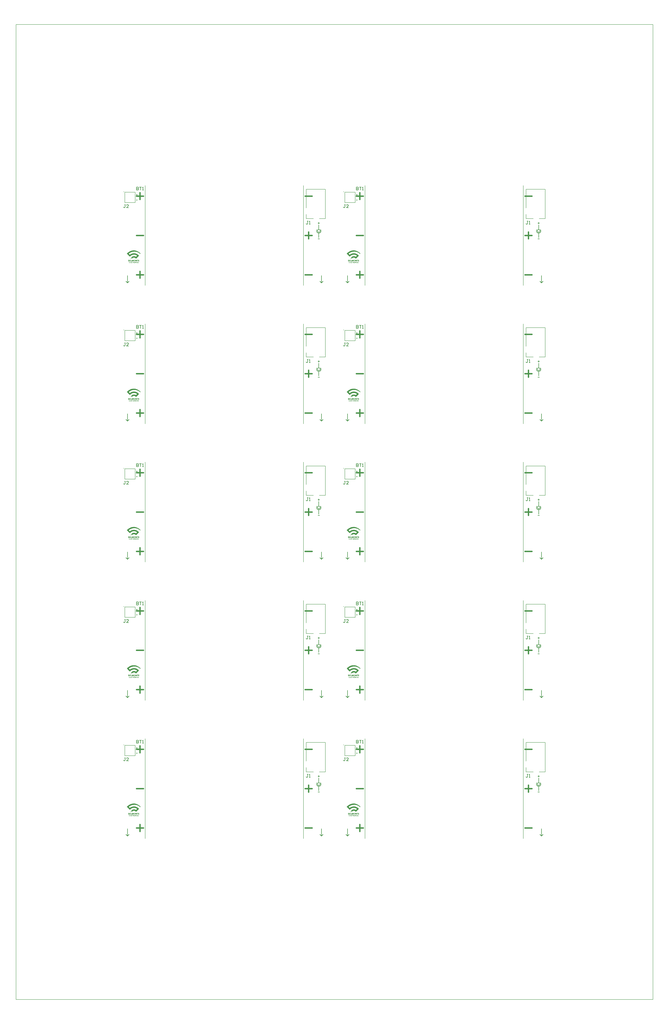
<source format=gto>
%FSTAX23Y23*%
%MOIN*%
%SFA1B1*%

%IPPOS*%
%ADD10C,0.010000*%
%ADD11C,0.007870*%
%ADD12C,0.005000*%
%ADD13C,0.025000*%
%LNpowerboardv1-1*%
%LPD*%
G36*
X02279Y03786D02*
X02287Y03786D01*
X02287Y03786*
X02289Y03785*
X02292Y03785*
X02294Y03785*
X02296Y03785*
X02296Y03785*
X02298Y03785*
X02302Y03784*
X02302Y03784*
X02304Y03784*
X02305Y03784*
X02306Y03783*
X02307Y03783*
X02309Y03783*
X0231Y03782*
X02311Y03782*
X02312Y03782*
X02314Y03782*
X02315Y03781*
X02315Y03781*
X02317Y03781*
X02317Y03781*
X02319Y0378*
X02319Y0378*
X0232Y0378*
X02321Y0378*
X02322Y03779*
X02323Y03779*
X02327Y03777*
X02329Y03777*
X02329Y03777*
X02331Y03776*
X02332Y03776*
X02332Y03776*
X02334Y03775*
X02335Y03774*
X02336Y03774*
X02338Y03773*
X02339Y03773*
X0234Y03773*
X02346Y0377*
X02351Y03767*
X02354Y03765*
X02357Y03764*
X0236Y03762*
X0236Y03762*
X02361Y03761*
X02362Y03761*
X02363Y03761*
X02364Y0376*
X02364Y0376*
X02366Y03759*
X02366Y03759*
X02367Y03758*
X02368Y03757*
X02369Y03757*
X0237Y03756*
X0237Y03756*
X02371Y03755*
X02372Y03755*
X02373Y03754*
X02373Y03753*
X02374Y03753*
X02375Y03752*
X02376Y03752*
X02376Y03752*
X02377Y03751*
X02378Y03751*
X02378Y0375*
X02378Y0375*
X02379Y03749*
X0238Y03749*
X02381Y03748*
X02382Y03748*
X02382Y03747*
X02383Y03747*
X02385Y03745*
X02385Y03745*
X02385Y03745*
X02386Y03744*
X02386Y03744*
X02389Y03742*
X02389Y03742*
X02389Y03741*
X0239Y03741*
X02391Y0374*
X02391Y0374*
X02392Y0374*
X02392Y03739*
X02392Y03739*
X02393Y03738*
X02393Y03738*
X02394Y03737*
X02394Y03737*
X02395Y03737*
X02395Y03736*
X02396Y03736*
X02396Y03736*
X02396Y03736*
X02398Y03733*
X02399Y03733*
X02399Y03733*
X02399Y03732*
X024Y03732*
X024Y03732*
X024Y03732*
X024Y03731*
X02401Y03731*
X02401Y03731*
X02402Y0373*
X02402Y0373*
X02403Y03729*
X02403Y03729*
X02405Y03727*
X02406Y03724*
X02406Y03723*
X02406Y03723*
X02406Y03722*
X02406Y03721*
X02406Y03721*
X02405Y0372*
X02404Y03719*
X02403Y03718*
X02402Y03718*
X024Y03718*
X02397Y0372*
X02396Y0372*
X02396Y03721*
X02396Y03721*
X02395Y03721*
X02394Y03722*
X02394Y03722*
X02394Y03722*
X02393Y03723*
X02392Y03724*
X02392Y03724*
X02389Y03726*
X02389Y03727*
X02388Y03727*
X02387Y03728*
X02387Y03728*
X02387Y03728*
X02386Y03729*
X02386Y03729*
X02384Y03731*
X02384Y03731*
X02384Y03731*
X02383Y03732*
X02382Y03732*
X02382Y03732*
X02381Y03733*
X02381Y03733*
X0238Y03734*
X0238Y03734*
X02379Y03734*
X02379Y03735*
X02378Y03735*
X02378Y03735*
X02376Y03736*
X02376Y03736*
X02376Y03737*
X02375Y03737*
X02373Y03739*
X02373Y03739*
X02372Y03739*
X0237Y0374*
X0237Y03741*
X02369Y03741*
X02368Y03742*
X02366Y03743*
X02366Y03743*
X02365Y03743*
X02364Y03744*
X02363Y03744*
X02363Y03744*
X02361Y03745*
X02355Y03748*
X02352Y03749*
X02351Y0375*
X0235Y0375*
X02349Y0375*
X02348Y03751*
X02348Y03751*
X02347Y03752*
X02346Y03752*
X02345Y03752*
X02345Y03752*
X02344Y03753*
X02343Y03753*
X02342Y03753*
X02341Y03753*
X02339Y03754*
X02338Y03754*
X02337Y03755*
X02337Y03755*
X02336Y03755*
X02334Y03756*
X02332Y03756*
X02331Y03756*
X0233Y03757*
X0233Y03757*
X02329Y03757*
X02327Y03757*
X02327Y03757*
X02325Y03758*
X02325Y03758*
X02323Y03758*
X02323Y03758*
X02322Y03759*
X02321Y03759*
X02319Y03759*
X02319Y03759*
X02317Y0376*
X02315Y0376*
X02314Y0376*
X02313Y0376*
X02309Y03761*
X02307Y03761*
X02305Y03761*
X023Y03761*
X02297Y03762*
X02295Y03762*
X0229Y03762*
X02288Y03762*
X02287Y03762*
X0228Y03762*
X0228Y03761*
X02272Y03761*
X0227Y03761*
X02267Y03761*
X02265Y0376*
X02264Y0376*
X02263Y0376*
X02261Y0376*
X02258Y03759*
X02257Y03759*
X02256Y03759*
X02255Y03758*
X02254Y03758*
X02253Y03758*
X02252Y03758*
X02251Y03758*
X0225Y03757*
X02249Y03757*
X02248Y03757*
X02248Y03757*
X02247Y03757*
X02245Y03756*
X02244Y03756*
X02243Y03756*
X02242Y03756*
X02241Y03755*
X0224Y03755*
X02239Y03755*
X02238Y03754*
X02237Y03754*
X02236Y03754*
X02235Y03753*
X02234Y03753*
X02232Y03752*
X02231Y03752*
X0223Y03752*
X02229Y03751*
X02229Y03751*
X02228Y03751*
X02227Y03751*
X02226Y0375*
X02226Y0375*
X02224Y0375*
X02224Y03749*
X02223Y03749*
X02223Y03749*
X02222Y03748*
X02221Y03748*
X0222Y03748*
X0222Y03747*
X02219Y03747*
X02218Y03747*
X02217Y03746*
X02217Y03746*
X02216Y03746*
X02215Y03745*
X0221Y03743*
X0221Y03743*
X02209Y03742*
X02208Y03742*
X02208Y03742*
X02207Y03741*
X02207Y03741*
X02206Y03741*
X02203Y03739*
X02201Y03738*
X02201Y03738*
X022Y03737*
X02199Y03737*
X02197Y03736*
X02197Y03735*
X02196Y03735*
X02196Y03735*
X02195Y03734*
X02193Y03733*
X02193Y03733*
X02191Y03732*
X0219Y03731*
X02189Y0373*
X02187Y03729*
X02186Y03728*
X02185Y03728*
X02185Y03727*
X02185Y03727*
X02184Y03727*
X02184Y03726*
X02184Y03726*
X02183Y03726*
X02183Y03726*
X02182Y03725*
X02182Y03725*
X02181Y03724*
X02181Y03724*
X02181Y03724*
X0218Y03724*
X0218Y03723*
X0218Y03723*
X02181Y03722*
X02181Y03722*
X02181Y03721*
X02185Y03717*
X02186Y03717*
X02186Y03717*
X02189Y03714*
X02189Y03713*
X0219Y03713*
X022Y03703*
X02201Y03702*
X02202Y03703*
X02202Y03703*
X02203Y03704*
X02204Y03705*
X02204Y03705*
X02205Y03705*
X02205Y03705*
X02206Y03706*
X02206Y03706*
X02207Y03707*
X02208Y03707*
X02209Y03708*
X0221Y03709*
X02211Y03709*
X02211Y03709*
X02212Y0371*
X02214Y03711*
X02215Y03712*
X02216Y03712*
X02217Y03713*
X02219Y03714*
X0222Y03715*
X0222Y03715*
X02221Y03715*
X02221Y03715*
X02222Y03716*
X02223Y03716*
X02226Y03718*
X02226Y03718*
X02227Y03718*
X02228Y03718*
X02228Y03719*
X02231Y0372*
X02232Y0372*
X02233Y03721*
X02234Y03721*
X02234Y03721*
X02235Y03722*
X02236Y03722*
X02237Y03722*
X02237Y03722*
X02238Y03723*
X02239Y03723*
X0224Y03723*
X02241Y03724*
X02243Y03724*
X02244Y03724*
X02247Y03725*
X02249Y03726*
X0225Y03726*
X02251Y03726*
X02252Y03727*
X02253Y03727*
X02254Y03727*
X02255Y03727*
X02257Y03728*
X02257Y03728*
X02259Y03728*
X02261Y03728*
X02262Y03729*
X02266Y03729*
X02268Y03729*
X0227Y03729*
X02277Y0373*
X02285Y0373*
X02286Y0373*
X02291Y03729*
X02291Y03729*
X02294Y03729*
X02296Y03729*
X02298Y03729*
X023Y03728*
X023Y03728*
X02302Y03728*
X02303Y03728*
X02304Y03728*
X02306Y03727*
X02308Y03727*
X02308Y03727*
X02309Y03727*
X0231Y03726*
X02311Y03726*
X02311Y03726*
X02313Y03726*
X02314Y03725*
X02315Y03725*
X02317Y03724*
X02318Y03724*
X02319Y03724*
X0232Y03723*
X02321Y03723*
X02322Y03723*
X02324Y03722*
X02324Y03722*
X02325Y03721*
X02326Y03721*
X02326Y03721*
X02327Y03721*
X02328Y0372*
X02329Y0372*
X0233Y03719*
X0233Y03719*
X02331Y03719*
X02332Y03718*
X02333Y03718*
X02334Y03717*
X02334Y03717*
X02335Y03717*
X02336Y03716*
X02337Y03716*
X0234Y03714*
X02342Y03713*
X02342Y03713*
X02343Y03712*
X02345Y03711*
X02345Y03711*
X02346Y0371*
X02347Y0371*
X02349Y03709*
X02349Y03708*
X02351Y03708*
X02352Y03707*
X02352Y03707*
X02352Y03706*
X02353Y03706*
X02353Y03706*
X02355Y03704*
X02356Y03704*
X02357Y03703*
X02357Y03702*
X02358Y03702*
X02358Y03702*
X02358Y03702*
X02359Y03701*
X0236Y03701*
X0236Y037*
X0236Y037*
X02362Y03699*
X02362Y03699*
X02363Y03698*
X02363Y03698*
X02364Y03697*
X02364Y03697*
X02365Y03697*
X02365Y03696*
X02366Y03696*
X02366Y03696*
X02367Y03695*
X02367Y03695*
X02368Y03693*
X02369Y03693*
X02369Y03693*
X0237Y03692*
X0237Y03692*
X0237Y03692*
X02371Y03691*
X02371Y03691*
X02371Y03691*
X02373Y03689*
X02374Y03688*
X02375Y03687*
X02375Y03687*
X02375Y03687*
X02376Y03687*
X02376Y03686*
X02376Y03686*
X02377Y03685*
X02377Y03684*
X02377Y03683*
X02376Y03682*
X02376Y03682*
X02376Y03681*
X02375Y03681*
X02375Y03681*
X02375Y0368*
X02374Y0368*
X02374Y0368*
X02373Y03679*
X02373Y03679*
X02373Y03679*
X02373Y03678*
X02372Y03678*
X02372Y03678*
X02372Y03677*
X02371Y03677*
X02371Y03677*
X02371Y03677*
X0237Y03676*
X0237Y03675*
X0237Y03675*
X02369Y03675*
X02369Y03675*
X02369Y03674*
X02367Y03673*
X02367Y03673*
X02367Y03673*
X02338Y03644*
X02338Y03643*
X02338Y03643*
X02337Y03643*
X02337Y03643*
X02337Y03642*
X02336Y03642*
X02336Y03642*
X02336Y03642*
X02336Y03641*
X02336Y03641*
X02335Y03641*
X02335Y0364*
X02334Y0364*
X02334Y0364*
X02334Y03639*
X02333Y03639*
X02333Y03639*
X02333Y03638*
X02332Y03638*
X02332Y03637*
X02332Y03637*
X02331Y03637*
X02331Y03636*
X0233Y03636*
X0233Y03635*
X0233Y03635*
X02329Y03634*
X02328Y03634*
X02328Y03634*
X02328Y03633*
X02327Y03633*
X02327Y03633*
X02322Y03627*
X02321Y03627*
X0232Y03626*
X02319Y03626*
X02317Y03627*
X02316Y03628*
X02316Y03629*
X02313Y03632*
X02313Y03632*
X02311Y03633*
X02311Y03633*
X02308Y03636*
X02308Y03637*
X02308Y03637*
X02307Y03637*
X02307Y03637*
X02307Y03638*
X02306Y03638*
X02305Y03639*
X02305Y03639*
X02304Y03639*
X02303Y0364*
X02301Y03642*
X02299Y03643*
X02299Y03643*
X02296Y03644*
X02295Y03644*
X02294Y03645*
X02293Y03645*
X02292Y03645*
X02292Y03645*
X0229Y03646*
X02289Y03646*
X02288Y03646*
X02286Y03647*
X02283Y03647*
X02283Y03647*
X02276Y03647*
X02275Y03647*
X02273Y03646*
X02273Y03646*
X02271Y03646*
X02269Y03646*
X02268Y03645*
X02267Y03645*
X02266Y03645*
X02266Y03644*
X02265Y03644*
X02264Y03644*
X02261Y03642*
X02258Y03641*
X02257Y0364*
X02256Y0364*
X02256Y0364*
X02255Y03639*
X02254Y03638*
X02254Y03638*
X02253Y03638*
X02253Y03637*
X02252Y03637*
X02252Y03636*
X02251Y03636*
X02251Y03636*
X02251Y03636*
X0225Y03635*
X02249Y03634*
X02249Y03634*
X02248Y03634*
X02248Y03634*
X02248Y03633*
X02247Y03633*
X02247Y03633*
X02246Y03632*
X02246Y03632*
X02245Y03631*
X02243Y03631*
X02237Y03631*
X02236Y03632*
X02235Y03632*
X02234Y03632*
X02232Y03633*
X02232Y03634*
X02232Y03634*
X02231Y03635*
X0223Y03634*
X02229Y03634*
X02229Y03634*
X02228Y03633*
X02228Y03633*
X02228Y03632*
X02227Y03632*
X02227Y03632*
X02226Y03632*
X02226Y03631*
X02225Y0363*
X02224Y0363*
X02224Y0363*
X02223Y03629*
X02223Y03628*
X02223Y03628*
X02222Y03627*
X02222Y03626*
X02222Y03625*
Y03625*
X02221Y03623*
X02221Y03622*
X0222Y03621*
X0222Y0362*
X02219Y0362*
X02218Y0362*
X02217Y0362*
X02217Y03621*
X02217Y03622*
X02217Y03623*
X02218Y03624*
X02218Y03625*
X02219Y03626*
X02219Y03626*
X02219Y03627*
X02219Y03627*
X02219Y03628*
X02216Y03627*
X02216Y03627*
X02215Y03627*
X02212Y03627*
X02212Y03627*
X02211Y03628*
X02211Y03628*
X02211Y03629*
X02212Y0363*
X02213Y0363*
X02214Y0363*
X02215Y0363*
X02216Y03631*
X02218Y03631*
X02218Y03631*
X02219Y03631*
X02221Y03632*
X02222Y03632*
X02223Y03633*
X02223Y03633*
X02224Y03634*
X02224Y03634*
X02224Y03634*
X02225Y03635*
X02226Y03636*
X02227Y03636*
X02227Y03637*
X02228Y03637*
X02228Y03637*
X02228Y03638*
X02228Y03638*
X02227Y0364*
X02227Y03641*
X02227Y03645*
X02227Y03646*
X02227Y03647*
X02228Y03649*
X02228Y0365*
X02229Y03651*
X02229Y03652*
X0223Y03653*
X02231Y03653*
X02231Y03654*
X02232Y03654*
X02234Y03657*
X02234Y03657*
X02235Y03658*
X02236Y03658*
X02237Y03659*
X02237Y03659*
X02238Y0366*
X02238Y0366*
X02239Y0366*
X02239Y03661*
X0224Y03661*
X0224Y03661*
X02241Y03662*
X02242Y03662*
X02242Y03663*
X02243Y03663*
X02244Y03664*
X02244Y03664*
X02245Y03664*
X02246Y03665*
X02246Y03665*
X02247Y03665*
X02247Y03666*
X02249Y03666*
X02249Y03667*
X0225Y03667*
X02251Y03667*
X02252Y03668*
X02253Y03668*
X02254Y03668*
X02255Y03669*
X02256Y03669*
X02256Y03669*
X02257Y0367*
X02258Y0367*
X02259Y0367*
X0226Y0367*
X0226Y03671*
X02261Y03671*
X02262Y03671*
X02263Y03671*
X02265Y03672*
X02266Y03672*
X02268Y03673*
X02269Y03673*
X02271Y03673*
X02273Y03673*
X02276Y03673*
X02285Y03673*
X02286Y03673*
X02288Y03673*
X02288Y03673*
X02291Y03673*
X02291Y03673*
X02292Y03672*
X02294Y03672*
X02296Y03672*
X02297Y03671*
X02297Y03671*
X02299Y03671*
X02301Y0367*
X02302Y0367*
X02303Y03669*
X02308Y03668*
X02308Y03667*
X0231Y03667*
X02312Y03666*
X02312Y03666*
X02314Y03665*
X02316Y03664*
X02317Y03663*
X02317Y03663*
X02318Y03662*
X02319Y03662*
X02319Y03663*
X0232Y03663*
X02321Y03664*
X02321Y03665*
X02321Y03665*
X02325Y03668*
X02325Y03668*
X02325Y03669*
X02326Y0367*
X02326Y0367*
X02327Y0367*
X02329Y03672*
X02329Y03672*
X02329Y03673*
X0233Y03674*
X0233Y03674*
X02331Y03674*
X02331Y03675*
X02331Y03675*
X02331Y03675*
X02333Y03676*
X02333Y03676*
X02333Y03677*
X02334Y03678*
X02334Y03678*
X02334Y03678*
X02335Y03678*
X02335Y03679*
X02335Y03679*
X02337Y0368*
X02337Y0368*
X02337Y03681*
X02337Y03681*
X02338Y03681*
X02338Y03681*
X02339Y03682*
X02339Y03682*
X02339Y03683*
X02339Y03684*
X02339Y03684*
X02338Y03684*
X02337Y03685*
X02336Y03685*
X02336Y03686*
X02335Y03686*
X02335Y03686*
X02334Y03687*
X02333Y03688*
X02332Y03688*
X02331Y03689*
X02329Y0369*
X02324Y03693*
X02321Y03694*
X0232Y03695*
X02319Y03695*
X02318Y03696*
X02317Y03696*
X02316Y03696*
X02315Y03697*
X02315Y03697*
X02313Y03697*
X02312Y03698*
X0231Y03698*
X02308Y03699*
X02307Y03699*
X02307Y03699*
X02306Y037*
X02305Y037*
X02304Y037*
X02303Y03701*
X02302Y03701*
X02301Y03701*
X023Y03701*
X02298Y03702*
X02297Y03702*
X02296Y03702*
X02295Y03702*
X02293Y03702*
X02292Y03703*
X02291Y03703*
X02288Y03703*
X02284Y03703*
X02283Y03703*
X0228Y03704*
X02279Y03703*
X02273Y03703*
X0227Y03703*
X02269Y03703*
X02268Y03703*
X02268Y03702*
X02264Y03702*
X02263Y03702*
X02262Y03702*
X02261Y03701*
X0226Y03701*
X02259Y03701*
X02258Y03701*
X02257Y03701*
X02257Y03701*
X02256Y037*
X02254Y037*
X02253Y037*
X02251Y03699*
X02251Y03699*
X0225Y03699*
X02249Y03698*
X02249Y03698*
X02248Y03698*
X02247Y03697*
X02246Y03697*
X02245Y03697*
X02244Y03696*
X02243Y03696*
X02242Y03696*
X02241Y03695*
X0224Y03695*
X02239Y03694*
X02239Y03694*
X02236Y03693*
X02236Y03693*
X02235Y03692*
X02234Y03692*
X02233Y03691*
X02233Y03691*
X02232Y03691*
X02231Y0369*
X0223Y0369*
X02229Y03689*
X02228Y03688*
X02227Y03688*
X02227Y03687*
X02226Y03687*
X02224Y03685*
X02222Y03684*
X02221Y03683*
X02221Y03683*
X0222Y03683*
X02219Y03682*
X02219Y03682*
X02219Y03682*
X02218Y03681*
X02218Y03681*
X02217Y0368*
X02217Y0368*
X02216Y0368*
X02216Y03679*
X02215Y03679*
X02215Y03678*
X02214Y03678*
X02214Y03678*
X02213Y03677*
X02213Y03677*
X02212Y03676*
X02212Y03676*
X02212Y03676*
X02211Y03675*
X02211Y03675*
X0221Y03675*
X0221Y03675*
X0221Y03674*
X0221Y03674*
X0221Y03674*
X02209Y03673*
X02209Y03673*
X02205Y03669*
X02204Y03669*
X02202Y03667*
X02202Y03667*
X02201Y03666*
X02199Y03666*
X02199Y03667*
X02198Y03667*
X02198Y03667*
X02198Y03668*
X02197Y03668*
X02197Y03669*
X02196Y03669*
X02196Y03669*
X02196Y03669*
X02195Y0367*
X02195Y0367*
X02195Y0367*
X02195Y03671*
X02194Y03671*
X02194Y03671*
X02194Y03671*
X02194Y03672*
X02193Y03672*
X02159Y03706*
X02159Y03706*
X02158Y03707*
X02158Y03707*
X02158Y03707*
X02158Y03708*
X02157Y03708*
X02157Y03708*
X02157Y03708*
X02156Y03709*
X02156Y03709*
X02156Y03709*
X02156Y03709*
X02155Y0371*
X02155Y0371*
X02155Y0371*
X02155Y0371*
X02154Y03711*
X02154Y03711*
X02154Y03711*
X02154Y03711*
X02153Y03712*
X02153Y03712*
X02153Y03712*
X02152Y03713*
X02152Y03713*
X02152Y03713*
X02151Y03714*
X02151Y03714*
X02151Y03714*
X0215Y03715*
X0215Y03715*
X0215Y03715*
X0215Y03716*
X02149Y03716*
X02149Y03716*
X02149Y03716*
X02148Y03717*
X02148Y03717*
X02148Y03717*
X02147Y03718*
X02147Y03718*
X02147Y03718*
X02146Y03719*
X02146Y03719*
X02146Y0372*
X02145Y0372*
X02145Y0372*
X02144Y03721*
X02144Y03721*
X02144Y03721*
X02143Y03721*
X02143Y03722*
X02143Y03723*
X02143Y03723*
X02143Y03725*
X02143Y03725*
X02144Y03726*
X02146Y03728*
X02146Y03728*
X02146Y03729*
X02147Y03729*
X02148Y03731*
X02149Y03731*
X02149Y03731*
X0215Y03732*
X0215Y03732*
X0215Y03732*
X02151Y03733*
X02151Y03733*
X02152Y03734*
X02152Y03734*
X02152Y03734*
X02153Y03734*
X02154Y03736*
X02155Y03736*
X02155Y03736*
X02155Y03737*
X02157Y03738*
X02157Y03738*
X02158Y03739*
X02158Y03739*
X02159Y0374*
X02159Y0374*
X02159Y0374*
X0216Y03741*
X02161Y03741*
X02161Y03742*
X02162Y03742*
X02162Y03742*
X02162Y03743*
X02163Y03743*
X02164Y03744*
X02164Y03744*
X02165Y03745*
X02165Y03745*
X02165Y03745*
X02166Y03746*
X02167Y03747*
X02167Y03747*
X02168Y03747*
X0217Y03749*
X02171Y03749*
X02171Y03749*
X02174Y03751*
X02175Y03752*
X02176Y03753*
X02176Y03753*
X02177Y03753*
X02177Y03754*
X02177Y03754*
X02178Y03754*
X02179Y03755*
X02179Y03755*
X02179Y03755*
X02179Y03755*
X0218Y03756*
X02182Y03757*
X02182Y03757*
X02184Y03758*
X02184Y03759*
X02186Y0376*
X02188Y03761*
X02188Y03761*
X0219Y03762*
X02191Y03762*
X02191Y03763*
X02192Y03763*
X02195Y03765*
X02197Y03766*
X02199Y03767*
X02204Y0377*
X02208Y03771*
X02209Y03772*
X0221Y03772*
X02212Y03773*
X02213Y03773*
X02214Y03774*
X02214Y03774*
X02215Y03774*
X02217Y03775*
X02218Y03775*
X02219Y03776*
X02221Y03776*
X02221Y03777*
X02222Y03777*
X02226Y03778*
X02229Y03779*
X0223Y03779*
X02231Y0378*
X02232Y0378*
X02233Y0378*
X02233Y0378*
X02234Y03781*
X02235Y03781*
X02236Y03781*
X02238Y03781*
X02239Y03782*
X0224Y03782*
X02242Y03782*
X02242Y03782*
X02244Y03783*
X02246Y03783*
X02247Y03783*
X02247Y03783*
X02249Y03784*
X0225Y03784*
X02251Y03784*
X02252Y03784*
X02253Y03784*
X02255Y03785*
X02256Y03785*
X02257Y03785*
X02258Y03785*
X0226Y03785*
X02262Y03785*
X02264Y03786*
X02265Y03786*
X02267Y03786*
X02274Y03786*
X02279Y03786*
X02279Y03786*
G37*
G54D12*
X0Y0D02*
X12312D01*
Y18836*
X0*
Y0*
G36*
X02381Y03603D02*
X02381Y03596D01*
X02381Y03596*
X0238Y03596*
X02378*
X0237Y03596*
X0237Y03596*
X0237Y03591*
X02371Y03591*
X0238Y03591*
X0238Y0359*
X0238Y03585*
X0238Y03584*
X0237Y03584*
X0237Y03584*
X0237Y0358*
X0237Y03579*
X02381Y03579*
X02381Y03579*
X02382Y03578*
X02381Y03573*
X02381Y03573*
X02363Y03573*
X02363Y03573*
X02363Y03603*
X02363Y03603*
X02381Y03603*
G37*
G36*
X0236D02*
X0236Y03602D01*
X0236Y03596*
X02359Y03596*
X02359Y03596*
X02359*
X02353Y03596*
X02353Y03596*
X02352Y03595*
X02353Y03573*
X02352Y03573*
X02346Y03573*
X02345Y03573*
X02345Y03573*
X02345Y03574*
X02345Y03596*
X02345Y03596*
X02338Y03596*
X02338Y03597*
X02338Y03603*
X02338Y03603*
X0236Y03603*
G37*
G36*
X02214Y03603D02*
X02214Y03602D01*
X02214Y03596*
X02213Y03596*
X02213Y03596*
X02203Y03596*
X02202Y03596*
X02202Y03595*
X02202Y03591*
X02203Y03591*
X02213Y03591*
X02213Y03591*
X02213Y03585*
X02212Y03584*
X02203Y03584*
X02202Y03584*
X02202Y03583*
X02202Y0358*
X02203Y03579*
X02214Y03579*
X02214Y03578*
X02214Y03573*
X02214Y03573*
X02196Y03573*
X02195Y03573*
X02196Y03603*
X022Y03603*
X022*
X02214Y03603*
G37*
G36*
X02272Y03603D02*
X02272Y03602D01*
X02272Y03573*
X02271Y03573*
X02265Y03573*
X02264Y03573*
X02265Y03574*
X02264Y03588*
X02264Y03589*
X02264Y03588*
X02263Y03588*
X02263Y03587*
X02263Y03587*
X02262Y03586*
X02262Y03585*
X02261Y03584*
X02261Y03584*
X02261Y03583*
X02261Y03583*
X02259Y03581*
X02259Y0358*
X02258Y03579*
X02258Y03579*
X02258Y03578*
X02257Y03578*
X02257Y03578*
X02256Y03578*
X02255Y03578*
X02255Y03579*
X02254Y03579*
X02254Y0358*
X02254Y03581*
X02252Y03583*
X02252Y03583*
X02252Y03584*
X02251Y03585*
X02251Y03586*
X02251Y03586*
X0225Y03587*
X0225Y03587*
X02249Y03588*
X02249Y03589*
X02248Y03588*
X02248Y03573*
X02248Y03573*
X02248Y03573*
X02241Y03573*
X02241Y03573*
X02241Y03603*
X02242Y03603*
X02248Y03603*
X02249Y03602*
X02249Y03601*
X0225Y03601*
X0225Y036*
X0225Y036*
X02251Y03599*
X02252Y03597*
X02252Y03596*
X02254Y03594*
X02254Y03593*
X02255Y03592*
X02255Y03591*
X02255Y03591*
X02256Y0359*
X02257Y0359*
X02257Y03591*
X02258Y03591*
X02258Y03592*
X02259Y03593*
X02259Y03593*
X02259Y03594*
X0226Y03594*
X0226Y03595*
X0226Y03596*
X02261Y03597*
X02261Y03597*
X02262Y03598*
X02262Y03598*
X02263Y036*
X02263Y036*
X02264Y03601*
X02264Y03602*
X02265Y03603*
X02265Y03603*
X02272Y03603*
G37*
G36*
X02335Y03602D02*
Y03583D01*
Y03583*
X02335Y03573*
X02335Y03573*
X02334Y03573*
X02329Y03573*
X02328Y03573*
X02327Y03575*
X02327Y03575*
X02326Y03577*
X02325Y03578*
X02325Y03579*
X02324Y0358*
X02324Y0358*
X02324Y0358*
X02323Y03581*
X02323Y03582*
X02322Y03582*
X02322Y03584*
X02321Y03584*
X0232Y03586*
X02319Y03587*
X02319Y03587*
X02319Y03588*
X02318Y03589*
X02318Y03589*
X02318Y03589*
X02318Y03589*
X02317Y03589*
X02317Y03573*
X02317Y03573*
X02311Y03573*
X0231Y03573*
X0231Y03573*
X0231Y03574*
X0231Y03603*
X02317Y03603*
X02318Y03602*
X02318Y03602*
X02319Y036*
X02319Y036*
X0232Y03599*
X02321Y03597*
X02321Y03597*
X02322Y03596*
X02323Y03594*
X02323Y03594*
X02324Y03592*
X02325Y03591*
X02325Y03591*
X02325Y0359*
X02327Y03588*
X02327Y03588*
X02327Y03589*
X02328Y03603*
X02334Y03603*
X02335Y03602*
G37*
G36*
X02183Y03603D02*
X02184Y03603D01*
X02185Y03602*
X02186Y03602*
X02186Y03602*
X02187Y03601*
X02189Y03599*
X02189Y03599*
X0219Y03599*
X0219Y03598*
X0219Y03597*
X0219Y03596*
X02191Y03595*
X02191Y03594*
X02191Y03592*
X0219Y03591*
X0219Y03591*
X0219Y0359*
X0219Y03588*
X0219Y03587*
X02191Y03587*
X02191Y03586*
X02192Y03585*
X02192Y03585*
X02192Y03584*
X02192Y03579*
X02191Y03578*
X0219Y03577*
X0219Y03576*
X02189Y03575*
X02189Y03575*
X02189Y03575*
X02188Y03574*
X02188*
X02188Y03574*
X02187Y03574*
X02186Y03573*
X02185Y03573*
X02183Y03573*
X02169Y03573*
X02169Y03573*
X02169Y03574*
X02169Y03603*
X02183Y03603*
X02183Y03603*
G37*
G36*
X02226Y03602D02*
X02226Y0358D01*
X02227Y03579*
X02236*
X02237Y03579*
X02238Y03579*
X02238Y03578*
X02238Y03573*
X02237Y03572*
X02236Y03573*
X02219Y03573*
X02219Y03573*
X02219Y03603*
X02226Y03603*
X02226Y03602*
G37*
G36*
X02292Y03603D02*
X02294Y03602D01*
X02295Y03602*
X02296Y03602*
X02297Y03602*
X02298Y03601*
X023Y036*
X023Y036*
X023Y036*
X02301Y03599*
X02302Y03599*
X02303Y03598*
X02303Y03597*
X02303Y03597*
X02304Y03596*
X02304Y03596*
X02305Y03595*
X02305Y03594*
X02305Y03593*
X02306Y03592*
Y03592*
Y03591*
X02306Y03591*
X02306Y0359*
X02307Y03588*
X02307Y03587*
X02306Y03586*
X02306Y03584*
X02306Y03583*
X02306Y03583*
X02306Y03582*
X02305Y03581*
X02305Y0358*
X02305Y0358*
X02304Y03579*
X02304Y03579*
X02304Y03578*
X02304Y03578*
X02303Y03577*
X02303Y03577*
X02301Y03576*
X02301Y03576*
X023Y03575*
X023Y03575*
X023Y03574*
X02299Y03574*
X02298Y03574*
X02297Y03573*
X02296Y03573*
X02294Y03572*
X02293Y03572*
X0229Y03572*
X0229Y03572*
X02287Y03572*
X02286Y03573*
X02285Y03573*
X02285Y03573*
X02282Y03575*
X02282Y03575*
X02281Y03575*
X02281Y03576*
X0228Y03576*
X0228Y03576*
X0228Y03577*
X02279Y03577*
X02279Y03577*
X02279Y03578*
X02279Y03578*
X02278Y03579*
X02277Y0358*
X02276Y03582*
X02276Y03583*
X02276Y03584*
X02276Y03585*
X02275Y03587*
X02276Y0359*
X02276Y03592*
X02276Y03593*
X02277Y03594*
X02277Y03595*
X02278Y03595*
X02278Y03595*
X02278Y03596*
X02279Y03597*
X02279Y03597*
X02279Y03598*
X0228Y03598*
X0228Y03598*
X0228Y03598*
X02281Y03599*
X02281Y03599*
X02282Y036*
X02282Y036*
X02284Y03601*
X02285Y03601*
X02286Y03602*
X02287Y03602*
X02288Y03603*
X0229Y03603*
X02292Y03603*
X02292Y03603*
G37*
G36*
X02363Y03562D02*
X02364Y03561D01*
X02365Y03561*
X02365Y03561*
X02366Y0356*
X02366Y0356*
X02366Y0356*
X02366Y0356*
X02367Y03559*
X02367Y03559*
X02367Y03559*
X02367Y03558*
X02366Y03557*
X02365Y03557*
X02365Y03556*
X02364Y03556*
X02364Y03556*
X02363Y03556*
X02363Y03556*
X02362Y03557*
X02361Y03558*
X0236Y03557*
X02359Y03557*
X02359Y03556*
X02359Y03555*
X02359Y03555*
X02361Y03554*
X02362Y03554*
X02362Y03554*
X02363Y03554*
X02364Y03553*
X02364Y03553*
X02365Y03553*
X02366Y03552*
X02366Y03552*
X02367Y03551*
X02368Y03549*
X02368Y03545*
X02367Y03544*
X02367Y03544*
X02366Y03543*
X02364Y03542*
X02362Y03541*
X0236Y03541*
X0236Y03541*
X02358Y03541*
X02358Y03542*
X02357Y03542*
X02357Y03542*
X02356Y03542*
X02355Y03543*
X02355Y03543*
X02355Y03544*
X02354Y03544*
X02354Y03545*
X02353Y03545*
X02353Y03546*
X02354Y03547*
X02354Y03547*
X02354Y03547*
X02355Y03547*
X02356Y03548*
X02356Y03548*
X02357Y03548*
X02358Y03547*
X02358Y03547*
X0236Y03546*
X02361Y03546*
X02362Y03546*
X02363Y03547*
X02363Y03547*
X02363Y03548*
X02363Y03549*
X02363Y03549*
X02362Y03549*
X02361Y03549*
X02361Y0355*
X0236Y0355*
X02359Y0355*
X02359Y0355*
X02358Y03551*
X02357Y03551*
X02357Y03551*
X02356Y03552*
X02355Y03553*
X02354Y03554*
X02354Y03554*
X02354Y03555*
X02354Y03557*
X02354Y03557*
X02354Y03559*
X02355Y03559*
X02355Y0356*
X02356Y03561*
X02357Y03561*
X02357Y03561*
X02357Y03561*
X02359Y03562*
X0236Y03562*
X02363Y03562*
G37*
G36*
X02344D02*
X02345Y03562D01*
X02346Y03561*
X02347Y03561*
X02347Y03561*
X02348Y0356*
X0235Y03559*
X02351Y03559*
X02351Y03558*
X02352Y03557*
X02351Y03557*
X02351Y03556*
X0235Y03556*
X02349Y03556*
X02348Y03555*
X02348Y03555*
X02348Y03555*
X02347Y03555*
X02347Y03555*
X02347Y03555*
X02347Y03556*
X02346Y03556*
X02346Y03557*
X02344Y03557*
X02343Y03557*
X02342Y03558*
X02341Y03557*
X0234Y03557*
X0234Y03556*
X02339Y03556*
X02339Y03556*
X02338Y03555*
X02338Y03555*
X02338Y03554*
X02337Y03553*
X02337Y03552*
X02337Y03551*
X02337Y03551*
X02337Y0355*
X02338Y03549*
X02338Y03549*
X02338Y03548*
X02339Y03547*
X0234Y03547*
X0234Y03547*
X02341Y03546*
X02342Y03546*
X02343Y03546*
X02343Y03546*
X02344Y03546*
X02345Y03547*
X02346Y03547*
X02346Y03547*
X02346Y03548*
X02347Y03548*
X02347Y03549*
X02348Y03549*
X0235Y03548*
X0235Y03548*
X02351Y03547*
X02351Y03547*
X02352Y03546*
X02351Y03546*
X02351Y03546*
X0235Y03544*
X0235Y03544*
X02349Y03544*
X02349Y03543*
X02348Y03543*
X02347Y03542*
X02347Y03542*
X02346Y03542*
X02345Y03542*
X02344Y03541*
X02343Y03541*
X02341Y03541*
X0234Y03542*
X02339Y03542*
X02338Y03542*
X02338Y03543*
X02337Y03543*
X02337Y03543*
X02337Y03543*
X02336Y03544*
X02334Y03545*
X02334Y03546*
X02334Y03546*
X02333Y03548*
X02333Y03549*
X02332Y0355*
X02332Y03552*
X02332Y03554*
X02333Y03555*
X02333Y03556*
X02333Y03556*
X02334Y03557*
X02334Y03558*
X02335Y03558*
X02335Y03559*
X02335Y03559*
X02336Y0356*
X02336Y0356*
X02337Y03561*
X02339Y03561*
X0234Y03562*
X02341Y03562*
X02343Y03562*
X02344Y03562*
G37*
G36*
X02238D02*
X02239Y03562D01*
X02241Y03561*
X02241Y03561*
X02243Y0356*
X02243Y0356*
X02244Y0356*
X02245Y03559*
X02245Y03558*
X02246Y03558*
X02246Y03557*
X02245Y03557*
X02245Y03556*
X02245Y03556*
X02244Y03556*
X02244Y03556*
X02244Y03555*
X02243Y03555*
X02242Y03555*
X02242Y03555*
X02242Y03555*
X02242Y03555*
X0224Y03556*
X0224Y03556*
X0224Y03557*
X02239Y03557*
X02238Y03557*
X02237Y03558*
X02236Y03557*
X02234Y03557*
X02234Y03556*
X02234Y03556*
X02233Y03556*
X02233Y03555*
X02232Y03554*
X02231Y03553*
X02232Y0355*
X02232Y03549*
X02233Y03548*
X02233Y03547*
X02234Y03547*
X02235Y03546*
X02236Y03546*
X02237Y03546*
X02238Y03546*
X02239Y03547*
X0224Y03547*
X0224Y03547*
X0224Y03547*
X02241Y03548*
X02241Y03548*
X02242Y03548*
X02242Y03549*
X02242Y03549*
X02243Y03549*
X02243Y03548*
X02244Y03548*
X02244Y03548*
X02244Y03548*
X02245Y03547*
X02246Y03547*
X02246Y03547*
X02246Y03546*
X02245Y03545*
X02244Y03544*
X02244Y03544*
X02244Y03544*
X02243Y03543*
X02243Y03543*
X02242Y03543*
X02242Y03542*
X02241Y03542*
X0224Y03542*
X02239Y03541*
X02237Y03541*
X02235Y03541*
X02234Y03542*
X02233Y03542*
X02233Y03542*
X02232Y03543*
X02231Y03543*
X0223Y03544*
X0223Y03544*
X02229Y03545*
X02229Y03545*
X02228Y03546*
X02228Y03546*
X02227Y03547*
X02227Y03548*
X02227Y03549*
X02227Y03552*
X02227Y03555*
X02227Y03555*
X02228Y03557*
X02228Y03557*
X02229Y03558*
X02229Y03559*
X02229Y03559*
X0223Y03559*
X0223Y0356*
X02231Y0356*
X02231Y03561*
X02232Y03561*
X02232Y03561*
X02232Y03561*
X02233Y03561*
X02234Y03562*
X02235Y03562*
X02238Y03562*
X02238Y03562*
G37*
G36*
X02321D02*
X02321Y03562D01*
X02321Y0356*
X02321Y03547*
Y03547*
X02321Y03543*
X02321Y03542*
X02321Y03542*
X02317Y03542*
X02317Y03542*
X02317Y03543*
X02316Y03543*
X02316Y03544*
X02315Y03545*
X02315Y03545*
X02314Y03548*
X02313Y03548*
X02313Y03549*
X02313Y03549*
X02311Y03551*
X02311Y03552*
X02311Y03553*
X0231Y03553*
X0231Y03552*
X0231Y03542*
X02309Y03542*
X02305Y03542*
X02305Y03542*
X02305Y03544*
X02305Y03561*
X02305Y03561*
X02305Y03562*
X02305Y03562*
X02306Y03562*
X0231Y03562*
X0231Y03562*
X0231Y03561*
X0231Y03561*
X02312Y03559*
X02312Y03559*
X02312Y03558*
X02313Y03557*
X02313Y03556*
X02314Y03555*
X02314Y03555*
X02315Y03553*
X02316Y03553*
X02316Y03553*
X02316Y03562*
X02317Y03562*
X02321Y03562*
G37*
G36*
X0233D02*
X0233Y03562D01*
X0233Y03561*
Y0356*
X0233Y03542*
X02329Y03542*
X02325Y03542*
X02325Y03562*
X02325Y03562*
X0233Y03562*
G37*
G36*
X02275D02*
X02276Y03561D01*
X02277Y03561*
X02277Y03561*
X02278Y03561*
X02279Y0356*
X02279Y03559*
X02279Y03559*
X02279Y03558*
X0228Y03557*
X0228Y03553*
X02279Y03553*
X02279Y03551*
X02279Y03551*
X02278Y03551*
X02278Y0355*
X02277Y0355*
X02277Y03549*
X02278Y03548*
X02278Y03548*
X02278Y03547*
X02279Y03546*
X02279Y03546*
X02279Y03545*
X0228Y03545*
X0228Y03543*
X02281Y03543*
X02281Y03542*
X02276Y03542*
X02275Y03542*
X02275Y03543*
X02275Y03543*
X02274Y03544*
X02274Y03545*
X02274Y03546*
X02273Y03546*
X02273Y03547*
X02272Y03547*
X02272Y03548*
X0227Y03548*
X0227Y03547*
X0227Y03547*
X0227Y03543*
X0227Y03542*
X02269Y03542*
X02265Y03542*
X02265Y03542*
X02265Y03544*
Y03555*
Y03555*
X02265Y03562*
X02265Y03562*
X02265Y03562*
X02275Y03562*
G37*
G36*
X02262D02*
X02262Y03562D01*
X02262Y03561*
X02262Y03559*
X02262Y03559*
X02262Y03558*
X02262Y03558*
X02262Y03558*
X02257Y03558*
X02257Y03557*
X02257Y03542*
X02253Y03542*
X02253Y03542*
X02252Y03557*
X02252Y03558*
X0225*
X02247Y03558*
X02247Y03558*
X02247Y03562*
X02248Y03562*
X02262Y03562*
G37*
G36*
X02225D02*
X02225Y03562D01*
X02225Y03558*
X02217Y03558*
X02217Y03557*
X02217Y03555*
X02218Y03554*
X02224Y03554*
X02224Y03554*
X02224Y03553*
X02224Y0355*
X02217Y0355*
X02217Y03549*
X02217Y03547*
X02225Y03546*
X02225Y03546*
X02225Y03542*
X02218Y03542*
X02218*
X02212Y03542*
X02212Y03543*
X02212Y03543*
X02212Y03562*
X02212Y03562*
X02213Y03562*
X02225Y03562*
G37*
G36*
X02202D02*
X02202Y03547D01*
X02203Y03547*
X0221Y03546*
X0221Y03545*
Y03545*
X0221Y03542*
X0221Y03542*
X02198Y03542*
X02198Y03562*
X02198Y03562*
X02202Y03562*
G37*
G36*
X02194D02*
X02194Y03558D01*
X02194Y03558*
X02187Y03558*
X02187Y03557*
X02187Y03555*
X02187Y03554*
X02193Y03554*
X02194Y03554*
X02194Y03552*
X02194Y0355*
X02193Y0355*
X02187Y0355*
X02187Y03549*
X02187Y03547*
X02187Y03547*
X02194Y03546*
X02195Y03546*
X02194Y03542*
X02182Y03542*
X02182Y03542*
X02182Y03562*
X02186Y03562*
X02186*
X02194Y03562*
G37*
G36*
X02294Y03562D02*
X02296Y03561D01*
X02296Y03561*
X02297Y03561*
X02298Y0356*
X02298Y0356*
X02299Y0356*
X023Y03558*
X02301Y03557*
X02301Y03556*
X02302Y03555*
X02302Y03553*
X02302Y03553*
X02302Y03549*
X02302Y03549*
X02302Y03548*
X02301Y03546*
X023Y03545*
X023Y03545*
X02299Y03544*
X02299Y03544*
X02299Y03544*
X02298Y03543*
X02298Y03543*
X02298Y03543*
X02297Y03542*
X02296Y03542*
X02296Y03542*
X02295Y03542*
X02294Y03541*
X02291Y03541*
X02291Y03541*
X02289Y03541*
X02288Y03542*
X02288Y03542*
X02287Y03543*
X02286Y03543*
X02286Y03543*
X02285Y03544*
X02284Y03545*
X02284Y03545*
X02283Y03546*
X02283Y03546*
X02283Y03547*
X02282Y03547*
X02282Y03548*
X02282Y03549*
X02282Y03552*
X02282Y03555*
X02282Y03555*
X02283Y03557*
X02283Y03557*
X02284Y03558*
X02284Y03559*
X02284Y03559*
X02285Y03559*
X02285Y0356*
X02286Y0356*
X02286Y03561*
X02287Y03561*
X02287Y03561*
X02287Y03561*
X02288Y03561*
X02289Y03562*
X0229Y03562*
X02292Y03562*
X02294Y03562*
G37*
G36*
X06529Y03786D02*
X06537Y03786D01*
X06537Y03786*
X06539Y03785*
X06542Y03785*
X06544Y03785*
X06546Y03785*
X06546Y03785*
X06548Y03785*
X06552Y03784*
X06552Y03784*
X06554Y03784*
X06555Y03784*
X06556Y03783*
X06557Y03783*
X06559Y03783*
X0656Y03782*
X06561Y03782*
X06562Y03782*
X06564Y03782*
X06565Y03781*
X06565Y03781*
X06567Y03781*
X06567Y03781*
X06569Y0378*
X06569Y0378*
X0657Y0378*
X06571Y0378*
X06572Y03779*
X06573Y03779*
X06577Y03777*
X06579Y03777*
X06579Y03777*
X06581Y03776*
X06582Y03776*
X06582Y03776*
X06584Y03775*
X06585Y03774*
X06586Y03774*
X06588Y03773*
X06589Y03773*
X0659Y03773*
X06596Y0377*
X06601Y03767*
X06604Y03765*
X06607Y03764*
X0661Y03762*
X0661Y03762*
X06611Y03761*
X06612Y03761*
X06613Y03761*
X06614Y0376*
X06614Y0376*
X06616Y03759*
X06616Y03759*
X06617Y03758*
X06618Y03757*
X06619Y03757*
X0662Y03756*
X0662Y03756*
X06621Y03755*
X06622Y03755*
X06623Y03754*
X06623Y03753*
X06624Y03753*
X06625Y03752*
X06626Y03752*
X06626Y03752*
X06627Y03751*
X06628Y03751*
X06628Y0375*
X06628Y0375*
X06629Y03749*
X0663Y03749*
X06631Y03748*
X06632Y03748*
X06632Y03747*
X06633Y03747*
X06635Y03745*
X06635Y03745*
X06635Y03745*
X06636Y03744*
X06636Y03744*
X06639Y03742*
X06639Y03742*
X06639Y03741*
X0664Y03741*
X06641Y0374*
X06641Y0374*
X06642Y0374*
X06642Y03739*
X06642Y03739*
X06643Y03738*
X06643Y03738*
X06644Y03737*
X06644Y03737*
X06645Y03737*
X06645Y03736*
X06646Y03736*
X06646Y03736*
X06646Y03736*
X06648Y03733*
X06649Y03733*
X06649Y03733*
X06649Y03732*
X0665Y03732*
X0665Y03732*
X0665Y03732*
X0665Y03731*
X06651Y03731*
X06651Y03731*
X06652Y0373*
X06652Y0373*
X06653Y03729*
X06653Y03729*
X06655Y03727*
X06656Y03724*
X06656Y03723*
X06656Y03723*
X06656Y03722*
X06656Y03721*
X06656Y03721*
X06655Y0372*
X06654Y03719*
X06653Y03718*
X06652Y03718*
X0665Y03718*
X06647Y0372*
X06646Y0372*
X06646Y03721*
X06646Y03721*
X06645Y03721*
X06644Y03722*
X06644Y03722*
X06644Y03722*
X06643Y03723*
X06642Y03724*
X06642Y03724*
X06639Y03726*
X06639Y03727*
X06638Y03727*
X06637Y03728*
X06637Y03728*
X06637Y03728*
X06636Y03729*
X06636Y03729*
X06635Y03731*
X06634Y03731*
X06634Y03731*
X06633Y03732*
X06632Y03732*
X06632Y03732*
X06631Y03733*
X06631Y03733*
X0663Y03734*
X0663Y03734*
X06629Y03734*
X06629Y03735*
X06628Y03735*
X06628Y03735*
X06626Y03736*
X06626Y03736*
X06626Y03737*
X06625Y03737*
X06623Y03739*
X06623Y03739*
X06622Y03739*
X0662Y0374*
X0662Y03741*
X06619Y03741*
X06618Y03742*
X06616Y03743*
X06616Y03743*
X06615Y03743*
X06614Y03744*
X06613Y03744*
X06613Y03744*
X06611Y03745*
X06605Y03748*
X06602Y03749*
X06601Y0375*
X066Y0375*
X06599Y0375*
X06598Y03751*
X06598Y03751*
X06597Y03752*
X06596Y03752*
X06595Y03752*
X06595Y03752*
X06594Y03753*
X06593Y03753*
X06592Y03753*
X06591Y03753*
X06589Y03754*
X06588Y03754*
X06587Y03755*
X06587Y03755*
X06586Y03755*
X06584Y03756*
X06582Y03756*
X06581Y03756*
X0658Y03757*
X0658Y03757*
X06579Y03757*
X06577Y03757*
X06577Y03757*
X06575Y03758*
X06575Y03758*
X06573Y03758*
X06573Y03758*
X06572Y03759*
X06571Y03759*
X06569Y03759*
X06569Y03759*
X06567Y0376*
X06565Y0376*
X06564Y0376*
X06563Y0376*
X06559Y03761*
X06557Y03761*
X06555Y03761*
X0655Y03761*
X06548Y03762*
X06545Y03762*
X0654Y03762*
X06538Y03762*
X06537Y03762*
X0653Y03762*
X0653Y03761*
X06522Y03761*
X0652Y03761*
X06517Y03761*
X06515Y0376*
X06514Y0376*
X06513Y0376*
X06511Y0376*
X06508Y03759*
X06507Y03759*
X06506Y03759*
X06505Y03758*
X06504Y03758*
X06503Y03758*
X06502Y03758*
X06501Y03758*
X065Y03757*
X06499Y03757*
X06498Y03757*
X06498Y03757*
X06497Y03757*
X06495Y03756*
X06494Y03756*
X06493Y03756*
X06492Y03756*
X06491Y03755*
X0649Y03755*
X06489Y03755*
X06488Y03754*
X06487Y03754*
X06486Y03754*
X06485Y03753*
X06484Y03753*
X06482Y03752*
X06481Y03752*
X0648Y03752*
X06479Y03751*
X06479Y03751*
X06478Y03751*
X06477Y03751*
X06476Y0375*
X06476Y0375*
X06474Y0375*
X06474Y03749*
X06473Y03749*
X06473Y03749*
X06472Y03748*
X06471Y03748*
X0647Y03748*
X0647Y03747*
X06469Y03747*
X06468Y03747*
X06467Y03746*
X06467Y03746*
X06466Y03746*
X06465Y03745*
X0646Y03743*
X0646Y03743*
X06459Y03742*
X06458Y03742*
X06458Y03742*
X06457Y03741*
X06457Y03741*
X06456Y03741*
X06453Y03739*
X06451Y03738*
X06451Y03738*
X0645Y03737*
X06449Y03737*
X06447Y03736*
X06447Y03735*
X06446Y03735*
X06446Y03735*
X06445Y03734*
X06443Y03733*
X06443Y03733*
X06441Y03732*
X0644Y03731*
X06439Y0373*
X06437Y03729*
X06436Y03728*
X06435Y03728*
X06435Y03727*
X06435Y03727*
X06434Y03727*
X06434Y03726*
X06434Y03726*
X06433Y03726*
X06433Y03726*
X06432Y03725*
X06432Y03725*
X06431Y03724*
X06431Y03724*
X06431Y03724*
X0643Y03724*
X0643Y03723*
X0643Y03723*
X06431Y03722*
X06431Y03722*
X06431Y03721*
X06435Y03717*
X06436Y03717*
X06436Y03717*
X06439Y03714*
X06439Y03713*
X0644Y03713*
X0645Y03703*
X06451Y03702*
X06452Y03703*
X06452Y03703*
X06453Y03704*
X06454Y03705*
X06454Y03705*
X06455Y03705*
X06455Y03705*
X06456Y03706*
X06456Y03706*
X06457Y03707*
X06458Y03707*
X06459Y03708*
X0646Y03709*
X06461Y03709*
X06461Y03709*
X06462Y0371*
X06464Y03711*
X06465Y03712*
X06466Y03712*
X06467Y03713*
X06469Y03714*
X0647Y03715*
X0647Y03715*
X06471Y03715*
X06471Y03715*
X06472Y03716*
X06473Y03716*
X06476Y03718*
X06476Y03718*
X06477Y03718*
X06478Y03718*
X06478Y03719*
X06481Y0372*
X06482Y0372*
X06483Y03721*
X06484Y03721*
X06484Y03721*
X06485Y03722*
X06486Y03722*
X06487Y03722*
X06487Y03722*
X06488Y03723*
X06489Y03723*
X0649Y03723*
X06491Y03724*
X06493Y03724*
X06494Y03724*
X06497Y03725*
X06499Y03726*
X065Y03726*
X06501Y03726*
X06502Y03727*
X06503Y03727*
X06504Y03727*
X06505Y03727*
X06507Y03728*
X06507Y03728*
X06509Y03728*
X06511Y03728*
X06512Y03729*
X06516Y03729*
X06518Y03729*
X0652Y03729*
X06527Y0373*
X06535Y0373*
X06536Y0373*
X06541Y03729*
X06541Y03729*
X06544Y03729*
X06546Y03729*
X06548Y03729*
X0655Y03728*
X0655Y03728*
X06552Y03728*
X06553Y03728*
X06554Y03728*
X06556Y03727*
X06558Y03727*
X06558Y03727*
X06559Y03727*
X0656Y03726*
X06561Y03726*
X06561Y03726*
X06563Y03726*
X06564Y03725*
X06565Y03725*
X06567Y03724*
X06568Y03724*
X06569Y03724*
X0657Y03723*
X06571Y03723*
X06572Y03723*
X06574Y03722*
X06574Y03722*
X06575Y03721*
X06576Y03721*
X06576Y03721*
X06577Y03721*
X06578Y0372*
X06579Y0372*
X0658Y03719*
X0658Y03719*
X06581Y03719*
X06582Y03718*
X06583Y03718*
X06584Y03717*
X06584Y03717*
X06585Y03717*
X06586Y03716*
X06587Y03716*
X0659Y03714*
X06592Y03713*
X06592Y03713*
X06593Y03712*
X06595Y03711*
X06595Y03711*
X06596Y0371*
X06597Y0371*
X06599Y03709*
X06599Y03708*
X06601Y03708*
X06602Y03707*
X06602Y03707*
X06602Y03706*
X06603Y03706*
X06603Y03706*
X06605Y03704*
X06606Y03704*
X06607Y03703*
X06607Y03702*
X06608Y03702*
X06608Y03702*
X06608Y03702*
X06609Y03701*
X0661Y03701*
X0661Y037*
X0661Y037*
X06612Y03699*
X06612Y03699*
X06613Y03698*
X06613Y03698*
X06614Y03697*
X06614Y03697*
X06615Y03697*
X06615Y03696*
X06616Y03696*
X06616Y03696*
X06617Y03695*
X06617Y03695*
X06618Y03693*
X06619Y03693*
X06619Y03693*
X0662Y03692*
X0662Y03692*
X0662Y03692*
X06621Y03691*
X06621Y03691*
X06621Y03691*
X06623Y03689*
X06624Y03688*
X06625Y03687*
X06625Y03687*
X06625Y03687*
X06626Y03687*
X06626Y03686*
X06626Y03686*
X06627Y03685*
X06627Y03684*
X06627Y03683*
X06626Y03682*
X06626Y03682*
X06626Y03681*
X06625Y03681*
X06625Y03681*
X06625Y0368*
X06624Y0368*
X06624Y0368*
X06623Y03679*
X06623Y03679*
X06623Y03679*
X06623Y03678*
X06622Y03678*
X06622Y03678*
X06622Y03677*
X06621Y03677*
X06621Y03677*
X06621Y03677*
X0662Y03676*
X0662Y03675*
X0662Y03675*
X06619Y03675*
X06619Y03675*
X06619Y03674*
X06617Y03673*
X06617Y03673*
X06617Y03673*
X06588Y03644*
X06588Y03643*
X06588Y03643*
X06587Y03643*
X06587Y03643*
X06587Y03642*
X06586Y03642*
X06586Y03642*
X06586Y03642*
X06586Y03641*
X06586Y03641*
X06585Y03641*
X06585Y0364*
X06584Y0364*
X06584Y0364*
X06584Y03639*
X06583Y03639*
X06583Y03639*
X06583Y03638*
X06582Y03638*
X06582Y03637*
X06582Y03637*
X06581Y03637*
X06581Y03636*
X0658Y03636*
X0658Y03635*
X0658Y03635*
X06579Y03634*
X06578Y03634*
X06578Y03634*
X06578Y03633*
X06577Y03633*
X06577Y03633*
X06572Y03627*
X06571Y03627*
X0657Y03626*
X06569Y03626*
X06567Y03627*
X06566Y03628*
X06566Y03629*
X06563Y03632*
X06563Y03632*
X06561Y03633*
X06561Y03633*
X06558Y03636*
X06558Y03637*
X06558Y03637*
X06557Y03637*
X06557Y03637*
X06557Y03638*
X06556Y03638*
X06555Y03639*
X06555Y03639*
X06554Y03639*
X06553Y0364*
X06551Y03642*
X06549Y03643*
X06549Y03643*
X06546Y03644*
X06545Y03644*
X06544Y03645*
X06543Y03645*
X06542Y03645*
X06542Y03645*
X0654Y03646*
X06539Y03646*
X06538Y03646*
X06536Y03647*
X06533Y03647*
X06533Y03647*
X06526Y03647*
X06525Y03647*
X06523Y03646*
X06523Y03646*
X06521Y03646*
X06519Y03646*
X06518Y03645*
X06517Y03645*
X06516Y03645*
X06516Y03644*
X06515Y03644*
X06514Y03644*
X06511Y03642*
X06508Y03641*
X06507Y0364*
X06506Y0364*
X06506Y0364*
X06505Y03639*
X06504Y03638*
X06504Y03638*
X06503Y03638*
X06503Y03637*
X06502Y03637*
X06502Y03636*
X06501Y03636*
X06501Y03636*
X06501Y03636*
X065Y03635*
X06499Y03634*
X06499Y03634*
X06498Y03634*
X06498Y03634*
X06498Y03633*
X06497Y03633*
X06497Y03633*
X06496Y03632*
X06496Y03632*
X06495Y03631*
X06493Y03631*
X06487Y03631*
X06486Y03632*
X06485Y03632*
X06484Y03632*
X06482Y03633*
X06482Y03634*
X06482Y03634*
X06481Y03635*
X0648Y03634*
X06479Y03634*
X06479Y03634*
X06479Y03633*
X06478Y03633*
X06478Y03632*
X06477Y03632*
X06477Y03632*
X06476Y03632*
X06476Y03631*
X06475Y0363*
X06474Y0363*
X06474Y0363*
X06473Y03629*
X06473Y03628*
X06473Y03628*
X06472Y03627*
X06472Y03626*
X06472Y03625*
Y03625*
X06471Y03623*
X06471Y03622*
X0647Y03621*
X0647Y0362*
X06469Y0362*
X06468Y0362*
X06467Y0362*
X06467Y03621*
X06467Y03622*
X06467Y03623*
X06468Y03624*
X06468Y03625*
X06469Y03626*
X06469Y03626*
X06469Y03627*
X06469Y03627*
X06469Y03628*
X06466Y03627*
X06466Y03627*
X06465Y03627*
X06462Y03627*
X06462Y03627*
X06461Y03628*
X06461Y03628*
X06461Y03629*
X06462Y0363*
X06463Y0363*
X06464Y0363*
X06465Y0363*
X06466Y03631*
X06468Y03631*
X06468Y03631*
X06469Y03631*
X06471Y03632*
X06472Y03632*
X06473Y03633*
X06473Y03633*
X06474Y03634*
X06474Y03634*
X06474Y03634*
X06475Y03635*
X06476Y03636*
X06477Y03636*
X06477Y03637*
X06478Y03637*
X06478Y03637*
X06478Y03638*
X06478Y03638*
X06477Y0364*
X06477Y03641*
X06477Y03645*
X06477Y03646*
X06477Y03647*
X06478Y03649*
X06478Y0365*
X06479Y03651*
X06479Y03652*
X0648Y03653*
X06481Y03653*
X06481Y03654*
X06482Y03654*
X06484Y03657*
X06484Y03657*
X06485Y03658*
X06486Y03658*
X06487Y03659*
X06487Y03659*
X06488Y0366*
X06488Y0366*
X06489Y0366*
X06489Y03661*
X0649Y03661*
X0649Y03661*
X06491Y03662*
X06492Y03662*
X06492Y03663*
X06493Y03663*
X06494Y03664*
X06494Y03664*
X06495Y03664*
X06496Y03665*
X06496Y03665*
X06497Y03665*
X06497Y03666*
X06499Y03666*
X06499Y03667*
X065Y03667*
X06501Y03667*
X06502Y03668*
X06503Y03668*
X06504Y03668*
X06505Y03669*
X06506Y03669*
X06506Y03669*
X06507Y0367*
X06508Y0367*
X06509Y0367*
X0651Y0367*
X0651Y03671*
X06511Y03671*
X06512Y03671*
X06513Y03671*
X06515Y03672*
X06516Y03672*
X06518Y03673*
X06519Y03673*
X06521Y03673*
X06523Y03673*
X06526Y03673*
X06535Y03673*
X06536Y03673*
X06538Y03673*
X06538Y03673*
X06541Y03673*
X06541Y03673*
X06542Y03672*
X06544Y03672*
X06546Y03672*
X06547Y03671*
X06548Y03671*
X06549Y03671*
X06551Y0367*
X06552Y0367*
X06553Y03669*
X06558Y03668*
X06558Y03667*
X0656Y03667*
X06562Y03666*
X06562Y03666*
X06564Y03665*
X06566Y03664*
X06567Y03663*
X06567Y03663*
X06568Y03662*
X06569Y03662*
X06569Y03663*
X0657Y03663*
X06571Y03664*
X06571Y03665*
X06571Y03665*
X06575Y03668*
X06575Y03668*
X06575Y03669*
X06576Y0367*
X06576Y0367*
X06577Y0367*
X06579Y03672*
X06579Y03672*
X06579Y03673*
X0658Y03674*
X0658Y03674*
X06581Y03674*
X06581Y03675*
X06581Y03675*
X06581Y03675*
X06583Y03676*
X06583Y03676*
X06583Y03677*
X06584Y03678*
X06584Y03678*
X06584Y03678*
X06585Y03678*
X06585Y03679*
X06585Y03679*
X06587Y0368*
X06587Y0368*
X06587Y03681*
X06587Y03681*
X06588Y03681*
X06588Y03681*
X06589Y03682*
X06589Y03682*
X06589Y03683*
X06589Y03684*
X06589Y03684*
X06588Y03684*
X06587Y03685*
X06586Y03685*
X06586Y03686*
X06585Y03686*
X06585Y03686*
X06584Y03687*
X06583Y03688*
X06582Y03688*
X06581Y03689*
X06579Y0369*
X06574Y03693*
X06571Y03694*
X0657Y03695*
X06569Y03695*
X06568Y03696*
X06567Y03696*
X06566Y03696*
X06565Y03697*
X06565Y03697*
X06563Y03697*
X06562Y03698*
X0656Y03698*
X06558Y03699*
X06557Y03699*
X06557Y03699*
X06556Y037*
X06555Y037*
X06554Y037*
X06553Y03701*
X06552Y03701*
X06551Y03701*
X0655Y03701*
X06548Y03702*
X06547Y03702*
X06546Y03702*
X06545Y03702*
X06543Y03702*
X06542Y03703*
X06541Y03703*
X06538Y03703*
X06534Y03703*
X06534Y03703*
X0653Y03704*
X06529Y03703*
X06523Y03703*
X0652Y03703*
X06519Y03703*
X06518Y03703*
X06518Y03702*
X06514Y03702*
X06513Y03702*
X06512Y03702*
X06511Y03701*
X0651Y03701*
X06509Y03701*
X06508Y03701*
X06507Y03701*
X06507Y03701*
X06506Y037*
X06504Y037*
X06503Y037*
X06501Y03699*
X06501Y03699*
X065Y03699*
X06499Y03698*
X06499Y03698*
X06498Y03698*
X06497Y03697*
X06496Y03697*
X06495Y03697*
X06494Y03696*
X06493Y03696*
X06492Y03696*
X06491Y03695*
X0649Y03695*
X06489Y03694*
X06489Y03694*
X06486Y03693*
X06486Y03693*
X06485Y03692*
X06484Y03692*
X06483Y03691*
X06483Y03691*
X06482Y03691*
X06481Y0369*
X0648Y0369*
X06479Y03689*
X06478Y03688*
X06477Y03688*
X06477Y03687*
X06476Y03687*
X06474Y03685*
X06472Y03684*
X06471Y03683*
X06471Y03683*
X0647Y03683*
X0647Y03682*
X06469Y03682*
X06469Y03682*
X06468Y03681*
X06468Y03681*
X06467Y0368*
X06467Y0368*
X06466Y0368*
X06466Y03679*
X06465Y03679*
X06465Y03678*
X06464Y03678*
X06464Y03678*
X06463Y03677*
X06463Y03677*
X06462Y03676*
X06462Y03676*
X06462Y03676*
X06461Y03675*
X06461Y03675*
X06461Y03675*
X0646Y03675*
X0646Y03674*
X0646Y03674*
X0646Y03674*
X06459Y03673*
X06459Y03673*
X06455Y03669*
X06454Y03669*
X06452Y03667*
X06452Y03667*
X06451Y03666*
X06449Y03666*
X06449Y03667*
X06448Y03667*
X06448Y03667*
X06448Y03668*
X06447Y03668*
X06447Y03669*
X06446Y03669*
X06446Y03669*
X06446Y03669*
X06445Y0367*
X06445Y0367*
X06445Y0367*
X06445Y03671*
X06444Y03671*
X06444Y03671*
X06444Y03671*
X06444Y03672*
X06443Y03672*
X06409Y03706*
X06409Y03706*
X06408Y03707*
X06408Y03707*
X06408Y03707*
X06408Y03708*
X06407Y03708*
X06407Y03708*
X06407Y03708*
X06406Y03709*
X06406Y03709*
X06406Y03709*
X06406Y03709*
X06405Y0371*
X06405Y0371*
X06405Y0371*
X06405Y0371*
X06404Y03711*
X06404Y03711*
X06404Y03711*
X06404Y03711*
X06403Y03712*
X06403Y03712*
X06403Y03712*
X06402Y03713*
X06402Y03713*
X06402Y03713*
X06401Y03714*
X06401Y03714*
X06401Y03714*
X06401Y03715*
X064Y03715*
X064Y03715*
X064Y03716*
X06399Y03716*
X06399Y03716*
X06399Y03716*
X06398Y03717*
X06398Y03717*
X06398Y03717*
X06397Y03718*
X06397Y03718*
X06397Y03718*
X06396Y03719*
X06396Y03719*
X06396Y0372*
X06395Y0372*
X06395Y0372*
X06394Y03721*
X06394Y03721*
X06394Y03721*
X06393Y03721*
X06393Y03722*
X06393Y03723*
X06393Y03723*
X06393Y03725*
X06393Y03725*
X06394Y03726*
X06396Y03728*
X06396Y03728*
X06396Y03729*
X06397Y03729*
X06398Y03731*
X06399Y03731*
X06399Y03731*
X064Y03732*
X064Y03732*
X064Y03732*
X06401Y03733*
X06401Y03733*
X06402Y03734*
X06402Y03734*
X06402Y03734*
X06403Y03734*
X06404Y03736*
X06405Y03736*
X06405Y03736*
X06405Y03737*
X06407Y03738*
X06407Y03738*
X06408Y03739*
X06408Y03739*
X06409Y0374*
X06409Y0374*
X06409Y0374*
X0641Y03741*
X06411Y03741*
X06411Y03742*
X06412Y03742*
X06412Y03742*
X06412Y03743*
X06413Y03743*
X06414Y03744*
X06414Y03744*
X06415Y03745*
X06415Y03745*
X06415Y03745*
X06416Y03746*
X06417Y03747*
X06417Y03747*
X06418Y03747*
X0642Y03749*
X06421Y03749*
X06421Y03749*
X06424Y03751*
X06425Y03752*
X06426Y03753*
X06426Y03753*
X06427Y03753*
X06427Y03754*
X06427Y03754*
X06428Y03754*
X06429Y03755*
X06429Y03755*
X06429Y03755*
X06429Y03755*
X0643Y03756*
X06432Y03757*
X06432Y03757*
X06434Y03758*
X06434Y03759*
X06436Y0376*
X06438Y03761*
X06438Y03761*
X0644Y03762*
X06441Y03762*
X06441Y03763*
X06442Y03763*
X06445Y03765*
X06447Y03766*
X06449Y03767*
X06454Y0377*
X06458Y03771*
X06459Y03772*
X0646Y03772*
X06462Y03773*
X06463Y03773*
X06464Y03774*
X06464Y03774*
X06465Y03774*
X06467Y03775*
X06468Y03775*
X06469Y03776*
X06471Y03776*
X06471Y03777*
X06472Y03777*
X06476Y03778*
X06479Y03779*
X0648Y03779*
X06481Y0378*
X06482Y0378*
X06483Y0378*
X06484Y0378*
X06484Y03781*
X06485Y03781*
X06486Y03781*
X06488Y03781*
X06489Y03782*
X0649Y03782*
X06492Y03782*
X06492Y03782*
X06494Y03783*
X06496Y03783*
X06497Y03783*
X06497Y03783*
X06499Y03784*
X065Y03784*
X06501Y03784*
X06502Y03784*
X06503Y03784*
X06505Y03785*
X06506Y03785*
X06507Y03785*
X06508Y03785*
X0651Y03785*
X06512Y03785*
X06514Y03786*
X06515Y03786*
X06517Y03786*
X06524Y03786*
X06529Y03786*
X06529Y03786*
G37*
G36*
X06631Y03603D02*
X06631Y03596D01*
X06631Y03596*
X0663Y03596*
X06628*
X0662Y03596*
X0662Y03596*
X0662Y03591*
X06621Y03591*
X0663Y03591*
X0663Y0359*
X0663Y03585*
X0663Y03584*
X0662Y03584*
X0662Y03584*
X0662Y0358*
X0662Y03579*
X06631Y03579*
X06631Y03579*
X06632Y03578*
X06631Y03573*
X06631Y03573*
X06613Y03573*
X06613Y03573*
X06613Y03603*
X06613Y03603*
X06631Y03603*
G37*
G36*
X0661D02*
X0661Y03602D01*
X0661Y03596*
X06609Y03596*
X06609Y03596*
X06609*
X06603Y03596*
X06603Y03596*
X06603Y03595*
X06603Y03573*
X06602Y03573*
X06596Y03573*
X06595Y03573*
X06595Y03573*
X06595Y03574*
X06595Y03596*
X06595Y03596*
X06588Y03596*
X06588Y03597*
X06588Y03603*
X06588Y03603*
X0661Y03603*
G37*
G36*
X06464Y03603D02*
X06464Y03602D01*
X06464Y03596*
X06463Y03596*
X06463Y03596*
X06453Y03596*
X06452Y03596*
X06452Y03595*
X06452Y03591*
X06453Y03591*
X06463Y03591*
X06463Y03591*
X06463Y03585*
X06462Y03584*
X06453Y03584*
X06452Y03584*
X06452Y03583*
X06452Y0358*
X06453Y03579*
X06464Y03579*
X06464Y03578*
X06464Y03573*
X06464Y03573*
X06446Y03573*
X06445Y03573*
X06446Y03603*
X0645Y03603*
X0645*
X06464Y03603*
G37*
G36*
X06522Y03603D02*
X06522Y03602D01*
X06522Y03573*
X06521Y03573*
X06515Y03573*
X06514Y03573*
X06515Y03574*
X06514Y03588*
X06514Y03589*
X06514Y03588*
X06513Y03588*
X06513Y03587*
X06513Y03587*
X06512Y03586*
X06512Y03585*
X06511Y03584*
X06511Y03584*
X06511Y03583*
X06511Y03583*
X06509Y03581*
X06509Y0358*
X06508Y03579*
X06508Y03579*
X06508Y03578*
X06507Y03578*
X06507Y03578*
X06506Y03578*
X06505Y03578*
X06505Y03579*
X06504Y03579*
X06504Y0358*
X06504Y03581*
X06502Y03583*
X06502Y03583*
X06502Y03584*
X06501Y03585*
X06501Y03586*
X06501Y03586*
X065Y03587*
X065Y03587*
X06499Y03588*
X06499Y03589*
X06498Y03588*
X06498Y03573*
X06498Y03573*
X06498Y03573*
X06491Y03573*
X06491Y03573*
X06491Y03603*
X06492Y03603*
X06498Y03603*
X06499Y03602*
X06499Y03601*
X065Y03601*
X065Y036*
X065Y036*
X06501Y03599*
X06502Y03597*
X06502Y03596*
X06504Y03594*
X06504Y03593*
X06505Y03592*
X06505Y03591*
X06505Y03591*
X06506Y0359*
X06507Y0359*
X06507Y03591*
X06508Y03591*
X06508Y03592*
X06509Y03593*
X06509Y03593*
X06509Y03594*
X0651Y03594*
X0651Y03595*
X0651Y03596*
X06511Y03597*
X06511Y03597*
X06512Y03598*
X06512Y03598*
X06513Y036*
X06513Y036*
X06514Y03601*
X06514Y03602*
X06515Y03603*
X06515Y03603*
X06522Y03603*
G37*
G36*
X06585Y03602D02*
Y03583D01*
Y03583*
X06585Y03573*
X06585Y03573*
X06584Y03573*
X06579Y03573*
X06578Y03573*
X06577Y03575*
X06577Y03575*
X06576Y03577*
X06575Y03578*
X06575Y03579*
X06574Y0358*
X06574Y0358*
X06574Y0358*
X06573Y03581*
X06573Y03582*
X06572Y03582*
X06572Y03584*
X06571Y03584*
X0657Y03586*
X06569Y03587*
X06569Y03587*
X06569Y03588*
X06568Y03589*
X06568Y03589*
X06568Y03589*
X06568Y03589*
X06567Y03589*
X06567Y03573*
X06567Y03573*
X06561Y03573*
X0656Y03573*
X0656Y03573*
X0656Y03574*
X0656Y03603*
X06567Y03603*
X06568Y03602*
X06568Y03602*
X06569Y036*
X06569Y036*
X0657Y03599*
X06571Y03597*
X06571Y03597*
X06572Y03596*
X06573Y03594*
X06573Y03594*
X06574Y03592*
X06575Y03591*
X06575Y03591*
X06575Y0359*
X06577Y03588*
X06577Y03588*
X06577Y03589*
X06578Y03603*
X06584Y03603*
X06585Y03602*
G37*
G36*
X06433Y03603D02*
X06434Y03603D01*
X06435Y03602*
X06436Y03602*
X06436Y03602*
X06437Y03601*
X06439Y03599*
X06439Y03599*
X0644Y03599*
X0644Y03598*
X0644Y03597*
X0644Y03596*
X06441Y03595*
X06441Y03594*
X06441Y03592*
X0644Y03591*
X0644Y03591*
X0644Y0359*
X0644Y03588*
X0644Y03587*
X06441Y03587*
X06441Y03586*
X06442Y03585*
X06442Y03585*
X06442Y03584*
X06442Y03579*
X06441Y03578*
X0644Y03577*
X0644Y03576*
X06439Y03575*
X06439Y03575*
X06439Y03575*
X06438Y03574*
X06438*
X06438Y03574*
X06437Y03574*
X06436Y03573*
X06435Y03573*
X06433Y03573*
X06419Y03573*
X06419Y03573*
X06419Y03574*
X06419Y03603*
X06433Y03603*
X06433Y03603*
G37*
G36*
X06476Y03602D02*
X06476Y0358D01*
X06477Y03579*
X06486*
X06487Y03579*
X06488Y03579*
X06488Y03578*
X06488Y03573*
X06487Y03572*
X06486Y03573*
X06469Y03573*
X06469Y03573*
X06469Y03603*
X06476Y03603*
X06476Y03602*
G37*
G36*
X06542Y03603D02*
X06544Y03602D01*
X06545Y03602*
X06546Y03602*
X06547Y03602*
X06548Y03601*
X0655Y036*
X0655Y036*
X0655Y036*
X06551Y03599*
X06552Y03599*
X06553Y03598*
X06553Y03597*
X06553Y03597*
X06554Y03596*
X06554Y03596*
X06555Y03595*
X06555Y03594*
X06555Y03593*
X06556Y03592*
Y03592*
Y03591*
X06556Y03591*
X06556Y0359*
X06557Y03588*
X06557Y03587*
X06557Y03586*
X06556Y03584*
X06556Y03583*
X06556Y03583*
X06556Y03582*
X06555Y03581*
X06555Y0358*
X06555Y0358*
X06554Y03579*
X06554Y03579*
X06554Y03578*
X06554Y03578*
X06553Y03577*
X06553Y03577*
X06551Y03576*
X06551Y03576*
X0655Y03575*
X0655Y03575*
X0655Y03574*
X06549Y03574*
X06548Y03574*
X06547Y03573*
X06546Y03573*
X06544Y03572*
X06543Y03572*
X0654Y03572*
X0654Y03572*
X06537Y03572*
X06536Y03573*
X06535Y03573*
X06535Y03573*
X06532Y03575*
X06532Y03575*
X06531Y03575*
X06531Y03576*
X0653Y03576*
X0653Y03576*
X0653Y03577*
X06529Y03577*
X06529Y03577*
X06529Y03578*
X06529Y03578*
X06528Y03579*
X06527Y0358*
X06526Y03582*
X06526Y03583*
X06526Y03584*
X06526Y03585*
X06525Y03587*
X06526Y0359*
X06526Y03592*
X06526Y03593*
X06527Y03594*
X06527Y03595*
X06528Y03595*
X06528Y03595*
X06528Y03596*
X06529Y03597*
X06529Y03597*
X06529Y03598*
X0653Y03598*
X0653Y03598*
X0653Y03598*
X06531Y03599*
X06531Y03599*
X06532Y036*
X06532Y036*
X06534Y03601*
X06535Y03601*
X06536Y03602*
X06537Y03602*
X06538Y03603*
X0654Y03603*
X06542Y03603*
X06542Y03603*
G37*
G36*
X06613Y03562D02*
X06614Y03561D01*
X06615Y03561*
X06615Y03561*
X06616Y0356*
X06616Y0356*
X06616Y0356*
X06616Y0356*
X06617Y03559*
X06617Y03559*
X06617Y03559*
X06617Y03558*
X06616Y03557*
X06615Y03557*
X06615Y03556*
X06614Y03556*
X06614Y03556*
X06613Y03556*
X06613Y03556*
X06612Y03557*
X06611Y03558*
X0661Y03557*
X06609Y03557*
X06609Y03556*
X06609Y03555*
X06609Y03555*
X06611Y03554*
X06612Y03554*
X06612Y03554*
X06613Y03554*
X06614Y03553*
X06614Y03553*
X06615Y03553*
X06616Y03552*
X06616Y03552*
X06617Y03551*
X06618Y03549*
X06618Y03545*
X06617Y03544*
X06617Y03544*
X06616Y03543*
X06614Y03542*
X06612Y03541*
X0661Y03541*
X0661Y03541*
X06608Y03541*
X06608Y03542*
X06607Y03542*
X06607Y03542*
X06606Y03542*
X06605Y03543*
X06605Y03543*
X06605Y03544*
X06604Y03544*
X06604Y03545*
X06603Y03545*
X06603Y03546*
X06604Y03547*
X06604Y03547*
X06604Y03547*
X06605Y03547*
X06606Y03548*
X06606Y03548*
X06607Y03548*
X06608Y03547*
X06608Y03547*
X0661Y03546*
X06611Y03546*
X06612Y03546*
X06613Y03547*
X06613Y03547*
X06613Y03548*
X06613Y03549*
X06613Y03549*
X06612Y03549*
X06612Y03549*
X06611Y0355*
X0661Y0355*
X06609Y0355*
X06609Y0355*
X06608Y03551*
X06607Y03551*
X06607Y03551*
X06606Y03552*
X06605Y03553*
X06604Y03554*
X06604Y03554*
X06604Y03555*
X06604Y03557*
X06604Y03557*
X06604Y03559*
X06605Y03559*
X06605Y0356*
X06606Y03561*
X06607Y03561*
X06607Y03561*
X06607Y03561*
X06609Y03562*
X0661Y03562*
X06613Y03562*
G37*
G36*
X06594D02*
X06595Y03562D01*
X06596Y03561*
X06597Y03561*
X06597Y03561*
X06598Y0356*
X066Y03559*
X06601Y03559*
X06601Y03558*
X06602Y03557*
X06601Y03557*
X06601Y03556*
X066Y03556*
X06599Y03556*
X06598Y03555*
X06598Y03555*
X06598Y03555*
X06597Y03555*
X06597Y03555*
X06597Y03555*
X06597Y03556*
X06596Y03556*
X06596Y03557*
X06594Y03557*
X06593Y03557*
X06592Y03558*
X06591Y03557*
X0659Y03557*
X0659Y03556*
X06589Y03556*
X06589Y03556*
X06588Y03555*
X06588Y03555*
X06588Y03554*
X06587Y03553*
X06587Y03552*
X06587Y03551*
X06587Y03551*
X06587Y0355*
X06588Y03549*
X06588Y03549*
X06588Y03548*
X06589Y03547*
X0659Y03547*
X0659Y03547*
X06591Y03546*
X06592Y03546*
X06593Y03546*
X06593Y03546*
X06594Y03546*
X06595Y03547*
X06596Y03547*
X06596Y03547*
X06596Y03548*
X06597Y03548*
X06597Y03549*
X06598Y03549*
X066Y03548*
X066Y03548*
X06601Y03547*
X06601Y03547*
X06602Y03546*
X06601Y03546*
X06601Y03546*
X066Y03544*
X066Y03544*
X06599Y03544*
X06599Y03543*
X06598Y03543*
X06597Y03542*
X06597Y03542*
X06596Y03542*
X06595Y03542*
X06594Y03541*
X06593Y03541*
X06591Y03541*
X0659Y03542*
X06589Y03542*
X06588Y03542*
X06588Y03543*
X06587Y03543*
X06587Y03543*
X06587Y03543*
X06586Y03544*
X06584Y03545*
X06584Y03546*
X06584Y03546*
X06583Y03548*
X06583Y03549*
X06582Y0355*
X06582Y03552*
X06582Y03554*
X06583Y03555*
X06583Y03556*
X06583Y03556*
X06584Y03557*
X06584Y03558*
X06585Y03558*
X06585Y03559*
X06585Y03559*
X06586Y0356*
X06586Y0356*
X06587Y03561*
X06589Y03561*
X0659Y03562*
X06591Y03562*
X06593Y03562*
X06594Y03562*
G37*
G36*
X06488D02*
X06489Y03562D01*
X06491Y03561*
X06491Y03561*
X06493Y0356*
X06493Y0356*
X06494Y0356*
X06495Y03559*
X06495Y03558*
X06496Y03558*
X06496Y03557*
X06495Y03557*
X06495Y03556*
X06495Y03556*
X06494Y03556*
X06494Y03556*
X06494Y03555*
X06493Y03555*
X06492Y03555*
X06492Y03555*
X06492Y03555*
X06492Y03555*
X0649Y03556*
X0649Y03556*
X0649Y03557*
X06489Y03557*
X06488Y03557*
X06487Y03558*
X06486Y03557*
X06484Y03557*
X06484Y03556*
X06484Y03556*
X06483Y03556*
X06483Y03555*
X06482Y03554*
X06481Y03553*
X06482Y0355*
X06482Y03549*
X06483Y03548*
X06483Y03547*
X06484Y03547*
X06485Y03546*
X06486Y03546*
X06487Y03546*
X06488Y03546*
X06489Y03547*
X0649Y03547*
X0649Y03547*
X0649Y03547*
X06491Y03548*
X06491Y03548*
X06492Y03548*
X06492Y03549*
X06492Y03549*
X06493Y03549*
X06493Y03548*
X06494Y03548*
X06494Y03548*
X06494Y03548*
X06495Y03547*
X06496Y03547*
X06496Y03547*
X06496Y03546*
X06495Y03545*
X06494Y03544*
X06494Y03544*
X06494Y03544*
X06493Y03543*
X06493Y03543*
X06492Y03543*
X06492Y03542*
X06491Y03542*
X0649Y03542*
X06489Y03541*
X06487Y03541*
X06485Y03541*
X06484Y03542*
X06483Y03542*
X06483Y03542*
X06482Y03543*
X06481Y03543*
X0648Y03544*
X0648Y03544*
X06479Y03545*
X06479Y03545*
X06478Y03546*
X06478Y03546*
X06477Y03547*
X06477Y03548*
X06477Y03549*
X06477Y03552*
X06477Y03555*
X06477Y03555*
X06478Y03557*
X06478Y03557*
X06479Y03558*
X06479Y03559*
X06479Y03559*
X0648Y03559*
X0648Y0356*
X06481Y0356*
X06481Y03561*
X06482Y03561*
X06482Y03561*
X06482Y03561*
X06483Y03561*
X06484Y03562*
X06485Y03562*
X06488Y03562*
X06488Y03562*
G37*
G36*
X06571D02*
X06571Y03562D01*
X06571Y0356*
X06571Y03547*
Y03547*
X06571Y03543*
X06571Y03542*
X06571Y03542*
X06567Y03542*
X06567Y03542*
X06567Y03543*
X06566Y03543*
X06566Y03544*
X06565Y03545*
X06565Y03545*
X06564Y03548*
X06563Y03548*
X06563Y03549*
X06563Y03549*
X06561Y03551*
X06561Y03552*
X06561Y03553*
X0656Y03553*
X0656Y03552*
X0656Y03542*
X06559Y03542*
X06555Y03542*
X06555Y03542*
X06555Y03544*
X06555Y03561*
X06555Y03561*
X06555Y03562*
X06555Y03562*
X06556Y03562*
X0656Y03562*
X0656Y03562*
X0656Y03561*
X0656Y03561*
X06562Y03559*
X06562Y03559*
X06562Y03558*
X06563Y03557*
X06563Y03556*
X06564Y03555*
X06564Y03555*
X06565Y03553*
X06566Y03553*
X06566Y03553*
X06566Y03562*
X06567Y03562*
X06571Y03562*
G37*
G36*
X0658D02*
X0658Y03562D01*
X0658Y03561*
Y0356*
X0658Y03542*
X0658Y03542*
X06575Y03542*
X06575Y03562*
X06575Y03562*
X0658Y03562*
G37*
G36*
X06525D02*
X06526Y03561D01*
X06527Y03561*
X06527Y03561*
X06528Y03561*
X06529Y0356*
X06529Y03559*
X06529Y03559*
X06529Y03558*
X0653Y03557*
X0653Y03553*
X06529Y03553*
X06529Y03551*
X06529Y03551*
X06528Y03551*
X06528Y0355*
X06527Y0355*
X06527Y03549*
X06528Y03548*
X06528Y03548*
X06528Y03547*
X06529Y03546*
X06529Y03546*
X06529Y03545*
X0653Y03545*
X0653Y03543*
X06531Y03543*
X06531Y03542*
X06526Y03542*
X06525Y03542*
X06525Y03543*
X06525Y03543*
X06525Y03544*
X06524Y03545*
X06524Y03546*
X06523Y03546*
X06523Y03547*
X06522Y03547*
X06522Y03548*
X0652Y03548*
X0652Y03547*
X0652Y03547*
X0652Y03543*
X0652Y03542*
X06519Y03542*
X06515Y03542*
X06515Y03542*
X06515Y03544*
Y03555*
Y03555*
X06515Y03562*
X06515Y03562*
X06516Y03562*
X06525Y03562*
G37*
G36*
X06512D02*
X06512Y03562D01*
X06512Y03561*
X06512Y03559*
X06512Y03559*
X06512Y03558*
X06512Y03558*
X06512Y03558*
X06507Y03558*
X06507Y03557*
X06507Y03542*
X06503Y03542*
X06503Y03542*
X06502Y03557*
X06502Y03558*
X065*
X06497Y03558*
X06497Y03558*
X06497Y03562*
X06498Y03562*
X06512Y03562*
G37*
G36*
X06475D02*
X06475Y03562D01*
X06475Y03558*
X06467Y03558*
X06467Y03557*
X06467Y03555*
X06468Y03554*
X06474Y03554*
X06474Y03554*
X06474Y03553*
X06474Y0355*
X06467Y0355*
X06467Y03549*
X06467Y03547*
X06475Y03546*
X06475Y03546*
X06475Y03542*
X06468Y03542*
X06468*
X06462Y03542*
X06462Y03543*
X06462Y03543*
X06462Y03562*
X06462Y03562*
X06463Y03562*
X06475Y03562*
G37*
G36*
X06452D02*
X06452Y03547D01*
X06453Y03547*
X0646Y03546*
X0646Y03545*
Y03545*
X0646Y03542*
X0646Y03542*
X06448Y03542*
X06448Y03562*
X06448Y03562*
X06452Y03562*
G37*
G36*
X06444D02*
X06444Y03558D01*
X06444Y03558*
X06437Y03558*
X06437Y03557*
X06437Y03555*
X06437Y03554*
X06443Y03554*
X06444Y03554*
X06444Y03552*
X06444Y0355*
X06443Y0355*
X06437Y0355*
X06437Y03549*
X06437Y03547*
X06437Y03547*
X06444Y03546*
X06445Y03546*
X06444Y03542*
X06432Y03542*
X06432Y03542*
X06432Y03562*
X06436Y03562*
X06436*
X06444Y03562*
G37*
G36*
X06544Y03562D02*
X06546Y03561D01*
X06546Y03561*
X06547Y03561*
X06548Y0356*
X06548Y0356*
X06549Y0356*
X0655Y03558*
X06551Y03557*
X06551Y03556*
X06552Y03555*
X06552Y03553*
X06552Y03553*
X06552Y03549*
X06552Y03549*
X06552Y03548*
X06551Y03546*
X0655Y03545*
X0655Y03545*
X06549Y03544*
X06549Y03544*
X06549Y03544*
X06548Y03543*
X06548Y03543*
X06548Y03543*
X06547Y03542*
X06546Y03542*
X06546Y03542*
X06545Y03542*
X06544Y03541*
X06541Y03541*
X06541Y03541*
X06539Y03541*
X06538Y03542*
X06538Y03542*
X06537Y03543*
X06536Y03543*
X06536Y03543*
X06535Y03544*
X06534Y03545*
X06534Y03545*
X06533Y03546*
X06533Y03546*
X06533Y03547*
X06532Y03547*
X06532Y03548*
X06532Y03549*
X06532Y03552*
X06532Y03555*
X06532Y03555*
X06533Y03557*
X06533Y03557*
X06534Y03558*
X06534Y03559*
X06534Y03559*
X06535Y03559*
X06535Y0356*
X06536Y0356*
X06536Y03561*
X06537Y03561*
X06537Y03561*
X06537Y03561*
X06538Y03561*
X06539Y03562*
X0654Y03562*
X06542Y03562*
X06544Y03562*
G37*
G36*
X02279Y06458D02*
X02287Y06458D01*
X02287Y06458*
X02289Y06457*
X02292Y06457*
X02294Y06457*
X02296Y06457*
X02296Y06457*
X02298Y06457*
X02302Y06456*
X02302Y06456*
X02304Y06456*
X02305Y06456*
X02306Y06455*
X02307Y06455*
X02309Y06455*
X0231Y06454*
X02311Y06454*
X02312Y06454*
X02314Y06454*
X02315Y06453*
X02315Y06453*
X02317Y06453*
X02317Y06453*
X02319Y06452*
X02319Y06452*
X0232Y06452*
X02321Y06452*
X02322Y06451*
X02323Y06451*
X02327Y06449*
X02329Y06449*
X02329Y06449*
X02331Y06448*
X02332Y06448*
X02332Y06448*
X02334Y06447*
X02335Y06446*
X02336Y06446*
X02338Y06445*
X02339Y06445*
X0234Y06445*
X02346Y06442*
X02351Y06439*
X02354Y06437*
X02357Y06436*
X0236Y06434*
X0236Y06434*
X02361Y06433*
X02362Y06433*
X02363Y06433*
X02364Y06432*
X02364Y06432*
X02366Y06431*
X02366Y06431*
X02367Y0643*
X02368Y06429*
X02369Y06429*
X0237Y06428*
X0237Y06428*
X02371Y06427*
X02372Y06427*
X02373Y06426*
X02373Y06425*
X02374Y06425*
X02375Y06424*
X02376Y06424*
X02376Y06424*
X02377Y06423*
X02378Y06423*
X02378Y06422*
X02378Y06422*
X02379Y06421*
X0238Y06421*
X02381Y0642*
X02382Y0642*
X02382Y06419*
X02383Y06419*
X02385Y06417*
X02385Y06417*
X02385Y06417*
X02386Y06416*
X02386Y06416*
X02389Y06414*
X02389Y06414*
X02389Y06413*
X0239Y06413*
X02391Y06412*
X02391Y06412*
X02392Y06412*
X02392Y06411*
X02392Y06411*
X02393Y0641*
X02393Y0641*
X02394Y06409*
X02394Y06409*
X02395Y06409*
X02395Y06408*
X02396Y06408*
X02396Y06408*
X02396Y06408*
X02398Y06405*
X02399Y06405*
X02399Y06405*
X02399Y06404*
X024Y06404*
X024Y06404*
X024Y06404*
X024Y06403*
X02401Y06403*
X02401Y06403*
X02402Y06402*
X02402Y06402*
X02403Y06401*
X02403Y06401*
X02405Y06399*
X02406Y06396*
X02406Y06395*
X02406Y06395*
X02406Y06394*
X02406Y06393*
X02406Y06393*
X02405Y06392*
X02404Y06391*
X02403Y0639*
X02402Y0639*
X024Y0639*
X02397Y06392*
X02396Y06392*
X02396Y06393*
X02396Y06393*
X02395Y06393*
X02394Y06394*
X02394Y06394*
X02394Y06394*
X02393Y06395*
X02392Y06396*
X02392Y06396*
X02389Y06398*
X02389Y06399*
X02388Y06399*
X02387Y064*
X02387Y064*
X02387Y064*
X02386Y06401*
X02386Y06401*
X02384Y06403*
X02384Y06403*
X02384Y06403*
X02383Y06404*
X02382Y06404*
X02382Y06404*
X02381Y06405*
X02381Y06405*
X0238Y06406*
X0238Y06406*
X02379Y06406*
X02379Y06407*
X02378Y06407*
X02378Y06407*
X02376Y06408*
X02376Y06408*
X02376Y06409*
X02375Y06409*
X02373Y06411*
X02373Y06411*
X02372Y06411*
X0237Y06412*
X0237Y06413*
X02369Y06413*
X02368Y06414*
X02366Y06415*
X02366Y06415*
X02365Y06415*
X02364Y06416*
X02363Y06416*
X02363Y06416*
X02361Y06417*
X02355Y0642*
X02352Y06421*
X02351Y06422*
X0235Y06422*
X02349Y06422*
X02348Y06423*
X02348Y06423*
X02347Y06424*
X02346Y06424*
X02345Y06424*
X02345Y06424*
X02344Y06425*
X02343Y06425*
X02342Y06425*
X02341Y06425*
X02339Y06426*
X02338Y06426*
X02337Y06427*
X02337Y06427*
X02336Y06427*
X02334Y06428*
X02332Y06428*
X02331Y06428*
X0233Y06429*
X0233Y06429*
X02329Y06429*
X02327Y06429*
X02327Y06429*
X02325Y0643*
X02325Y0643*
X02323Y0643*
X02323Y0643*
X02322Y06431*
X02321Y06431*
X02319Y06431*
X02319Y06431*
X02317Y06432*
X02315Y06432*
X02314Y06432*
X02313Y06432*
X02309Y06433*
X02307Y06433*
X02305Y06433*
X023Y06433*
X02297Y06434*
X02295Y06434*
X0229Y06434*
X02288Y06434*
X02287Y06434*
X0228Y06434*
X0228Y06433*
X02272Y06433*
X0227Y06433*
X02267Y06433*
X02265Y06432*
X02264Y06432*
X02263Y06432*
X02261Y06432*
X02258Y06431*
X02257Y06431*
X02256Y06431*
X02255Y0643*
X02254Y0643*
X02253Y0643*
X02252Y0643*
X02251Y0643*
X0225Y06429*
X02249Y06429*
X02248Y06429*
X02248Y06429*
X02247Y06429*
X02245Y06428*
X02244Y06428*
X02243Y06428*
X02242Y06428*
X02241Y06427*
X0224Y06427*
X02239Y06427*
X02238Y06426*
X02237Y06426*
X02236Y06426*
X02235Y06425*
X02234Y06425*
X02232Y06424*
X02231Y06424*
X0223Y06424*
X02229Y06423*
X02229Y06423*
X02228Y06423*
X02227Y06423*
X02226Y06422*
X02226Y06422*
X02224Y06422*
X02224Y06421*
X02223Y06421*
X02223Y06421*
X02222Y0642*
X02221Y0642*
X0222Y0642*
X0222Y06419*
X02219Y06419*
X02218Y06419*
X02217Y06418*
X02217Y06418*
X02216Y06418*
X02215Y06417*
X0221Y06415*
X0221Y06415*
X02209Y06414*
X02208Y06414*
X02208Y06414*
X02207Y06413*
X02207Y06413*
X02206Y06413*
X02203Y06411*
X02201Y0641*
X02201Y0641*
X022Y06409*
X02199Y06409*
X02197Y06408*
X02197Y06407*
X02196Y06407*
X02196Y06407*
X02195Y06406*
X02193Y06405*
X02193Y06405*
X02191Y06404*
X0219Y06403*
X02189Y06402*
X02187Y06401*
X02186Y064*
X02185Y064*
X02185Y06399*
X02185Y06399*
X02184Y06399*
X02184Y06398*
X02184Y06398*
X02183Y06398*
X02183Y06398*
X02182Y06397*
X02182Y06397*
X02181Y06396*
X02181Y06396*
X02181Y06396*
X0218Y06396*
X0218Y06395*
X0218Y06395*
X02181Y06394*
X02181Y06394*
X02181Y06393*
X02185Y06389*
X02186Y06389*
X02186Y06389*
X02189Y06386*
X02189Y06385*
X0219Y06385*
X022Y06375*
X02201Y06374*
X02202Y06375*
X02202Y06375*
X02203Y06376*
X02204Y06377*
X02204Y06377*
X02205Y06377*
X02205Y06377*
X02206Y06378*
X02206Y06378*
X02207Y06379*
X02208Y06379*
X02209Y0638*
X0221Y06381*
X02211Y06381*
X02211Y06381*
X02212Y06382*
X02214Y06383*
X02215Y06384*
X02216Y06384*
X02217Y06385*
X02219Y06386*
X0222Y06387*
X0222Y06387*
X02221Y06387*
X02221Y06387*
X02222Y06388*
X02223Y06388*
X02226Y0639*
X02226Y0639*
X02227Y0639*
X02228Y0639*
X02228Y06391*
X02231Y06392*
X02232Y06392*
X02233Y06393*
X02234Y06393*
X02234Y06393*
X02235Y06394*
X02236Y06394*
X02237Y06394*
X02237Y06394*
X02238Y06395*
X02239Y06395*
X0224Y06395*
X02241Y06396*
X02243Y06396*
X02244Y06396*
X02247Y06397*
X02249Y06398*
X0225Y06398*
X02251Y06398*
X02252Y06399*
X02253Y06399*
X02254Y06399*
X02255Y06399*
X02257Y064*
X02257Y064*
X02259Y064*
X02261Y064*
X02262Y06401*
X02266Y06401*
X02268Y06401*
X0227Y06401*
X02277Y06402*
X02285Y06402*
X02286Y06402*
X02291Y06401*
X02291Y06401*
X02294Y06401*
X02296Y06401*
X02298Y06401*
X023Y064*
X023Y064*
X02302Y064*
X02303Y064*
X02304Y064*
X02306Y06399*
X02308Y06399*
X02308Y06399*
X02309Y06399*
X0231Y06398*
X02311Y06398*
X02311Y06398*
X02313Y06398*
X02314Y06397*
X02315Y06397*
X02317Y06396*
X02318Y06396*
X02319Y06396*
X0232Y06395*
X02321Y06395*
X02322Y06395*
X02324Y06394*
X02324Y06394*
X02325Y06393*
X02326Y06393*
X02326Y06393*
X02327Y06393*
X02328Y06392*
X02329Y06392*
X0233Y06391*
X0233Y06391*
X02331Y06391*
X02332Y0639*
X02333Y0639*
X02334Y06389*
X02334Y06389*
X02335Y06389*
X02336Y06388*
X02337Y06388*
X0234Y06386*
X02342Y06385*
X02342Y06385*
X02343Y06384*
X02345Y06383*
X02345Y06383*
X02346Y06382*
X02347Y06382*
X02349Y06381*
X02349Y0638*
X02351Y0638*
X02352Y06379*
X02352Y06379*
X02352Y06378*
X02353Y06378*
X02353Y06378*
X02355Y06376*
X02356Y06376*
X02357Y06375*
X02357Y06374*
X02358Y06374*
X02358Y06374*
X02358Y06374*
X02359Y06373*
X0236Y06373*
X0236Y06372*
X0236Y06372*
X02362Y06371*
X02362Y06371*
X02363Y0637*
X02363Y0637*
X02364Y06369*
X02364Y06369*
X02365Y06369*
X02365Y06368*
X02366Y06368*
X02366Y06368*
X02367Y06367*
X02367Y06367*
X02368Y06365*
X02369Y06365*
X02369Y06365*
X0237Y06364*
X0237Y06364*
X0237Y06364*
X02371Y06363*
X02371Y06363*
X02371Y06363*
X02373Y06361*
X02374Y0636*
X02375Y06359*
X02375Y06359*
X02375Y06359*
X02376Y06359*
X02376Y06358*
X02376Y06358*
X02377Y06357*
X02377Y06356*
X02377Y06355*
X02376Y06354*
X02376Y06354*
X02376Y06353*
X02375Y06353*
X02375Y06353*
X02375Y06352*
X02374Y06352*
X02374Y06352*
X02373Y06351*
X02373Y06351*
X02373Y06351*
X02373Y0635*
X02372Y0635*
X02372Y0635*
X02372Y06349*
X02371Y06349*
X02371Y06349*
X02371Y06349*
X0237Y06348*
X0237Y06347*
X0237Y06347*
X02369Y06347*
X02369Y06347*
X02369Y06346*
X02367Y06345*
X02367Y06345*
X02367Y06345*
X02338Y06316*
X02338Y06315*
X02338Y06315*
X02337Y06315*
X02337Y06315*
X02337Y06314*
X02336Y06314*
X02336Y06314*
X02336Y06314*
X02336Y06313*
X02336Y06313*
X02335Y06313*
X02335Y06312*
X02334Y06312*
X02334Y06312*
X02334Y06311*
X02333Y06311*
X02333Y06311*
X02333Y0631*
X02332Y0631*
X02332Y06309*
X02332Y06309*
X02331Y06309*
X02331Y06308*
X0233Y06308*
X0233Y06307*
X0233Y06307*
X02329Y06306*
X02328Y06306*
X02328Y06306*
X02328Y06305*
X02327Y06305*
X02327Y06305*
X02322Y06299*
X02321Y06299*
X0232Y06298*
X02319Y06298*
X02317Y06299*
X02316Y063*
X02316Y06301*
X02313Y06304*
X02313Y06304*
X02311Y06305*
X02311Y06305*
X02308Y06308*
X02308Y06309*
X02308Y06309*
X02307Y06309*
X02307Y06309*
X02307Y0631*
X02306Y0631*
X02305Y06311*
X02305Y06311*
X02304Y06311*
X02303Y06312*
X02301Y06314*
X02299Y06315*
X02299Y06315*
X02296Y06316*
X02295Y06316*
X02294Y06317*
X02293Y06317*
X02292Y06317*
X02292Y06317*
X0229Y06318*
X02289Y06318*
X02288Y06318*
X02286Y06319*
X02283Y06319*
X02283Y06319*
X02276Y06319*
X02275Y06319*
X02273Y06318*
X02273Y06318*
X02271Y06318*
X02269Y06318*
X02268Y06317*
X02267Y06317*
X02266Y06317*
X02266Y06316*
X02265Y06316*
X02264Y06316*
X02261Y06314*
X02258Y06313*
X02257Y06312*
X02256Y06312*
X02256Y06312*
X02255Y06311*
X02254Y0631*
X02254Y0631*
X02253Y0631*
X02253Y06309*
X02252Y06309*
X02252Y06308*
X02251Y06308*
X02251Y06308*
X02251Y06308*
X0225Y06307*
X02249Y06306*
X02249Y06306*
X02248Y06306*
X02248Y06306*
X02248Y06305*
X02247Y06305*
X02247Y06305*
X02246Y06304*
X02246Y06304*
X02245Y06303*
X02243Y06303*
X02237Y06303*
X02236Y06304*
X02235Y06304*
X02234Y06304*
X02232Y06305*
X02232Y06306*
X02232Y06306*
X02231Y06307*
X0223Y06306*
X02229Y06306*
X02229Y06306*
X02228Y06305*
X02228Y06305*
X02228Y06304*
X02227Y06304*
X02227Y06304*
X02226Y06304*
X02226Y06303*
X02225Y06302*
X02224Y06302*
X02224Y06302*
X02223Y06301*
X02223Y063*
X02223Y063*
X02222Y06299*
X02222Y06298*
X02222Y06297*
Y06297*
X02221Y06295*
X02221Y06294*
X0222Y06293*
X0222Y06292*
X02219Y06292*
X02218Y06292*
X02217Y06292*
X02217Y06293*
X02217Y06294*
X02217Y06295*
X02218Y06296*
X02218Y06297*
X02219Y06298*
X02219Y06298*
X02219Y06299*
X02219Y06299*
X02219Y063*
X02216Y06299*
X02216Y06299*
X02215Y06299*
X02212Y06299*
X02212Y06299*
X02211Y063*
X02211Y063*
X02211Y06301*
X02212Y06302*
X02213Y06302*
X02214Y06302*
X02215Y06302*
X02216Y06303*
X02218Y06303*
X02218Y06303*
X02219Y06303*
X02221Y06304*
X02222Y06304*
X02223Y06305*
X02223Y06305*
X02224Y06306*
X02224Y06306*
X02224Y06306*
X02225Y06307*
X02226Y06308*
X02227Y06308*
X02227Y06309*
X02228Y06309*
X02228Y06309*
X02228Y0631*
X02228Y0631*
X02227Y06312*
X02227Y06313*
X02227Y06317*
X02227Y06318*
X02227Y06319*
X02228Y06321*
X02228Y06322*
X02229Y06323*
X02229Y06324*
X0223Y06325*
X02231Y06325*
X02231Y06326*
X02232Y06326*
X02234Y06329*
X02234Y06329*
X02235Y0633*
X02236Y0633*
X02237Y06331*
X02237Y06331*
X02238Y06332*
X02238Y06332*
X02239Y06332*
X02239Y06333*
X0224Y06333*
X0224Y06333*
X02241Y06334*
X02242Y06334*
X02242Y06335*
X02243Y06335*
X02244Y06336*
X02244Y06336*
X02245Y06336*
X02246Y06337*
X02246Y06337*
X02247Y06337*
X02247Y06338*
X02249Y06338*
X02249Y06339*
X0225Y06339*
X02251Y06339*
X02252Y0634*
X02253Y0634*
X02254Y0634*
X02255Y06341*
X02256Y06341*
X02256Y06341*
X02257Y06342*
X02258Y06342*
X02259Y06342*
X0226Y06342*
X0226Y06343*
X02261Y06343*
X02262Y06343*
X02263Y06343*
X02265Y06344*
X02266Y06344*
X02268Y06345*
X02269Y06345*
X02271Y06345*
X02273Y06345*
X02276Y06345*
X02285Y06345*
X02286Y06345*
X02288Y06345*
X02288Y06345*
X02291Y06345*
X02291Y06345*
X02292Y06344*
X02294Y06344*
X02296Y06344*
X02297Y06343*
X02297Y06343*
X02299Y06343*
X02301Y06342*
X02302Y06342*
X02303Y06341*
X02308Y0634*
X02308Y06339*
X0231Y06339*
X02312Y06338*
X02312Y06338*
X02314Y06337*
X02316Y06336*
X02317Y06335*
X02317Y06335*
X02318Y06334*
X02319Y06334*
X02319Y06335*
X0232Y06335*
X02321Y06336*
X02321Y06337*
X02321Y06337*
X02325Y0634*
X02325Y0634*
X02325Y06341*
X02326Y06342*
X02326Y06342*
X02327Y06342*
X02329Y06344*
X02329Y06344*
X02329Y06345*
X0233Y06346*
X0233Y06346*
X02331Y06346*
X02331Y06347*
X02331Y06347*
X02331Y06347*
X02333Y06348*
X02333Y06348*
X02333Y06349*
X02334Y0635*
X02334Y0635*
X02334Y0635*
X02335Y0635*
X02335Y06351*
X02335Y06351*
X02337Y06352*
X02337Y06352*
X02337Y06353*
X02337Y06353*
X02338Y06353*
X02338Y06353*
X02339Y06354*
X02339Y06354*
X02339Y06355*
X02339Y06356*
X02339Y06356*
X02338Y06356*
X02337Y06357*
X02336Y06357*
X02336Y06358*
X02335Y06358*
X02335Y06358*
X02334Y06359*
X02333Y0636*
X02332Y0636*
X02331Y06361*
X02329Y06362*
X02324Y06365*
X02321Y06366*
X0232Y06367*
X02319Y06367*
X02318Y06368*
X02317Y06368*
X02316Y06368*
X02315Y06369*
X02315Y06369*
X02313Y06369*
X02312Y0637*
X0231Y0637*
X02308Y06371*
X02307Y06371*
X02307Y06371*
X02306Y06372*
X02305Y06372*
X02304Y06372*
X02303Y06373*
X02302Y06373*
X02301Y06373*
X023Y06373*
X02298Y06374*
X02297Y06374*
X02296Y06374*
X02295Y06374*
X02293Y06374*
X02292Y06375*
X02291Y06375*
X02288Y06375*
X02284Y06375*
X02283Y06375*
X0228Y06376*
X02279Y06375*
X02273Y06375*
X0227Y06375*
X02269Y06375*
X02268Y06375*
X02268Y06374*
X02264Y06374*
X02263Y06374*
X02262Y06374*
X02261Y06373*
X0226Y06373*
X02259Y06373*
X02258Y06373*
X02257Y06373*
X02257Y06373*
X02256Y06372*
X02254Y06372*
X02253Y06372*
X02251Y06371*
X02251Y06371*
X0225Y06371*
X02249Y0637*
X02249Y0637*
X02248Y0637*
X02247Y06369*
X02246Y06369*
X02245Y06369*
X02244Y06368*
X02243Y06368*
X02242Y06368*
X02241Y06367*
X0224Y06367*
X02239Y06366*
X02239Y06366*
X02236Y06365*
X02236Y06365*
X02235Y06364*
X02234Y06364*
X02233Y06363*
X02233Y06363*
X02232Y06363*
X02231Y06362*
X0223Y06362*
X02229Y06361*
X02228Y0636*
X02227Y0636*
X02227Y06359*
X02226Y06359*
X02224Y06357*
X02222Y06356*
X02221Y06355*
X02221Y06355*
X0222Y06355*
X02219Y06354*
X02219Y06354*
X02219Y06354*
X02218Y06353*
X02218Y06353*
X02217Y06352*
X02217Y06352*
X02216Y06352*
X02216Y06351*
X02215Y06351*
X02215Y0635*
X02214Y0635*
X02214Y0635*
X02213Y06349*
X02213Y06349*
X02212Y06348*
X02212Y06348*
X02212Y06348*
X02211Y06347*
X02211Y06347*
X0221Y06347*
X0221Y06347*
X0221Y06346*
X0221Y06346*
X0221Y06346*
X02209Y06345*
X02209Y06345*
X02205Y06341*
X02204Y06341*
X02202Y06339*
X02202Y06339*
X02201Y06338*
X02199Y06338*
X02199Y06339*
X02198Y06339*
X02198Y06339*
X02198Y0634*
X02197Y0634*
X02197Y06341*
X02196Y06341*
X02196Y06341*
X02196Y06341*
X02195Y06342*
X02195Y06342*
X02195Y06342*
X02195Y06343*
X02194Y06343*
X02194Y06343*
X02194Y06343*
X02194Y06344*
X02193Y06344*
X02159Y06378*
X02159Y06378*
X02158Y06379*
X02158Y06379*
X02158Y06379*
X02158Y0638*
X02157Y0638*
X02157Y0638*
X02157Y0638*
X02156Y06381*
X02156Y06381*
X02156Y06381*
X02156Y06381*
X02155Y06382*
X02155Y06382*
X02155Y06382*
X02155Y06382*
X02154Y06383*
X02154Y06383*
X02154Y06383*
X02154Y06383*
X02153Y06384*
X02153Y06384*
X02153Y06384*
X02152Y06385*
X02152Y06385*
X02152Y06385*
X02151Y06386*
X02151Y06386*
X02151Y06386*
X0215Y06387*
X0215Y06387*
X0215Y06387*
X0215Y06388*
X02149Y06388*
X02149Y06388*
X02149Y06388*
X02148Y06389*
X02148Y06389*
X02148Y06389*
X02147Y0639*
X02147Y0639*
X02147Y0639*
X02146Y06391*
X02146Y06391*
X02146Y06392*
X02145Y06392*
X02145Y06392*
X02144Y06393*
X02144Y06393*
X02144Y06393*
X02143Y06393*
X02143Y06394*
X02143Y06395*
X02143Y06395*
X02143Y06397*
X02143Y06397*
X02144Y06398*
X02146Y064*
X02146Y064*
X02146Y06401*
X02147Y06401*
X02148Y06403*
X02149Y06403*
X02149Y06403*
X0215Y06404*
X0215Y06404*
X0215Y06404*
X02151Y06405*
X02151Y06405*
X02152Y06406*
X02152Y06406*
X02152Y06406*
X02153Y06406*
X02154Y06408*
X02155Y06408*
X02155Y06408*
X02155Y06409*
X02157Y0641*
X02157Y0641*
X02158Y06411*
X02158Y06411*
X02159Y06412*
X02159Y06412*
X02159Y06412*
X0216Y06413*
X02161Y06413*
X02161Y06414*
X02162Y06414*
X02162Y06414*
X02162Y06415*
X02163Y06415*
X02164Y06416*
X02164Y06416*
X02165Y06417*
X02165Y06417*
X02165Y06417*
X02166Y06418*
X02167Y06419*
X02167Y06419*
X02168Y06419*
X0217Y06421*
X02171Y06421*
X02171Y06421*
X02174Y06423*
X02175Y06424*
X02176Y06425*
X02176Y06425*
X02177Y06425*
X02177Y06426*
X02177Y06426*
X02178Y06426*
X02179Y06427*
X02179Y06427*
X02179Y06427*
X02179Y06427*
X0218Y06428*
X02182Y06429*
X02182Y06429*
X02184Y0643*
X02184Y06431*
X02186Y06432*
X02188Y06433*
X02188Y06433*
X0219Y06434*
X02191Y06434*
X02191Y06435*
X02192Y06435*
X02195Y06437*
X02197Y06438*
X02199Y06439*
X02204Y06442*
X02208Y06443*
X02209Y06444*
X0221Y06444*
X02212Y06445*
X02213Y06445*
X02214Y06446*
X02214Y06446*
X02215Y06446*
X02217Y06447*
X02218Y06447*
X02219Y06448*
X02221Y06448*
X02221Y06449*
X02222Y06449*
X02226Y0645*
X02229Y06451*
X0223Y06451*
X02231Y06452*
X02232Y06452*
X02233Y06452*
X02233Y06452*
X02234Y06453*
X02235Y06453*
X02236Y06453*
X02238Y06453*
X02239Y06454*
X0224Y06454*
X02242Y06454*
X02242Y06454*
X02244Y06455*
X02246Y06455*
X02247Y06455*
X02247Y06455*
X02249Y06456*
X0225Y06456*
X02251Y06456*
X02252Y06456*
X02253Y06456*
X02255Y06457*
X02256Y06457*
X02257Y06457*
X02258Y06457*
X0226Y06457*
X02262Y06457*
X02264Y06458*
X02265Y06458*
X02267Y06458*
X02274Y06458*
X02279Y06458*
X02279Y06458*
G37*
G36*
X02381Y06275D02*
X02381Y06268D01*
X02381Y06268*
X0238Y06268*
X02378*
X0237Y06268*
X0237Y06268*
X0237Y06263*
X02371Y06263*
X0238Y06263*
X0238Y06262*
X0238Y06257*
X0238Y06256*
X0237Y06256*
X0237Y06256*
X0237Y06252*
X0237Y06251*
X02381Y06251*
X02381Y06251*
X02382Y0625*
X02381Y06245*
X02381Y06245*
X02363Y06245*
X02363Y06245*
X02363Y06275*
X02363Y06275*
X02381Y06275*
G37*
G36*
X0236D02*
X0236Y06274D01*
X0236Y06268*
X02359Y06268*
X02359Y06268*
X02359*
X02353Y06268*
X02353Y06268*
X02352Y06267*
X02353Y06245*
X02352Y06245*
X02346Y06245*
X02345Y06245*
X02345Y06245*
X02345Y06246*
X02345Y06268*
X02345Y06268*
X02338Y06268*
X02338Y06269*
X02338Y06275*
X02338Y06275*
X0236Y06275*
G37*
G36*
X02214Y06275D02*
X02214Y06274D01*
X02214Y06268*
X02213Y06268*
X02213Y06268*
X02203Y06268*
X02202Y06268*
X02202Y06267*
X02202Y06263*
X02203Y06263*
X02213Y06263*
X02213Y06263*
X02213Y06257*
X02212Y06256*
X02203Y06256*
X02202Y06256*
X02202Y06255*
X02202Y06252*
X02203Y06251*
X02214Y06251*
X02214Y0625*
X02214Y06245*
X02214Y06245*
X02196Y06245*
X02195Y06245*
X02196Y06275*
X022Y06275*
X022*
X02214Y06275*
G37*
G36*
X02272Y06275D02*
X02272Y06274D01*
X02272Y06245*
X02271Y06245*
X02265Y06245*
X02264Y06245*
X02265Y06246*
X02264Y0626*
X02264Y06261*
X02264Y0626*
X02263Y0626*
X02263Y06259*
X02263Y06259*
X02262Y06258*
X02262Y06257*
X02261Y06256*
X02261Y06256*
X02261Y06255*
X02261Y06255*
X02259Y06253*
X02259Y06252*
X02258Y06251*
X02258Y06251*
X02258Y0625*
X02257Y0625*
X02257Y0625*
X02256Y0625*
X02255Y0625*
X02255Y06251*
X02254Y06251*
X02254Y06252*
X02254Y06253*
X02252Y06255*
X02252Y06255*
X02252Y06256*
X02251Y06257*
X02251Y06258*
X02251Y06258*
X0225Y06259*
X0225Y06259*
X02249Y0626*
X02249Y06261*
X02248Y0626*
X02248Y06245*
X02248Y06245*
X02248Y06245*
X02241Y06245*
X02241Y06245*
X02241Y06275*
X02242Y06275*
X02248Y06275*
X02249Y06274*
X02249Y06273*
X0225Y06273*
X0225Y06272*
X0225Y06272*
X02251Y06271*
X02252Y06269*
X02252Y06268*
X02254Y06266*
X02254Y06265*
X02255Y06264*
X02255Y06263*
X02255Y06263*
X02256Y06262*
X02257Y06262*
X02257Y06263*
X02258Y06263*
X02258Y06264*
X02259Y06265*
X02259Y06265*
X02259Y06266*
X0226Y06266*
X0226Y06267*
X0226Y06268*
X02261Y06269*
X02261Y06269*
X02262Y0627*
X02262Y0627*
X02263Y06272*
X02263Y06272*
X02264Y06273*
X02264Y06274*
X02265Y06275*
X02265Y06275*
X02272Y06275*
G37*
G36*
X02335Y06274D02*
Y06255D01*
Y06255*
X02335Y06245*
X02335Y06245*
X02334Y06245*
X02329Y06245*
X02328Y06245*
X02327Y06247*
X02327Y06247*
X02326Y06249*
X02325Y0625*
X02325Y06251*
X02324Y06252*
X02324Y06252*
X02324Y06252*
X02323Y06253*
X02323Y06254*
X02322Y06254*
X02322Y06256*
X02321Y06256*
X0232Y06258*
X02319Y06259*
X02319Y06259*
X02319Y0626*
X02318Y06261*
X02318Y06261*
X02318Y06261*
X02318Y06261*
X02317Y06261*
X02317Y06245*
X02317Y06245*
X02311Y06245*
X0231Y06245*
X0231Y06245*
X0231Y06246*
X0231Y06275*
X02317Y06275*
X02318Y06274*
X02318Y06274*
X02319Y06272*
X02319Y06272*
X0232Y06271*
X02321Y06269*
X02321Y06269*
X02322Y06268*
X02323Y06266*
X02323Y06266*
X02324Y06264*
X02325Y06263*
X02325Y06263*
X02325Y06262*
X02327Y0626*
X02327Y0626*
X02327Y06261*
X02328Y06275*
X02334Y06275*
X02335Y06274*
G37*
G36*
X02183Y06275D02*
X02184Y06275D01*
X02185Y06274*
X02186Y06274*
X02186Y06274*
X02187Y06273*
X02189Y06271*
X02189Y06271*
X0219Y06271*
X0219Y0627*
X0219Y06269*
X0219Y06268*
X02191Y06267*
X02191Y06266*
X02191Y06264*
X0219Y06263*
X0219Y06263*
X0219Y06262*
X0219Y0626*
X0219Y06259*
X02191Y06259*
X02191Y06258*
X02192Y06257*
X02192Y06257*
X02192Y06256*
X02192Y06251*
X02191Y0625*
X0219Y06249*
X0219Y06248*
X02189Y06247*
X02189Y06247*
X02189Y06247*
X02188Y06246*
X02188*
X02188Y06246*
X02187Y06246*
X02186Y06245*
X02185Y06245*
X02183Y06245*
X02169Y06245*
X02169Y06245*
X02169Y06246*
X02169Y06275*
X02183Y06275*
X02183Y06275*
G37*
G36*
X02226Y06274D02*
X02226Y06252D01*
X02227Y06251*
X02236*
X02237Y06251*
X02238Y06251*
X02238Y0625*
X02238Y06245*
X02237Y06244*
X02236Y06245*
X02219Y06245*
X02219Y06245*
X02219Y06275*
X02226Y06275*
X02226Y06274*
G37*
G36*
X02292Y06275D02*
X02294Y06274D01*
X02295Y06274*
X02296Y06274*
X02297Y06274*
X02298Y06273*
X023Y06272*
X023Y06272*
X023Y06272*
X02301Y06271*
X02302Y06271*
X02303Y0627*
X02303Y06269*
X02303Y06269*
X02304Y06268*
X02304Y06268*
X02305Y06267*
X02305Y06266*
X02305Y06265*
X02306Y06264*
Y06264*
Y06263*
X02306Y06263*
X02306Y06262*
X02307Y0626*
X02307Y06259*
X02306Y06258*
X02306Y06256*
X02306Y06255*
X02306Y06255*
X02306Y06254*
X02305Y06253*
X02305Y06252*
X02305Y06252*
X02304Y06251*
X02304Y06251*
X02304Y0625*
X02304Y0625*
X02303Y06249*
X02303Y06249*
X02301Y06248*
X02301Y06248*
X023Y06247*
X023Y06247*
X023Y06246*
X02299Y06246*
X02298Y06246*
X02297Y06245*
X02296Y06245*
X02294Y06244*
X02293Y06244*
X0229Y06244*
X0229Y06244*
X02287Y06244*
X02286Y06245*
X02285Y06245*
X02285Y06245*
X02282Y06247*
X02282Y06247*
X02281Y06247*
X02281Y06248*
X0228Y06248*
X0228Y06248*
X0228Y06249*
X02279Y06249*
X02279Y06249*
X02279Y0625*
X02279Y0625*
X02278Y06251*
X02277Y06252*
X02276Y06254*
X02276Y06255*
X02276Y06256*
X02276Y06257*
X02275Y06259*
X02276Y06262*
X02276Y06264*
X02276Y06265*
X02277Y06266*
X02277Y06267*
X02278Y06267*
X02278Y06267*
X02278Y06268*
X02279Y06269*
X02279Y06269*
X02279Y0627*
X0228Y0627*
X0228Y0627*
X0228Y0627*
X02281Y06271*
X02281Y06271*
X02282Y06272*
X02282Y06272*
X02284Y06273*
X02285Y06273*
X02286Y06274*
X02287Y06274*
X02288Y06275*
X0229Y06275*
X02292Y06275*
X02292Y06275*
G37*
G36*
X02363Y06234D02*
X02364Y06233D01*
X02365Y06233*
X02365Y06233*
X02366Y06232*
X02366Y06232*
X02366Y06232*
X02366Y06232*
X02367Y06231*
X02367Y06231*
X02367Y06231*
X02367Y0623*
X02366Y06229*
X02365Y06229*
X02365Y06228*
X02364Y06228*
X02364Y06228*
X02363Y06228*
X02363Y06228*
X02362Y06229*
X02361Y0623*
X0236Y06229*
X02359Y06229*
X02359Y06228*
X02359Y06227*
X02359Y06227*
X02361Y06226*
X02362Y06226*
X02362Y06226*
X02363Y06226*
X02364Y06225*
X02364Y06225*
X02365Y06225*
X02366Y06224*
X02366Y06224*
X02367Y06223*
X02368Y06221*
X02368Y06217*
X02367Y06216*
X02367Y06216*
X02366Y06215*
X02364Y06214*
X02362Y06213*
X0236Y06213*
X0236Y06213*
X02358Y06213*
X02358Y06214*
X02357Y06214*
X02357Y06214*
X02356Y06214*
X02355Y06215*
X02355Y06215*
X02355Y06216*
X02354Y06216*
X02354Y06217*
X02353Y06217*
X02353Y06218*
X02354Y06219*
X02354Y06219*
X02354Y06219*
X02355Y06219*
X02356Y0622*
X02356Y0622*
X02357Y0622*
X02358Y06219*
X02358Y06219*
X0236Y06218*
X02361Y06218*
X02362Y06218*
X02363Y06219*
X02363Y06219*
X02363Y0622*
X02363Y06221*
X02363Y06221*
X02362Y06221*
X02361Y06221*
X02361Y06222*
X0236Y06222*
X02359Y06222*
X02359Y06222*
X02358Y06223*
X02357Y06223*
X02357Y06223*
X02356Y06224*
X02355Y06225*
X02354Y06226*
X02354Y06226*
X02354Y06227*
X02354Y06229*
X02354Y06229*
X02354Y06231*
X02355Y06231*
X02355Y06232*
X02356Y06233*
X02357Y06233*
X02357Y06233*
X02357Y06233*
X02359Y06234*
X0236Y06234*
X02363Y06234*
G37*
G36*
X02344D02*
X02345Y06234D01*
X02346Y06233*
X02347Y06233*
X02347Y06233*
X02348Y06232*
X0235Y06231*
X02351Y06231*
X02351Y0623*
X02352Y06229*
X02351Y06229*
X02351Y06228*
X0235Y06228*
X02349Y06228*
X02348Y06227*
X02348Y06227*
X02348Y06227*
X02347Y06227*
X02347Y06227*
X02347Y06227*
X02347Y06228*
X02346Y06228*
X02346Y06229*
X02344Y06229*
X02343Y06229*
X02342Y0623*
X02341Y06229*
X0234Y06229*
X0234Y06228*
X02339Y06228*
X02339Y06228*
X02338Y06227*
X02338Y06227*
X02338Y06226*
X02337Y06225*
X02337Y06224*
X02337Y06223*
X02337Y06223*
X02337Y06222*
X02338Y06221*
X02338Y06221*
X02338Y0622*
X02339Y06219*
X0234Y06219*
X0234Y06219*
X02341Y06218*
X02342Y06218*
X02343Y06218*
X02343Y06218*
X02344Y06218*
X02345Y06219*
X02346Y06219*
X02346Y06219*
X02346Y0622*
X02347Y0622*
X02347Y06221*
X02348Y06221*
X0235Y0622*
X0235Y0622*
X02351Y06219*
X02351Y06219*
X02352Y06218*
X02351Y06218*
X02351Y06218*
X0235Y06216*
X0235Y06216*
X02349Y06216*
X02349Y06215*
X02348Y06215*
X02347Y06214*
X02347Y06214*
X02346Y06214*
X02345Y06214*
X02344Y06213*
X02343Y06213*
X02341Y06213*
X0234Y06214*
X02339Y06214*
X02338Y06214*
X02338Y06215*
X02337Y06215*
X02337Y06215*
X02337Y06215*
X02336Y06216*
X02334Y06217*
X02334Y06218*
X02334Y06218*
X02333Y0622*
X02333Y06221*
X02332Y06222*
X02332Y06224*
X02332Y06226*
X02333Y06227*
X02333Y06228*
X02333Y06228*
X02334Y06229*
X02334Y0623*
X02335Y0623*
X02335Y06231*
X02335Y06231*
X02336Y06232*
X02336Y06232*
X02337Y06233*
X02339Y06233*
X0234Y06234*
X02341Y06234*
X02343Y06234*
X02344Y06234*
G37*
G36*
X02238D02*
X02239Y06234D01*
X02241Y06233*
X02241Y06233*
X02243Y06232*
X02243Y06232*
X02244Y06232*
X02245Y06231*
X02245Y0623*
X02246Y0623*
X02246Y06229*
X02245Y06229*
X02245Y06228*
X02245Y06228*
X02244Y06228*
X02244Y06228*
X02244Y06227*
X02243Y06227*
X02242Y06227*
X02242Y06227*
X02242Y06227*
X02242Y06227*
X0224Y06228*
X0224Y06228*
X0224Y06229*
X02239Y06229*
X02238Y06229*
X02237Y0623*
X02236Y06229*
X02234Y06229*
X02234Y06228*
X02234Y06228*
X02233Y06228*
X02233Y06227*
X02232Y06226*
X02231Y06225*
X02232Y06222*
X02232Y06221*
X02233Y0622*
X02233Y06219*
X02234Y06219*
X02235Y06218*
X02236Y06218*
X02237Y06218*
X02238Y06218*
X02239Y06219*
X0224Y06219*
X0224Y06219*
X0224Y06219*
X02241Y0622*
X02241Y0622*
X02242Y0622*
X02242Y06221*
X02242Y06221*
X02243Y06221*
X02243Y0622*
X02244Y0622*
X02244Y0622*
X02244Y0622*
X02245Y06219*
X02246Y06219*
X02246Y06219*
X02246Y06218*
X02245Y06217*
X02244Y06216*
X02244Y06216*
X02244Y06216*
X02243Y06215*
X02243Y06215*
X02242Y06215*
X02242Y06214*
X02241Y06214*
X0224Y06214*
X02239Y06213*
X02237Y06213*
X02235Y06213*
X02234Y06214*
X02233Y06214*
X02233Y06214*
X02232Y06215*
X02231Y06215*
X0223Y06216*
X0223Y06216*
X02229Y06217*
X02229Y06217*
X02228Y06218*
X02228Y06218*
X02227Y06219*
X02227Y0622*
X02227Y06221*
X02227Y06224*
X02227Y06227*
X02227Y06227*
X02228Y06229*
X02228Y06229*
X02229Y0623*
X02229Y06231*
X02229Y06231*
X0223Y06231*
X0223Y06232*
X02231Y06232*
X02231Y06233*
X02232Y06233*
X02232Y06233*
X02232Y06233*
X02233Y06233*
X02234Y06234*
X02235Y06234*
X02238Y06234*
X02238Y06234*
G37*
G36*
X02321D02*
X02321Y06234D01*
X02321Y06232*
X02321Y06219*
Y06219*
X02321Y06215*
X02321Y06214*
X02321Y06214*
X02317Y06214*
X02317Y06214*
X02317Y06215*
X02316Y06215*
X02316Y06216*
X02315Y06217*
X02315Y06217*
X02314Y0622*
X02313Y0622*
X02313Y06221*
X02313Y06221*
X02311Y06223*
X02311Y06224*
X02311Y06225*
X0231Y06225*
X0231Y06224*
X0231Y06214*
X02309Y06214*
X02305Y06214*
X02305Y06214*
X02305Y06216*
X02305Y06233*
X02305Y06233*
X02305Y06234*
X02305Y06234*
X02306Y06234*
X0231Y06234*
X0231Y06234*
X0231Y06233*
X0231Y06233*
X02312Y06231*
X02312Y06231*
X02312Y0623*
X02313Y06229*
X02313Y06228*
X02314Y06227*
X02314Y06227*
X02315Y06225*
X02316Y06225*
X02316Y06225*
X02316Y06234*
X02317Y06234*
X02321Y06234*
G37*
G36*
X0233D02*
X0233Y06234D01*
X0233Y06233*
Y06232*
X0233Y06214*
X02329Y06214*
X02325Y06214*
X02325Y06234*
X02325Y06234*
X0233Y06234*
G37*
G36*
X02275D02*
X02276Y06233D01*
X02277Y06233*
X02277Y06233*
X02278Y06233*
X02279Y06232*
X02279Y06231*
X02279Y06231*
X02279Y0623*
X0228Y06229*
X0228Y06225*
X02279Y06225*
X02279Y06223*
X02279Y06223*
X02278Y06223*
X02278Y06222*
X02277Y06222*
X02277Y06221*
X02278Y0622*
X02278Y0622*
X02278Y06219*
X02279Y06218*
X02279Y06218*
X02279Y06217*
X0228Y06217*
X0228Y06215*
X02281Y06215*
X02281Y06214*
X02276Y06214*
X02275Y06214*
X02275Y06215*
X02275Y06215*
X02274Y06216*
X02274Y06217*
X02274Y06218*
X02273Y06218*
X02273Y06219*
X02272Y06219*
X02272Y0622*
X0227Y0622*
X0227Y06219*
X0227Y06219*
X0227Y06215*
X0227Y06214*
X02269Y06214*
X02265Y06214*
X02265Y06214*
X02265Y06216*
Y06227*
Y06227*
X02265Y06234*
X02265Y06234*
X02265Y06234*
X02275Y06234*
G37*
G36*
X02262D02*
X02262Y06234D01*
X02262Y06233*
X02262Y06231*
X02262Y06231*
X02262Y0623*
X02262Y0623*
X02262Y0623*
X02257Y0623*
X02257Y06229*
X02257Y06214*
X02253Y06214*
X02253Y06214*
X02252Y06229*
X02252Y0623*
X0225*
X02247Y0623*
X02247Y0623*
X02247Y06234*
X02248Y06234*
X02262Y06234*
G37*
G36*
X02225D02*
X02225Y06234D01*
X02225Y0623*
X02217Y0623*
X02217Y06229*
X02217Y06227*
X02218Y06226*
X02224Y06226*
X02224Y06226*
X02224Y06225*
X02224Y06222*
X02217Y06222*
X02217Y06221*
X02217Y06219*
X02225Y06218*
X02225Y06218*
X02225Y06214*
X02218Y06214*
X02218*
X02212Y06214*
X02212Y06215*
X02212Y06215*
X02212Y06234*
X02212Y06234*
X02213Y06234*
X02225Y06234*
G37*
G36*
X02202D02*
X02202Y06219D01*
X02203Y06219*
X0221Y06218*
X0221Y06217*
Y06217*
X0221Y06214*
X0221Y06214*
X02198Y06214*
X02198Y06234*
X02198Y06234*
X02202Y06234*
G37*
G36*
X02194D02*
X02194Y0623D01*
X02194Y0623*
X02187Y0623*
X02187Y06229*
X02187Y06227*
X02187Y06226*
X02193Y06226*
X02194Y06226*
X02194Y06224*
X02194Y06222*
X02193Y06222*
X02187Y06222*
X02187Y06221*
X02187Y06219*
X02187Y06219*
X02194Y06218*
X02195Y06218*
X02194Y06214*
X02182Y06214*
X02182Y06214*
X02182Y06234*
X02186Y06234*
X02186*
X02194Y06234*
G37*
G36*
X02294Y06234D02*
X02296Y06233D01*
X02296Y06233*
X02297Y06233*
X02298Y06232*
X02298Y06232*
X02299Y06232*
X023Y0623*
X02301Y06229*
X02301Y06228*
X02302Y06227*
X02302Y06225*
X02302Y06225*
X02302Y06221*
X02302Y06221*
X02302Y0622*
X02301Y06218*
X023Y06217*
X023Y06217*
X02299Y06216*
X02299Y06216*
X02299Y06216*
X02298Y06215*
X02298Y06215*
X02298Y06215*
X02297Y06214*
X02296Y06214*
X02296Y06214*
X02295Y06214*
X02294Y06213*
X02291Y06213*
X02291Y06213*
X02289Y06213*
X02288Y06214*
X02288Y06214*
X02287Y06215*
X02286Y06215*
X02286Y06215*
X02285Y06216*
X02284Y06217*
X02284Y06217*
X02283Y06218*
X02283Y06218*
X02283Y06219*
X02282Y06219*
X02282Y0622*
X02282Y06221*
X02282Y06224*
X02282Y06227*
X02282Y06227*
X02283Y06229*
X02283Y06229*
X02284Y0623*
X02284Y06231*
X02284Y06231*
X02285Y06231*
X02285Y06232*
X02286Y06232*
X02286Y06233*
X02287Y06233*
X02287Y06233*
X02287Y06233*
X02288Y06233*
X02289Y06234*
X0229Y06234*
X02292Y06234*
X02294Y06234*
G37*
G36*
X06529Y06458D02*
X06537Y06458D01*
X06537Y06458*
X06539Y06457*
X06542Y06457*
X06544Y06457*
X06546Y06457*
X06546Y06457*
X06548Y06457*
X06552Y06456*
X06552Y06456*
X06554Y06456*
X06555Y06456*
X06556Y06455*
X06557Y06455*
X06559Y06455*
X0656Y06454*
X06561Y06454*
X06562Y06454*
X06564Y06454*
X06565Y06453*
X06565Y06453*
X06567Y06453*
X06567Y06453*
X06569Y06452*
X06569Y06452*
X0657Y06452*
X06571Y06452*
X06572Y06451*
X06573Y06451*
X06577Y06449*
X06579Y06449*
X06579Y06449*
X06581Y06448*
X06582Y06448*
X06582Y06448*
X06584Y06447*
X06585Y06446*
X06586Y06446*
X06588Y06445*
X06589Y06445*
X0659Y06445*
X06596Y06442*
X06601Y06439*
X06604Y06437*
X06607Y06436*
X0661Y06434*
X0661Y06434*
X06611Y06433*
X06612Y06433*
X06613Y06433*
X06614Y06432*
X06614Y06432*
X06616Y06431*
X06616Y06431*
X06617Y0643*
X06618Y06429*
X06619Y06429*
X0662Y06428*
X0662Y06428*
X06621Y06427*
X06622Y06427*
X06623Y06426*
X06623Y06425*
X06624Y06425*
X06625Y06424*
X06626Y06424*
X06626Y06424*
X06627Y06423*
X06628Y06423*
X06628Y06422*
X06628Y06422*
X06629Y06421*
X0663Y06421*
X06631Y0642*
X06632Y0642*
X06632Y06419*
X06633Y06419*
X06635Y06417*
X06635Y06417*
X06635Y06417*
X06636Y06416*
X06636Y06416*
X06639Y06414*
X06639Y06414*
X06639Y06413*
X0664Y06413*
X06641Y06412*
X06641Y06412*
X06642Y06412*
X06642Y06411*
X06642Y06411*
X06643Y0641*
X06643Y0641*
X06644Y06409*
X06644Y06409*
X06645Y06409*
X06645Y06408*
X06646Y06408*
X06646Y06408*
X06646Y06408*
X06648Y06405*
X06649Y06405*
X06649Y06405*
X06649Y06404*
X0665Y06404*
X0665Y06404*
X0665Y06404*
X0665Y06403*
X06651Y06403*
X06651Y06403*
X06652Y06402*
X06652Y06402*
X06653Y06401*
X06653Y06401*
X06655Y06399*
X06656Y06396*
X06656Y06395*
X06656Y06395*
X06656Y06394*
X06656Y06393*
X06656Y06393*
X06655Y06392*
X06654Y06391*
X06653Y0639*
X06652Y0639*
X0665Y0639*
X06647Y06392*
X06646Y06392*
X06646Y06393*
X06646Y06393*
X06645Y06393*
X06644Y06394*
X06644Y06394*
X06644Y06394*
X06643Y06395*
X06642Y06396*
X06642Y06396*
X06639Y06398*
X06639Y06399*
X06638Y06399*
X06637Y064*
X06637Y064*
X06637Y064*
X06636Y06401*
X06636Y06401*
X06635Y06403*
X06634Y06403*
X06634Y06403*
X06633Y06404*
X06632Y06404*
X06632Y06404*
X06631Y06405*
X06631Y06405*
X0663Y06406*
X0663Y06406*
X06629Y06406*
X06629Y06407*
X06628Y06407*
X06628Y06407*
X06626Y06408*
X06626Y06408*
X06626Y06409*
X06625Y06409*
X06623Y06411*
X06623Y06411*
X06622Y06411*
X0662Y06412*
X0662Y06413*
X06619Y06413*
X06618Y06414*
X06616Y06415*
X06616Y06415*
X06615Y06415*
X06614Y06416*
X06613Y06416*
X06613Y06416*
X06611Y06417*
X06605Y0642*
X06602Y06421*
X06601Y06422*
X066Y06422*
X06599Y06422*
X06598Y06423*
X06598Y06423*
X06597Y06424*
X06596Y06424*
X06595Y06424*
X06595Y06424*
X06594Y06425*
X06593Y06425*
X06592Y06425*
X06591Y06425*
X06589Y06426*
X06588Y06426*
X06587Y06427*
X06587Y06427*
X06586Y06427*
X06584Y06428*
X06582Y06428*
X06581Y06428*
X0658Y06429*
X0658Y06429*
X06579Y06429*
X06577Y06429*
X06577Y06429*
X06575Y0643*
X06575Y0643*
X06573Y0643*
X06573Y0643*
X06572Y06431*
X06571Y06431*
X06569Y06431*
X06569Y06431*
X06567Y06432*
X06565Y06432*
X06564Y06432*
X06563Y06432*
X06559Y06433*
X06557Y06433*
X06555Y06433*
X0655Y06433*
X06548Y06434*
X06545Y06434*
X0654Y06434*
X06538Y06434*
X06537Y06434*
X0653Y06434*
X0653Y06433*
X06522Y06433*
X0652Y06433*
X06517Y06433*
X06515Y06432*
X06514Y06432*
X06513Y06432*
X06511Y06432*
X06508Y06431*
X06507Y06431*
X06506Y06431*
X06505Y0643*
X06504Y0643*
X06503Y0643*
X06502Y0643*
X06501Y0643*
X065Y06429*
X06499Y06429*
X06498Y06429*
X06498Y06429*
X06497Y06429*
X06495Y06428*
X06494Y06428*
X06493Y06428*
X06492Y06428*
X06491Y06427*
X0649Y06427*
X06489Y06427*
X06488Y06426*
X06487Y06426*
X06486Y06426*
X06485Y06425*
X06484Y06425*
X06482Y06424*
X06481Y06424*
X0648Y06424*
X06479Y06423*
X06479Y06423*
X06478Y06423*
X06477Y06423*
X06476Y06422*
X06476Y06422*
X06474Y06422*
X06474Y06421*
X06473Y06421*
X06473Y06421*
X06472Y0642*
X06471Y0642*
X0647Y0642*
X0647Y06419*
X06469Y06419*
X06468Y06419*
X06467Y06418*
X06467Y06418*
X06466Y06418*
X06465Y06417*
X0646Y06415*
X0646Y06415*
X06459Y06414*
X06458Y06414*
X06458Y06414*
X06457Y06413*
X06457Y06413*
X06456Y06413*
X06453Y06411*
X06451Y0641*
X06451Y0641*
X0645Y06409*
X06449Y06409*
X06447Y06408*
X06447Y06407*
X06446Y06407*
X06446Y06407*
X06445Y06406*
X06443Y06405*
X06443Y06405*
X06441Y06404*
X0644Y06403*
X06439Y06402*
X06437Y06401*
X06436Y064*
X06435Y064*
X06435Y06399*
X06435Y06399*
X06434Y06399*
X06434Y06398*
X06434Y06398*
X06433Y06398*
X06433Y06398*
X06432Y06397*
X06432Y06397*
X06431Y06396*
X06431Y06396*
X06431Y06396*
X0643Y06396*
X0643Y06395*
X0643Y06395*
X06431Y06394*
X06431Y06394*
X06431Y06393*
X06435Y06389*
X06436Y06389*
X06436Y06389*
X06439Y06386*
X06439Y06385*
X0644Y06385*
X0645Y06375*
X06451Y06374*
X06452Y06375*
X06452Y06375*
X06453Y06376*
X06454Y06377*
X06454Y06377*
X06455Y06377*
X06455Y06377*
X06456Y06378*
X06456Y06378*
X06457Y06379*
X06458Y06379*
X06459Y0638*
X0646Y06381*
X06461Y06381*
X06461Y06381*
X06462Y06382*
X06464Y06383*
X06465Y06384*
X06466Y06384*
X06467Y06385*
X06469Y06386*
X0647Y06387*
X0647Y06387*
X06471Y06387*
X06471Y06387*
X06472Y06388*
X06473Y06388*
X06476Y0639*
X06476Y0639*
X06477Y0639*
X06478Y0639*
X06478Y06391*
X06481Y06392*
X06482Y06392*
X06483Y06393*
X06484Y06393*
X06484Y06393*
X06485Y06394*
X06486Y06394*
X06487Y06394*
X06487Y06394*
X06488Y06395*
X06489Y06395*
X0649Y06395*
X06491Y06396*
X06493Y06396*
X06494Y06396*
X06497Y06397*
X06499Y06398*
X065Y06398*
X06501Y06398*
X06502Y06399*
X06503Y06399*
X06504Y06399*
X06505Y06399*
X06507Y064*
X06507Y064*
X06509Y064*
X06511Y064*
X06512Y06401*
X06516Y06401*
X06518Y06401*
X0652Y06401*
X06527Y06402*
X06535Y06402*
X06536Y06402*
X06541Y06401*
X06541Y06401*
X06544Y06401*
X06546Y06401*
X06548Y06401*
X0655Y064*
X0655Y064*
X06552Y064*
X06553Y064*
X06554Y064*
X06556Y06399*
X06558Y06399*
X06558Y06399*
X06559Y06399*
X0656Y06398*
X06561Y06398*
X06561Y06398*
X06563Y06398*
X06564Y06397*
X06565Y06397*
X06567Y06396*
X06568Y06396*
X06569Y06396*
X0657Y06395*
X06571Y06395*
X06572Y06395*
X06574Y06394*
X06574Y06394*
X06575Y06393*
X06576Y06393*
X06576Y06393*
X06577Y06393*
X06578Y06392*
X06579Y06392*
X0658Y06391*
X0658Y06391*
X06581Y06391*
X06582Y0639*
X06583Y0639*
X06584Y06389*
X06584Y06389*
X06585Y06389*
X06586Y06388*
X06587Y06388*
X0659Y06386*
X06592Y06385*
X06592Y06385*
X06593Y06384*
X06595Y06383*
X06595Y06383*
X06596Y06382*
X06597Y06382*
X06599Y06381*
X06599Y0638*
X06601Y0638*
X06602Y06379*
X06602Y06379*
X06602Y06378*
X06603Y06378*
X06603Y06378*
X06605Y06376*
X06606Y06376*
X06607Y06375*
X06607Y06374*
X06608Y06374*
X06608Y06374*
X06608Y06374*
X06609Y06373*
X0661Y06373*
X0661Y06372*
X0661Y06372*
X06612Y06371*
X06612Y06371*
X06613Y0637*
X06613Y0637*
X06614Y06369*
X06614Y06369*
X06615Y06369*
X06615Y06368*
X06616Y06368*
X06616Y06368*
X06617Y06367*
X06617Y06367*
X06618Y06365*
X06619Y06365*
X06619Y06365*
X0662Y06364*
X0662Y06364*
X0662Y06364*
X06621Y06363*
X06621Y06363*
X06621Y06363*
X06623Y06361*
X06624Y0636*
X06625Y06359*
X06625Y06359*
X06625Y06359*
X06626Y06359*
X06626Y06358*
X06626Y06358*
X06627Y06357*
X06627Y06356*
X06627Y06355*
X06626Y06354*
X06626Y06354*
X06626Y06353*
X06625Y06353*
X06625Y06353*
X06625Y06352*
X06624Y06352*
X06624Y06352*
X06623Y06351*
X06623Y06351*
X06623Y06351*
X06623Y0635*
X06622Y0635*
X06622Y0635*
X06622Y06349*
X06621Y06349*
X06621Y06349*
X06621Y06349*
X0662Y06348*
X0662Y06347*
X0662Y06347*
X06619Y06347*
X06619Y06347*
X06619Y06346*
X06617Y06345*
X06617Y06345*
X06617Y06345*
X06588Y06316*
X06588Y06315*
X06588Y06315*
X06587Y06315*
X06587Y06315*
X06587Y06314*
X06586Y06314*
X06586Y06314*
X06586Y06314*
X06586Y06313*
X06586Y06313*
X06585Y06313*
X06585Y06312*
X06584Y06312*
X06584Y06312*
X06584Y06311*
X06583Y06311*
X06583Y06311*
X06583Y0631*
X06582Y0631*
X06582Y06309*
X06582Y06309*
X06581Y06309*
X06581Y06308*
X0658Y06308*
X0658Y06307*
X0658Y06307*
X06579Y06306*
X06578Y06306*
X06578Y06306*
X06578Y06305*
X06577Y06305*
X06577Y06305*
X06572Y06299*
X06571Y06299*
X0657Y06298*
X06569Y06298*
X06567Y06299*
X06566Y063*
X06566Y06301*
X06563Y06304*
X06563Y06304*
X06561Y06305*
X06561Y06305*
X06558Y06308*
X06558Y06309*
X06558Y06309*
X06557Y06309*
X06557Y06309*
X06557Y0631*
X06556Y0631*
X06555Y06311*
X06555Y06311*
X06554Y06311*
X06553Y06312*
X06551Y06314*
X06549Y06315*
X06549Y06315*
X06546Y06316*
X06545Y06316*
X06544Y06317*
X06543Y06317*
X06542Y06317*
X06542Y06317*
X0654Y06318*
X06539Y06318*
X06538Y06318*
X06536Y06319*
X06533Y06319*
X06533Y06319*
X06526Y06319*
X06525Y06319*
X06523Y06318*
X06523Y06318*
X06521Y06318*
X06519Y06318*
X06518Y06317*
X06517Y06317*
X06516Y06317*
X06516Y06316*
X06515Y06316*
X06514Y06316*
X06511Y06314*
X06508Y06313*
X06507Y06312*
X06506Y06312*
X06506Y06312*
X06505Y06311*
X06504Y0631*
X06504Y0631*
X06503Y0631*
X06503Y06309*
X06502Y06309*
X06502Y06308*
X06501Y06308*
X06501Y06308*
X06501Y06308*
X065Y06307*
X06499Y06306*
X06499Y06306*
X06498Y06306*
X06498Y06306*
X06498Y06305*
X06497Y06305*
X06497Y06305*
X06496Y06304*
X06496Y06304*
X06495Y06303*
X06493Y06303*
X06487Y06303*
X06486Y06304*
X06485Y06304*
X06484Y06304*
X06482Y06305*
X06482Y06306*
X06482Y06306*
X06481Y06307*
X0648Y06306*
X06479Y06306*
X06479Y06306*
X06479Y06305*
X06478Y06305*
X06478Y06304*
X06477Y06304*
X06477Y06304*
X06476Y06304*
X06476Y06303*
X06475Y06302*
X06474Y06302*
X06474Y06302*
X06473Y06301*
X06473Y063*
X06473Y063*
X06472Y06299*
X06472Y06298*
X06472Y06297*
Y06297*
X06471Y06295*
X06471Y06294*
X0647Y06293*
X0647Y06292*
X06469Y06292*
X06468Y06292*
X06467Y06292*
X06467Y06293*
X06467Y06294*
X06467Y06295*
X06468Y06296*
X06468Y06297*
X06469Y06298*
X06469Y06298*
X06469Y06299*
X06469Y06299*
X06469Y063*
X06466Y06299*
X06466Y06299*
X06465Y06299*
X06462Y06299*
X06462Y06299*
X06461Y063*
X06461Y063*
X06461Y06301*
X06462Y06302*
X06463Y06302*
X06464Y06302*
X06465Y06302*
X06466Y06303*
X06468Y06303*
X06468Y06303*
X06469Y06303*
X06471Y06304*
X06472Y06304*
X06473Y06305*
X06473Y06305*
X06474Y06306*
X06474Y06306*
X06474Y06306*
X06475Y06307*
X06476Y06308*
X06477Y06308*
X06477Y06309*
X06478Y06309*
X06478Y06309*
X06478Y0631*
X06478Y0631*
X06477Y06312*
X06477Y06313*
X06477Y06317*
X06477Y06318*
X06477Y06319*
X06478Y06321*
X06478Y06322*
X06479Y06323*
X06479Y06324*
X0648Y06325*
X06481Y06325*
X06481Y06326*
X06482Y06326*
X06484Y06329*
X06484Y06329*
X06485Y0633*
X06486Y0633*
X06487Y06331*
X06487Y06331*
X06488Y06332*
X06488Y06332*
X06489Y06332*
X06489Y06333*
X0649Y06333*
X0649Y06333*
X06491Y06334*
X06492Y06334*
X06492Y06335*
X06493Y06335*
X06494Y06336*
X06494Y06336*
X06495Y06336*
X06496Y06337*
X06496Y06337*
X06497Y06337*
X06497Y06338*
X06499Y06338*
X06499Y06339*
X065Y06339*
X06501Y06339*
X06502Y0634*
X06503Y0634*
X06504Y0634*
X06505Y06341*
X06506Y06341*
X06506Y06341*
X06507Y06342*
X06508Y06342*
X06509Y06342*
X0651Y06342*
X0651Y06343*
X06511Y06343*
X06512Y06343*
X06513Y06343*
X06515Y06344*
X06516Y06344*
X06518Y06345*
X06519Y06345*
X06521Y06345*
X06523Y06345*
X06526Y06345*
X06535Y06345*
X06536Y06345*
X06538Y06345*
X06538Y06345*
X06541Y06345*
X06541Y06345*
X06542Y06344*
X06544Y06344*
X06546Y06344*
X06547Y06343*
X06548Y06343*
X06549Y06343*
X06551Y06342*
X06552Y06342*
X06553Y06341*
X06558Y0634*
X06558Y06339*
X0656Y06339*
X06562Y06338*
X06562Y06338*
X06564Y06337*
X06566Y06336*
X06567Y06335*
X06567Y06335*
X06568Y06334*
X06569Y06334*
X06569Y06335*
X0657Y06335*
X06571Y06336*
X06571Y06337*
X06571Y06337*
X06575Y0634*
X06575Y0634*
X06575Y06341*
X06576Y06342*
X06576Y06342*
X06577Y06342*
X06579Y06344*
X06579Y06344*
X06579Y06345*
X0658Y06346*
X0658Y06346*
X06581Y06346*
X06581Y06347*
X06581Y06347*
X06581Y06347*
X06583Y06348*
X06583Y06348*
X06583Y06349*
X06584Y0635*
X06584Y0635*
X06584Y0635*
X06585Y0635*
X06585Y06351*
X06585Y06351*
X06587Y06352*
X06587Y06352*
X06587Y06353*
X06587Y06353*
X06588Y06353*
X06588Y06353*
X06589Y06354*
X06589Y06354*
X06589Y06355*
X06589Y06356*
X06589Y06356*
X06588Y06356*
X06587Y06357*
X06586Y06357*
X06586Y06358*
X06585Y06358*
X06585Y06358*
X06584Y06359*
X06583Y0636*
X06582Y0636*
X06581Y06361*
X06579Y06362*
X06574Y06365*
X06571Y06366*
X0657Y06367*
X06569Y06367*
X06568Y06368*
X06567Y06368*
X06566Y06368*
X06565Y06369*
X06565Y06369*
X06563Y06369*
X06562Y0637*
X0656Y0637*
X06558Y06371*
X06557Y06371*
X06557Y06371*
X06556Y06372*
X06555Y06372*
X06554Y06372*
X06553Y06373*
X06552Y06373*
X06551Y06373*
X0655Y06373*
X06548Y06374*
X06547Y06374*
X06546Y06374*
X06545Y06374*
X06543Y06374*
X06542Y06375*
X06541Y06375*
X06538Y06375*
X06534Y06375*
X06534Y06375*
X0653Y06376*
X06529Y06375*
X06523Y06375*
X0652Y06375*
X06519Y06375*
X06518Y06375*
X06518Y06374*
X06514Y06374*
X06513Y06374*
X06512Y06374*
X06511Y06373*
X0651Y06373*
X06509Y06373*
X06508Y06373*
X06507Y06373*
X06507Y06373*
X06506Y06372*
X06504Y06372*
X06503Y06372*
X06501Y06371*
X06501Y06371*
X065Y06371*
X06499Y0637*
X06499Y0637*
X06498Y0637*
X06497Y06369*
X06496Y06369*
X06495Y06369*
X06494Y06368*
X06493Y06368*
X06492Y06368*
X06491Y06367*
X0649Y06367*
X06489Y06366*
X06489Y06366*
X06486Y06365*
X06486Y06365*
X06485Y06364*
X06484Y06364*
X06483Y06363*
X06483Y06363*
X06482Y06363*
X06481Y06362*
X0648Y06362*
X06479Y06361*
X06478Y0636*
X06477Y0636*
X06477Y06359*
X06476Y06359*
X06474Y06357*
X06472Y06356*
X06471Y06355*
X06471Y06355*
X0647Y06355*
X0647Y06354*
X06469Y06354*
X06469Y06354*
X06468Y06353*
X06468Y06353*
X06467Y06352*
X06467Y06352*
X06466Y06352*
X06466Y06351*
X06465Y06351*
X06465Y0635*
X06464Y0635*
X06464Y0635*
X06463Y06349*
X06463Y06349*
X06462Y06348*
X06462Y06348*
X06462Y06348*
X06461Y06347*
X06461Y06347*
X06461Y06347*
X0646Y06347*
X0646Y06346*
X0646Y06346*
X0646Y06346*
X06459Y06345*
X06459Y06345*
X06455Y06341*
X06454Y06341*
X06452Y06339*
X06452Y06339*
X06451Y06338*
X06449Y06338*
X06449Y06339*
X06448Y06339*
X06448Y06339*
X06448Y0634*
X06447Y0634*
X06447Y06341*
X06446Y06341*
X06446Y06341*
X06446Y06341*
X06445Y06342*
X06445Y06342*
X06445Y06342*
X06445Y06343*
X06444Y06343*
X06444Y06343*
X06444Y06343*
X06444Y06344*
X06443Y06344*
X06409Y06378*
X06409Y06378*
X06408Y06379*
X06408Y06379*
X06408Y06379*
X06408Y0638*
X06407Y0638*
X06407Y0638*
X06407Y0638*
X06406Y06381*
X06406Y06381*
X06406Y06381*
X06406Y06381*
X06405Y06382*
X06405Y06382*
X06405Y06382*
X06405Y06382*
X06404Y06383*
X06404Y06383*
X06404Y06383*
X06404Y06383*
X06403Y06384*
X06403Y06384*
X06403Y06384*
X06402Y06385*
X06402Y06385*
X06402Y06385*
X06401Y06386*
X06401Y06386*
X06401Y06386*
X06401Y06387*
X064Y06387*
X064Y06387*
X064Y06388*
X06399Y06388*
X06399Y06388*
X06399Y06388*
X06398Y06389*
X06398Y06389*
X06398Y06389*
X06397Y0639*
X06397Y0639*
X06397Y0639*
X06396Y06391*
X06396Y06391*
X06396Y06392*
X06395Y06392*
X06395Y06392*
X06394Y06393*
X06394Y06393*
X06394Y06393*
X06393Y06393*
X06393Y06394*
X06393Y06395*
X06393Y06395*
X06393Y06397*
X06393Y06397*
X06394Y06398*
X06396Y064*
X06396Y064*
X06396Y06401*
X06397Y06401*
X06398Y06403*
X06399Y06403*
X06399Y06403*
X064Y06404*
X064Y06404*
X064Y06404*
X06401Y06405*
X06401Y06405*
X06402Y06406*
X06402Y06406*
X06402Y06406*
X06403Y06406*
X06404Y06408*
X06405Y06408*
X06405Y06408*
X06405Y06409*
X06407Y0641*
X06407Y0641*
X06408Y06411*
X06408Y06411*
X06409Y06412*
X06409Y06412*
X06409Y06412*
X0641Y06413*
X06411Y06413*
X06411Y06414*
X06412Y06414*
X06412Y06414*
X06412Y06415*
X06413Y06415*
X06414Y06416*
X06414Y06416*
X06415Y06417*
X06415Y06417*
X06415Y06417*
X06416Y06418*
X06417Y06419*
X06417Y06419*
X06418Y06419*
X0642Y06421*
X06421Y06421*
X06421Y06421*
X06424Y06423*
X06425Y06424*
X06426Y06425*
X06426Y06425*
X06427Y06425*
X06427Y06426*
X06427Y06426*
X06428Y06426*
X06429Y06427*
X06429Y06427*
X06429Y06427*
X06429Y06427*
X0643Y06428*
X06432Y06429*
X06432Y06429*
X06434Y0643*
X06434Y06431*
X06436Y06432*
X06438Y06433*
X06438Y06433*
X0644Y06434*
X06441Y06434*
X06441Y06435*
X06442Y06435*
X06445Y06437*
X06447Y06438*
X06449Y06439*
X06454Y06442*
X06458Y06443*
X06459Y06444*
X0646Y06444*
X06462Y06445*
X06463Y06445*
X06464Y06446*
X06464Y06446*
X06465Y06446*
X06467Y06447*
X06468Y06447*
X06469Y06448*
X06471Y06448*
X06471Y06449*
X06472Y06449*
X06476Y0645*
X06479Y06451*
X0648Y06451*
X06481Y06452*
X06482Y06452*
X06483Y06452*
X06484Y06452*
X06484Y06453*
X06485Y06453*
X06486Y06453*
X06488Y06453*
X06489Y06454*
X0649Y06454*
X06492Y06454*
X06492Y06454*
X06494Y06455*
X06496Y06455*
X06497Y06455*
X06497Y06455*
X06499Y06456*
X065Y06456*
X06501Y06456*
X06502Y06456*
X06503Y06456*
X06505Y06457*
X06506Y06457*
X06507Y06457*
X06508Y06457*
X0651Y06457*
X06512Y06457*
X06514Y06458*
X06515Y06458*
X06517Y06458*
X06524Y06458*
X06529Y06458*
X06529Y06458*
G37*
G36*
X06631Y06275D02*
X06631Y06268D01*
X06631Y06268*
X0663Y06268*
X06628*
X0662Y06268*
X0662Y06268*
X0662Y06263*
X06621Y06263*
X0663Y06263*
X0663Y06262*
X0663Y06257*
X0663Y06256*
X0662Y06256*
X0662Y06256*
X0662Y06252*
X0662Y06251*
X06631Y06251*
X06631Y06251*
X06632Y0625*
X06631Y06245*
X06631Y06245*
X06613Y06245*
X06613Y06245*
X06613Y06275*
X06613Y06275*
X06631Y06275*
G37*
G36*
X0661D02*
X0661Y06274D01*
X0661Y06268*
X06609Y06268*
X06609Y06268*
X06609*
X06603Y06268*
X06603Y06268*
X06603Y06267*
X06603Y06245*
X06602Y06245*
X06596Y06245*
X06595Y06245*
X06595Y06245*
X06595Y06246*
X06595Y06268*
X06595Y06268*
X06588Y06268*
X06588Y06269*
X06588Y06275*
X06588Y06275*
X0661Y06275*
G37*
G36*
X06464Y06275D02*
X06464Y06274D01*
X06464Y06268*
X06463Y06268*
X06463Y06268*
X06453Y06268*
X06452Y06268*
X06452Y06267*
X06452Y06263*
X06453Y06263*
X06463Y06263*
X06463Y06263*
X06463Y06257*
X06462Y06256*
X06453Y06256*
X06452Y06256*
X06452Y06255*
X06452Y06252*
X06453Y06251*
X06464Y06251*
X06464Y0625*
X06464Y06245*
X06464Y06245*
X06446Y06245*
X06445Y06245*
X06446Y06275*
X0645Y06275*
X0645*
X06464Y06275*
G37*
G36*
X06522Y06275D02*
X06522Y06274D01*
X06522Y06245*
X06521Y06245*
X06515Y06245*
X06514Y06245*
X06515Y06246*
X06514Y0626*
X06514Y06261*
X06514Y0626*
X06513Y0626*
X06513Y06259*
X06513Y06259*
X06512Y06258*
X06512Y06257*
X06511Y06256*
X06511Y06256*
X06511Y06255*
X06511Y06255*
X06509Y06253*
X06509Y06252*
X06508Y06251*
X06508Y06251*
X06508Y0625*
X06507Y0625*
X06507Y0625*
X06506Y0625*
X06505Y0625*
X06505Y06251*
X06504Y06251*
X06504Y06252*
X06504Y06253*
X06502Y06255*
X06502Y06255*
X06502Y06256*
X06501Y06257*
X06501Y06258*
X06501Y06258*
X065Y06259*
X065Y06259*
X06499Y0626*
X06499Y06261*
X06498Y0626*
X06498Y06245*
X06498Y06245*
X06498Y06245*
X06491Y06245*
X06491Y06245*
X06491Y06275*
X06492Y06275*
X06498Y06275*
X06499Y06274*
X06499Y06273*
X065Y06273*
X065Y06272*
X065Y06272*
X06501Y06271*
X06502Y06269*
X06502Y06268*
X06504Y06266*
X06504Y06265*
X06505Y06264*
X06505Y06263*
X06505Y06263*
X06506Y06262*
X06507Y06262*
X06507Y06263*
X06508Y06263*
X06508Y06264*
X06509Y06265*
X06509Y06265*
X06509Y06266*
X0651Y06266*
X0651Y06267*
X0651Y06268*
X06511Y06269*
X06511Y06269*
X06512Y0627*
X06512Y0627*
X06513Y06272*
X06513Y06272*
X06514Y06273*
X06514Y06274*
X06515Y06275*
X06515Y06275*
X06522Y06275*
G37*
G36*
X06585Y06274D02*
Y06255D01*
Y06255*
X06585Y06245*
X06585Y06245*
X06584Y06245*
X06579Y06245*
X06578Y06245*
X06577Y06247*
X06577Y06247*
X06576Y06249*
X06575Y0625*
X06575Y06251*
X06574Y06252*
X06574Y06252*
X06574Y06252*
X06573Y06253*
X06573Y06254*
X06572Y06254*
X06572Y06256*
X06571Y06256*
X0657Y06258*
X06569Y06259*
X06569Y06259*
X06569Y0626*
X06568Y06261*
X06568Y06261*
X06568Y06261*
X06568Y06261*
X06567Y06261*
X06567Y06245*
X06567Y06245*
X06561Y06245*
X0656Y06245*
X0656Y06245*
X0656Y06246*
X0656Y06275*
X06567Y06275*
X06568Y06274*
X06568Y06274*
X06569Y06272*
X06569Y06272*
X0657Y06271*
X06571Y06269*
X06571Y06269*
X06572Y06268*
X06573Y06266*
X06573Y06266*
X06574Y06264*
X06575Y06263*
X06575Y06263*
X06575Y06262*
X06577Y0626*
X06577Y0626*
X06577Y06261*
X06578Y06275*
X06584Y06275*
X06585Y06274*
G37*
G36*
X06433Y06275D02*
X06434Y06275D01*
X06435Y06274*
X06436Y06274*
X06436Y06274*
X06437Y06273*
X06439Y06271*
X06439Y06271*
X0644Y06271*
X0644Y0627*
X0644Y06269*
X0644Y06268*
X06441Y06267*
X06441Y06266*
X06441Y06264*
X0644Y06263*
X0644Y06263*
X0644Y06262*
X0644Y0626*
X0644Y06259*
X06441Y06259*
X06441Y06258*
X06442Y06257*
X06442Y06257*
X06442Y06256*
X06442Y06251*
X06441Y0625*
X0644Y06249*
X0644Y06248*
X06439Y06247*
X06439Y06247*
X06439Y06247*
X06438Y06246*
X06438*
X06438Y06246*
X06437Y06246*
X06436Y06245*
X06435Y06245*
X06433Y06245*
X06419Y06245*
X06419Y06245*
X06419Y06246*
X06419Y06275*
X06433Y06275*
X06433Y06275*
G37*
G36*
X06476Y06274D02*
X06476Y06252D01*
X06477Y06251*
X06486*
X06487Y06251*
X06488Y06251*
X06488Y0625*
X06488Y06245*
X06487Y06244*
X06486Y06245*
X06469Y06245*
X06469Y06245*
X06469Y06275*
X06476Y06275*
X06476Y06274*
G37*
G36*
X06542Y06275D02*
X06544Y06274D01*
X06545Y06274*
X06546Y06274*
X06547Y06274*
X06548Y06273*
X0655Y06272*
X0655Y06272*
X0655Y06272*
X06551Y06271*
X06552Y06271*
X06553Y0627*
X06553Y06269*
X06553Y06269*
X06554Y06268*
X06554Y06268*
X06555Y06267*
X06555Y06266*
X06555Y06265*
X06556Y06264*
Y06264*
Y06263*
X06556Y06263*
X06556Y06262*
X06557Y0626*
X06557Y06259*
X06557Y06258*
X06556Y06256*
X06556Y06255*
X06556Y06255*
X06556Y06254*
X06555Y06253*
X06555Y06252*
X06555Y06252*
X06554Y06251*
X06554Y06251*
X06554Y0625*
X06554Y0625*
X06553Y06249*
X06553Y06249*
X06551Y06248*
X06551Y06248*
X0655Y06247*
X0655Y06247*
X0655Y06246*
X06549Y06246*
X06548Y06246*
X06547Y06245*
X06546Y06245*
X06544Y06244*
X06543Y06244*
X0654Y06244*
X0654Y06244*
X06537Y06244*
X06536Y06245*
X06535Y06245*
X06535Y06245*
X06532Y06247*
X06532Y06247*
X06531Y06247*
X06531Y06248*
X0653Y06248*
X0653Y06248*
X0653Y06249*
X06529Y06249*
X06529Y06249*
X06529Y0625*
X06529Y0625*
X06528Y06251*
X06527Y06252*
X06526Y06254*
X06526Y06255*
X06526Y06256*
X06526Y06257*
X06525Y06259*
X06526Y06262*
X06526Y06264*
X06526Y06265*
X06527Y06266*
X06527Y06267*
X06528Y06267*
X06528Y06267*
X06528Y06268*
X06529Y06269*
X06529Y06269*
X06529Y0627*
X0653Y0627*
X0653Y0627*
X0653Y0627*
X06531Y06271*
X06531Y06271*
X06532Y06272*
X06532Y06272*
X06534Y06273*
X06535Y06273*
X06536Y06274*
X06537Y06274*
X06538Y06275*
X0654Y06275*
X06542Y06275*
X06542Y06275*
G37*
G36*
X06613Y06234D02*
X06614Y06233D01*
X06615Y06233*
X06615Y06233*
X06616Y06232*
X06616Y06232*
X06616Y06232*
X06616Y06232*
X06617Y06231*
X06617Y06231*
X06617Y06231*
X06617Y0623*
X06616Y06229*
X06615Y06229*
X06615Y06228*
X06614Y06228*
X06614Y06228*
X06613Y06228*
X06613Y06228*
X06612Y06229*
X06611Y0623*
X0661Y06229*
X06609Y06229*
X06609Y06228*
X06609Y06227*
X06609Y06227*
X06611Y06226*
X06612Y06226*
X06612Y06226*
X06613Y06226*
X06614Y06225*
X06614Y06225*
X06615Y06225*
X06616Y06224*
X06616Y06224*
X06617Y06223*
X06618Y06221*
X06618Y06217*
X06617Y06216*
X06617Y06216*
X06616Y06215*
X06614Y06214*
X06612Y06213*
X0661Y06213*
X0661Y06213*
X06608Y06213*
X06608Y06214*
X06607Y06214*
X06607Y06214*
X06606Y06214*
X06605Y06215*
X06605Y06215*
X06605Y06216*
X06604Y06216*
X06604Y06217*
X06603Y06217*
X06603Y06218*
X06604Y06219*
X06604Y06219*
X06604Y06219*
X06605Y06219*
X06606Y0622*
X06606Y0622*
X06607Y0622*
X06608Y06219*
X06608Y06219*
X0661Y06218*
X06611Y06218*
X06612Y06218*
X06613Y06219*
X06613Y06219*
X06613Y0622*
X06613Y06221*
X06613Y06221*
X06612Y06221*
X06612Y06221*
X06611Y06222*
X0661Y06222*
X06609Y06222*
X06609Y06222*
X06608Y06223*
X06607Y06223*
X06607Y06223*
X06606Y06224*
X06605Y06225*
X06604Y06226*
X06604Y06226*
X06604Y06227*
X06604Y06229*
X06604Y06229*
X06604Y06231*
X06605Y06231*
X06605Y06232*
X06606Y06233*
X06607Y06233*
X06607Y06233*
X06607Y06233*
X06609Y06234*
X0661Y06234*
X06613Y06234*
G37*
G36*
X06594D02*
X06595Y06234D01*
X06596Y06233*
X06597Y06233*
X06597Y06233*
X06598Y06232*
X066Y06231*
X06601Y06231*
X06601Y0623*
X06602Y06229*
X06601Y06229*
X06601Y06228*
X066Y06228*
X06599Y06228*
X06598Y06227*
X06598Y06227*
X06598Y06227*
X06597Y06227*
X06597Y06227*
X06597Y06227*
X06597Y06228*
X06596Y06228*
X06596Y06229*
X06594Y06229*
X06593Y06229*
X06592Y0623*
X06591Y06229*
X0659Y06229*
X0659Y06228*
X06589Y06228*
X06589Y06228*
X06588Y06227*
X06588Y06227*
X06588Y06226*
X06587Y06225*
X06587Y06224*
X06587Y06223*
X06587Y06223*
X06587Y06222*
X06588Y06221*
X06588Y06221*
X06588Y0622*
X06589Y06219*
X0659Y06219*
X0659Y06219*
X06591Y06218*
X06592Y06218*
X06593Y06218*
X06593Y06218*
X06594Y06218*
X06595Y06219*
X06596Y06219*
X06596Y06219*
X06596Y0622*
X06597Y0622*
X06597Y06221*
X06598Y06221*
X066Y0622*
X066Y0622*
X06601Y06219*
X06601Y06219*
X06602Y06218*
X06601Y06218*
X06601Y06218*
X066Y06216*
X066Y06216*
X06599Y06216*
X06599Y06215*
X06598Y06215*
X06597Y06214*
X06597Y06214*
X06596Y06214*
X06595Y06214*
X06594Y06213*
X06593Y06213*
X06591Y06213*
X0659Y06214*
X06589Y06214*
X06588Y06214*
X06588Y06215*
X06587Y06215*
X06587Y06215*
X06587Y06215*
X06586Y06216*
X06584Y06217*
X06584Y06218*
X06584Y06218*
X06583Y0622*
X06583Y06221*
X06582Y06222*
X06582Y06224*
X06582Y06226*
X06583Y06227*
X06583Y06228*
X06583Y06228*
X06584Y06229*
X06584Y0623*
X06585Y0623*
X06585Y06231*
X06585Y06231*
X06586Y06232*
X06586Y06232*
X06587Y06233*
X06589Y06233*
X0659Y06234*
X06591Y06234*
X06593Y06234*
X06594Y06234*
G37*
G36*
X06488D02*
X06489Y06234D01*
X06491Y06233*
X06491Y06233*
X06493Y06232*
X06493Y06232*
X06494Y06232*
X06495Y06231*
X06495Y0623*
X06496Y0623*
X06496Y06229*
X06495Y06229*
X06495Y06228*
X06495Y06228*
X06494Y06228*
X06494Y06228*
X06494Y06227*
X06493Y06227*
X06492Y06227*
X06492Y06227*
X06492Y06227*
X06492Y06227*
X0649Y06228*
X0649Y06228*
X0649Y06229*
X06489Y06229*
X06488Y06229*
X06487Y0623*
X06486Y06229*
X06484Y06229*
X06484Y06228*
X06484Y06228*
X06483Y06228*
X06483Y06227*
X06482Y06226*
X06481Y06225*
X06482Y06222*
X06482Y06221*
X06483Y0622*
X06483Y06219*
X06484Y06219*
X06485Y06218*
X06486Y06218*
X06487Y06218*
X06488Y06218*
X06489Y06219*
X0649Y06219*
X0649Y06219*
X0649Y06219*
X06491Y0622*
X06491Y0622*
X06492Y0622*
X06492Y06221*
X06492Y06221*
X06493Y06221*
X06493Y0622*
X06494Y0622*
X06494Y0622*
X06494Y0622*
X06495Y06219*
X06496Y06219*
X06496Y06219*
X06496Y06218*
X06495Y06217*
X06494Y06216*
X06494Y06216*
X06494Y06216*
X06493Y06215*
X06493Y06215*
X06492Y06215*
X06492Y06214*
X06491Y06214*
X0649Y06214*
X06489Y06213*
X06487Y06213*
X06485Y06213*
X06484Y06214*
X06483Y06214*
X06483Y06214*
X06482Y06215*
X06481Y06215*
X0648Y06216*
X0648Y06216*
X06479Y06217*
X06479Y06217*
X06478Y06218*
X06478Y06218*
X06477Y06219*
X06477Y0622*
X06477Y06221*
X06477Y06224*
X06477Y06227*
X06477Y06227*
X06478Y06229*
X06478Y06229*
X06479Y0623*
X06479Y06231*
X06479Y06231*
X0648Y06231*
X0648Y06232*
X06481Y06232*
X06481Y06233*
X06482Y06233*
X06482Y06233*
X06482Y06233*
X06483Y06233*
X06484Y06234*
X06485Y06234*
X06488Y06234*
X06488Y06234*
G37*
G36*
X06571D02*
X06571Y06234D01*
X06571Y06232*
X06571Y06219*
Y06219*
X06571Y06215*
X06571Y06214*
X06571Y06214*
X06567Y06214*
X06567Y06214*
X06567Y06215*
X06566Y06215*
X06566Y06216*
X06565Y06217*
X06565Y06217*
X06564Y0622*
X06563Y0622*
X06563Y06221*
X06563Y06221*
X06561Y06223*
X06561Y06224*
X06561Y06225*
X0656Y06225*
X0656Y06224*
X0656Y06214*
X06559Y06214*
X06555Y06214*
X06555Y06214*
X06555Y06216*
X06555Y06233*
X06555Y06233*
X06555Y06234*
X06555Y06234*
X06556Y06234*
X0656Y06234*
X0656Y06234*
X0656Y06233*
X0656Y06233*
X06562Y06231*
X06562Y06231*
X06562Y0623*
X06563Y06229*
X06563Y06228*
X06564Y06227*
X06564Y06227*
X06565Y06225*
X06566Y06225*
X06566Y06225*
X06566Y06234*
X06567Y06234*
X06571Y06234*
G37*
G36*
X0658D02*
X0658Y06234D01*
X0658Y06233*
Y06232*
X0658Y06214*
X0658Y06214*
X06575Y06214*
X06575Y06234*
X06575Y06234*
X0658Y06234*
G37*
G36*
X06525D02*
X06526Y06233D01*
X06527Y06233*
X06527Y06233*
X06528Y06233*
X06529Y06232*
X06529Y06231*
X06529Y06231*
X06529Y0623*
X0653Y06229*
X0653Y06225*
X06529Y06225*
X06529Y06223*
X06529Y06223*
X06528Y06223*
X06528Y06222*
X06527Y06222*
X06527Y06221*
X06528Y0622*
X06528Y0622*
X06528Y06219*
X06529Y06218*
X06529Y06218*
X06529Y06217*
X0653Y06217*
X0653Y06215*
X06531Y06215*
X06531Y06214*
X06526Y06214*
X06525Y06214*
X06525Y06215*
X06525Y06215*
X06525Y06216*
X06524Y06217*
X06524Y06218*
X06523Y06218*
X06523Y06219*
X06522Y06219*
X06522Y0622*
X0652Y0622*
X0652Y06219*
X0652Y06219*
X0652Y06215*
X0652Y06214*
X06519Y06214*
X06515Y06214*
X06515Y06214*
X06515Y06216*
Y06227*
Y06227*
X06515Y06234*
X06515Y06234*
X06516Y06234*
X06525Y06234*
G37*
G36*
X06512D02*
X06512Y06234D01*
X06512Y06233*
X06512Y06231*
X06512Y06231*
X06512Y0623*
X06512Y0623*
X06512Y0623*
X06507Y0623*
X06507Y06229*
X06507Y06214*
X06503Y06214*
X06503Y06214*
X06502Y06229*
X06502Y0623*
X065*
X06497Y0623*
X06497Y0623*
X06497Y06234*
X06498Y06234*
X06512Y06234*
G37*
G36*
X06475D02*
X06475Y06234D01*
X06475Y0623*
X06467Y0623*
X06467Y06229*
X06467Y06227*
X06468Y06226*
X06474Y06226*
X06474Y06226*
X06474Y06225*
X06474Y06222*
X06467Y06222*
X06467Y06221*
X06467Y06219*
X06475Y06218*
X06475Y06218*
X06475Y06214*
X06468Y06214*
X06468*
X06462Y06214*
X06462Y06215*
X06462Y06215*
X06462Y06234*
X06462Y06234*
X06463Y06234*
X06475Y06234*
G37*
G36*
X06452D02*
X06452Y06219D01*
X06453Y06219*
X0646Y06218*
X0646Y06217*
Y06217*
X0646Y06214*
X0646Y06214*
X06448Y06214*
X06448Y06234*
X06448Y06234*
X06452Y06234*
G37*
G36*
X06444D02*
X06444Y0623D01*
X06444Y0623*
X06437Y0623*
X06437Y06229*
X06437Y06227*
X06437Y06226*
X06443Y06226*
X06444Y06226*
X06444Y06224*
X06444Y06222*
X06443Y06222*
X06437Y06222*
X06437Y06221*
X06437Y06219*
X06437Y06219*
X06444Y06218*
X06445Y06218*
X06444Y06214*
X06432Y06214*
X06432Y06214*
X06432Y06234*
X06436Y06234*
X06436*
X06444Y06234*
G37*
G36*
X06544Y06234D02*
X06546Y06233D01*
X06546Y06233*
X06547Y06233*
X06548Y06232*
X06548Y06232*
X06549Y06232*
X0655Y0623*
X06551Y06229*
X06551Y06228*
X06552Y06227*
X06552Y06225*
X06552Y06225*
X06552Y06221*
X06552Y06221*
X06552Y0622*
X06551Y06218*
X0655Y06217*
X0655Y06217*
X06549Y06216*
X06549Y06216*
X06549Y06216*
X06548Y06215*
X06548Y06215*
X06548Y06215*
X06547Y06214*
X06546Y06214*
X06546Y06214*
X06545Y06214*
X06544Y06213*
X06541Y06213*
X06541Y06213*
X06539Y06213*
X06538Y06214*
X06538Y06214*
X06537Y06215*
X06536Y06215*
X06536Y06215*
X06535Y06216*
X06534Y06217*
X06534Y06217*
X06533Y06218*
X06533Y06218*
X06533Y06219*
X06532Y06219*
X06532Y0622*
X06532Y06221*
X06532Y06224*
X06532Y06227*
X06532Y06227*
X06533Y06229*
X06533Y06229*
X06534Y0623*
X06534Y06231*
X06534Y06231*
X06535Y06231*
X06535Y06232*
X06536Y06232*
X06536Y06233*
X06537Y06233*
X06537Y06233*
X06537Y06233*
X06538Y06233*
X06539Y06234*
X0654Y06234*
X06542Y06234*
X06544Y06234*
G37*
G36*
X02279Y0913D02*
X02287Y0913D01*
X02287Y0913*
X02289Y09129*
X02292Y09129*
X02294Y09129*
X02296Y09129*
X02296Y09129*
X02298Y09129*
X02302Y09128*
X02302Y09128*
X02304Y09128*
X02305Y09128*
X02306Y09127*
X02307Y09127*
X02309Y09127*
X0231Y09126*
X02311Y09126*
X02312Y09126*
X02314Y09126*
X02315Y09125*
X02315Y09125*
X02317Y09125*
X02317Y09125*
X02319Y09124*
X02319Y09124*
X0232Y09124*
X02321Y09124*
X02322Y09123*
X02323Y09123*
X02327Y09121*
X02329Y09121*
X02329Y09121*
X02331Y0912*
X02332Y0912*
X02332Y0912*
X02334Y09119*
X02335Y09118*
X02336Y09118*
X02338Y09117*
X02339Y09117*
X0234Y09117*
X02346Y09114*
X02351Y09111*
X02354Y09109*
X02357Y09108*
X0236Y09106*
X0236Y09106*
X02361Y09105*
X02362Y09105*
X02363Y09105*
X02364Y09104*
X02364Y09104*
X02366Y09103*
X02366Y09103*
X02367Y09102*
X02368Y09101*
X02369Y09101*
X0237Y091*
X0237Y091*
X02371Y09099*
X02372Y09099*
X02373Y09098*
X02373Y09097*
X02374Y09097*
X02375Y09096*
X02376Y09096*
X02376Y09096*
X02377Y09095*
X02378Y09095*
X02378Y09094*
X02378Y09094*
X02379Y09093*
X0238Y09093*
X02381Y09092*
X02382Y09092*
X02382Y09091*
X02383Y09091*
X02385Y09089*
X02385Y09089*
X02385Y09089*
X02386Y09088*
X02386Y09088*
X02389Y09086*
X02389Y09086*
X02389Y09085*
X0239Y09085*
X02391Y09084*
X02391Y09084*
X02392Y09084*
X02392Y09083*
X02392Y09083*
X02393Y09082*
X02393Y09082*
X02394Y09081*
X02394Y09081*
X02395Y09081*
X02395Y0908*
X02396Y0908*
X02396Y0908*
X02396Y0908*
X02398Y09077*
X02399Y09077*
X02399Y09077*
X02399Y09076*
X024Y09076*
X024Y09076*
X024Y09076*
X024Y09075*
X02401Y09075*
X02401Y09075*
X02402Y09074*
X02402Y09074*
X02403Y09073*
X02403Y09073*
X02405Y09071*
X02406Y09068*
X02406Y09067*
X02406Y09067*
X02406Y09066*
X02406Y09065*
X02406Y09065*
X02405Y09064*
X02404Y09063*
X02403Y09062*
X02402Y09062*
X024Y09062*
X02397Y09064*
X02396Y09064*
X02396Y09065*
X02396Y09065*
X02395Y09065*
X02394Y09066*
X02394Y09066*
X02394Y09066*
X02393Y09067*
X02392Y09068*
X02392Y09068*
X02389Y0907*
X02389Y09071*
X02388Y09071*
X02387Y09072*
X02387Y09072*
X02387Y09072*
X02386Y09073*
X02386Y09073*
X02384Y09075*
X02384Y09075*
X02384Y09075*
X02383Y09076*
X02382Y09076*
X02382Y09076*
X02381Y09077*
X02381Y09077*
X0238Y09078*
X0238Y09078*
X02379Y09078*
X02379Y09079*
X02378Y09079*
X02378Y09079*
X02376Y0908*
X02376Y0908*
X02376Y09081*
X02375Y09081*
X02373Y09083*
X02373Y09083*
X02372Y09083*
X0237Y09084*
X0237Y09085*
X02369Y09085*
X02368Y09086*
X02366Y09087*
X02366Y09087*
X02365Y09087*
X02364Y09088*
X02363Y09088*
X02363Y09088*
X02361Y09089*
X02355Y09092*
X02352Y09093*
X02351Y09094*
X0235Y09094*
X02349Y09094*
X02348Y09095*
X02348Y09095*
X02347Y09096*
X02346Y09096*
X02345Y09096*
X02345Y09096*
X02344Y09097*
X02343Y09097*
X02342Y09097*
X02341Y09097*
X02339Y09098*
X02338Y09098*
X02337Y09099*
X02337Y09099*
X02336Y09099*
X02334Y091*
X02332Y091*
X02331Y091*
X0233Y09101*
X0233Y09101*
X02329Y09101*
X02327Y09101*
X02327Y09101*
X02325Y09102*
X02325Y09102*
X02323Y09102*
X02323Y09102*
X02322Y09103*
X02321Y09103*
X02319Y09103*
X02319Y09103*
X02317Y09104*
X02315Y09104*
X02314Y09104*
X02313Y09104*
X02309Y09105*
X02307Y09105*
X02305Y09105*
X023Y09105*
X02297Y09106*
X02295Y09106*
X0229Y09106*
X02288Y09106*
X02287Y09106*
X0228Y09106*
X0228Y09105*
X02272Y09105*
X0227Y09105*
X02267Y09105*
X02265Y09104*
X02264Y09104*
X02263Y09104*
X02261Y09104*
X02258Y09103*
X02257Y09103*
X02256Y09103*
X02255Y09102*
X02254Y09102*
X02253Y09102*
X02252Y09102*
X02251Y09102*
X0225Y09101*
X02249Y09101*
X02248Y09101*
X02248Y09101*
X02247Y09101*
X02245Y091*
X02244Y091*
X02243Y091*
X02242Y091*
X02241Y09099*
X0224Y09099*
X02239Y09099*
X02238Y09098*
X02237Y09098*
X02236Y09098*
X02235Y09097*
X02234Y09097*
X02232Y09096*
X02231Y09096*
X0223Y09096*
X02229Y09095*
X02229Y09095*
X02228Y09095*
X02227Y09095*
X02226Y09094*
X02226Y09094*
X02224Y09094*
X02224Y09093*
X02223Y09093*
X02223Y09093*
X02222Y09092*
X02221Y09092*
X0222Y09092*
X0222Y09091*
X02219Y09091*
X02218Y09091*
X02217Y0909*
X02217Y0909*
X02216Y0909*
X02215Y09089*
X0221Y09087*
X0221Y09087*
X02209Y09086*
X02208Y09086*
X02208Y09086*
X02207Y09085*
X02207Y09085*
X02206Y09085*
X02203Y09083*
X02201Y09082*
X02201Y09082*
X022Y09081*
X02199Y09081*
X02197Y0908*
X02197Y09079*
X02196Y09079*
X02196Y09079*
X02195Y09078*
X02193Y09077*
X02193Y09077*
X02191Y09076*
X0219Y09075*
X02189Y09074*
X02187Y09073*
X02186Y09072*
X02185Y09072*
X02185Y09071*
X02185Y09071*
X02184Y09071*
X02184Y0907*
X02184Y0907*
X02183Y0907*
X02183Y0907*
X02182Y09069*
X02182Y09069*
X02181Y09068*
X02181Y09068*
X02181Y09068*
X0218Y09068*
X0218Y09067*
X0218Y09067*
X02181Y09066*
X02181Y09066*
X02181Y09065*
X02185Y09061*
X02186Y09061*
X02186Y09061*
X02189Y09058*
X02189Y09057*
X0219Y09057*
X022Y09047*
X02201Y09046*
X02202Y09047*
X02202Y09047*
X02203Y09048*
X02204Y09049*
X02204Y09049*
X02205Y09049*
X02205Y09049*
X02206Y0905*
X02206Y0905*
X02207Y09051*
X02208Y09051*
X02209Y09052*
X0221Y09053*
X02211Y09053*
X02211Y09053*
X02212Y09054*
X02214Y09055*
X02215Y09056*
X02216Y09056*
X02217Y09057*
X02219Y09058*
X0222Y09059*
X0222Y09059*
X02221Y09059*
X02221Y09059*
X02222Y0906*
X02223Y0906*
X02226Y09062*
X02226Y09062*
X02227Y09062*
X02228Y09062*
X02228Y09063*
X02231Y09064*
X02232Y09064*
X02233Y09065*
X02234Y09065*
X02234Y09065*
X02235Y09066*
X02236Y09066*
X02237Y09066*
X02237Y09066*
X02238Y09067*
X02239Y09067*
X0224Y09067*
X02241Y09068*
X02243Y09068*
X02244Y09068*
X02247Y09069*
X02249Y0907*
X0225Y0907*
X02251Y0907*
X02252Y09071*
X02253Y09071*
X02254Y09071*
X02255Y09071*
X02257Y09072*
X02257Y09072*
X02259Y09072*
X02261Y09072*
X02262Y09073*
X02266Y09073*
X02268Y09073*
X0227Y09073*
X02277Y09074*
X02285Y09074*
X02286Y09074*
X02291Y09073*
X02291Y09073*
X02294Y09073*
X02296Y09073*
X02298Y09073*
X023Y09072*
X023Y09072*
X02302Y09072*
X02303Y09072*
X02304Y09072*
X02306Y09071*
X02308Y09071*
X02308Y09071*
X02309Y09071*
X0231Y0907*
X02311Y0907*
X02311Y0907*
X02313Y0907*
X02314Y09069*
X02315Y09069*
X02317Y09068*
X02318Y09068*
X02319Y09068*
X0232Y09067*
X02321Y09067*
X02322Y09067*
X02324Y09066*
X02324Y09066*
X02325Y09065*
X02326Y09065*
X02326Y09065*
X02327Y09065*
X02328Y09064*
X02329Y09064*
X0233Y09063*
X0233Y09063*
X02331Y09063*
X02332Y09062*
X02333Y09062*
X02334Y09061*
X02334Y09061*
X02335Y09061*
X02336Y0906*
X02337Y0906*
X0234Y09058*
X02342Y09057*
X02342Y09057*
X02343Y09056*
X02345Y09055*
X02345Y09055*
X02346Y09054*
X02347Y09054*
X02349Y09053*
X02349Y09052*
X02351Y09052*
X02352Y09051*
X02352Y09051*
X02352Y0905*
X02353Y0905*
X02353Y0905*
X02355Y09048*
X02356Y09048*
X02357Y09047*
X02357Y09046*
X02358Y09046*
X02358Y09046*
X02358Y09046*
X02359Y09045*
X0236Y09045*
X0236Y09044*
X0236Y09044*
X02362Y09043*
X02362Y09043*
X02363Y09042*
X02363Y09042*
X02364Y09041*
X02364Y09041*
X02365Y09041*
X02365Y0904*
X02366Y0904*
X02366Y0904*
X02367Y09039*
X02367Y09039*
X02368Y09037*
X02369Y09037*
X02369Y09037*
X0237Y09036*
X0237Y09036*
X0237Y09036*
X02371Y09035*
X02371Y09035*
X02371Y09035*
X02373Y09033*
X02374Y09032*
X02375Y09031*
X02375Y09031*
X02375Y09031*
X02376Y09031*
X02376Y0903*
X02376Y0903*
X02377Y09029*
X02377Y09028*
X02377Y09027*
X02376Y09026*
X02376Y09026*
X02376Y09025*
X02375Y09025*
X02375Y09025*
X02375Y09024*
X02374Y09024*
X02374Y09024*
X02373Y09023*
X02373Y09023*
X02373Y09023*
X02373Y09022*
X02372Y09022*
X02372Y09022*
X02372Y09021*
X02371Y09021*
X02371Y09021*
X02371Y09021*
X0237Y0902*
X0237Y09019*
X0237Y09019*
X02369Y09019*
X02369Y09019*
X02369Y09018*
X02367Y09017*
X02367Y09017*
X02367Y09017*
X02338Y08988*
X02338Y08987*
X02338Y08987*
X02337Y08987*
X02337Y08987*
X02337Y08986*
X02336Y08986*
X02336Y08986*
X02336Y08986*
X02336Y08985*
X02336Y08985*
X02335Y08985*
X02335Y08984*
X02334Y08984*
X02334Y08984*
X02334Y08983*
X02333Y08983*
X02333Y08983*
X02333Y08982*
X02332Y08982*
X02332Y08981*
X02332Y08981*
X02331Y08981*
X02331Y0898*
X0233Y0898*
X0233Y08979*
X0233Y08979*
X02329Y08978*
X02328Y08978*
X02328Y08978*
X02328Y08977*
X02327Y08977*
X02327Y08977*
X02322Y08971*
X02321Y08971*
X0232Y0897*
X02319Y0897*
X02317Y08971*
X02316Y08972*
X02316Y08973*
X02313Y08976*
X02313Y08976*
X02311Y08977*
X02311Y08977*
X02308Y0898*
X02308Y08981*
X02308Y08981*
X02307Y08981*
X02307Y08981*
X02307Y08982*
X02306Y08982*
X02305Y08983*
X02305Y08983*
X02304Y08983*
X02303Y08984*
X02301Y08986*
X02299Y08987*
X02299Y08987*
X02296Y08988*
X02295Y08988*
X02294Y08989*
X02293Y08989*
X02292Y08989*
X02292Y08989*
X0229Y0899*
X02289Y0899*
X02288Y0899*
X02286Y08991*
X02283Y08991*
X02283Y08991*
X02276Y08991*
X02275Y08991*
X02273Y0899*
X02273Y0899*
X02271Y0899*
X02269Y0899*
X02268Y08989*
X02267Y08989*
X02266Y08989*
X02266Y08988*
X02265Y08988*
X02264Y08988*
X02261Y08986*
X02258Y08985*
X02257Y08984*
X02256Y08984*
X02256Y08984*
X02255Y08983*
X02254Y08982*
X02254Y08982*
X02253Y08982*
X02253Y08981*
X02252Y08981*
X02252Y0898*
X02251Y0898*
X02251Y0898*
X02251Y0898*
X0225Y08979*
X02249Y08978*
X02249Y08978*
X02248Y08978*
X02248Y08978*
X02248Y08977*
X02247Y08977*
X02247Y08977*
X02246Y08976*
X02246Y08976*
X02245Y08975*
X02243Y08975*
X02237Y08975*
X02236Y08976*
X02235Y08976*
X02234Y08976*
X02232Y08977*
X02232Y08978*
X02232Y08978*
X02231Y08979*
X0223Y08978*
X02229Y08978*
X02229Y08978*
X02228Y08977*
X02228Y08977*
X02228Y08976*
X02227Y08976*
X02227Y08976*
X02226Y08976*
X02226Y08975*
X02225Y08974*
X02224Y08974*
X02224Y08974*
X02223Y08973*
X02223Y08972*
X02223Y08972*
X02222Y08971*
X02222Y0897*
X02222Y08969*
Y08969*
X02221Y08967*
X02221Y08966*
X0222Y08965*
X0222Y08964*
X02219Y08964*
X02218Y08964*
X02217Y08964*
X02217Y08965*
X02217Y08966*
X02217Y08967*
X02218Y08968*
X02218Y08969*
X02219Y0897*
X02219Y0897*
X02219Y08971*
X02219Y08971*
X02219Y08972*
X02216Y08971*
X02216Y08971*
X02215Y08971*
X02212Y08971*
X02212Y08971*
X02211Y08972*
X02211Y08972*
X02211Y08973*
X02212Y08974*
X02213Y08974*
X02214Y08974*
X02215Y08974*
X02216Y08975*
X02218Y08975*
X02218Y08975*
X02219Y08975*
X02221Y08976*
X02222Y08976*
X02223Y08977*
X02223Y08977*
X02224Y08978*
X02224Y08978*
X02224Y08978*
X02225Y08979*
X02226Y0898*
X02227Y0898*
X02227Y08981*
X02228Y08981*
X02228Y08981*
X02228Y08982*
X02228Y08982*
X02227Y08984*
X02227Y08985*
X02227Y08989*
X02227Y0899*
X02227Y08991*
X02228Y08993*
X02228Y08994*
X02229Y08995*
X02229Y08996*
X0223Y08997*
X02231Y08997*
X02231Y08998*
X02232Y08998*
X02234Y09001*
X02234Y09001*
X02235Y09002*
X02236Y09002*
X02237Y09003*
X02237Y09003*
X02238Y09004*
X02238Y09004*
X02239Y09004*
X02239Y09005*
X0224Y09005*
X0224Y09005*
X02241Y09006*
X02242Y09006*
X02242Y09007*
X02243Y09007*
X02244Y09008*
X02244Y09008*
X02245Y09008*
X02246Y09009*
X02246Y09009*
X02247Y09009*
X02247Y0901*
X02249Y0901*
X02249Y09011*
X0225Y09011*
X02251Y09011*
X02252Y09012*
X02253Y09012*
X02254Y09012*
X02255Y09013*
X02256Y09013*
X02256Y09013*
X02257Y09014*
X02258Y09014*
X02259Y09014*
X0226Y09014*
X0226Y09015*
X02261Y09015*
X02262Y09015*
X02263Y09015*
X02265Y09016*
X02266Y09016*
X02268Y09017*
X02269Y09017*
X02271Y09017*
X02273Y09017*
X02276Y09017*
X02285Y09017*
X02286Y09017*
X02288Y09017*
X02288Y09017*
X02291Y09017*
X02291Y09017*
X02292Y09016*
X02294Y09016*
X02296Y09016*
X02297Y09015*
X02297Y09015*
X02299Y09015*
X02301Y09014*
X02302Y09014*
X02303Y09013*
X02308Y09012*
X02308Y09011*
X0231Y09011*
X02312Y0901*
X02312Y0901*
X02314Y09009*
X02316Y09008*
X02317Y09007*
X02317Y09007*
X02318Y09006*
X02319Y09006*
X02319Y09007*
X0232Y09007*
X02321Y09008*
X02321Y09009*
X02321Y09009*
X02325Y09012*
X02325Y09012*
X02325Y09013*
X02326Y09014*
X02326Y09014*
X02327Y09014*
X02329Y09016*
X02329Y09016*
X02329Y09017*
X0233Y09018*
X0233Y09018*
X02331Y09018*
X02331Y09019*
X02331Y09019*
X02331Y09019*
X02333Y0902*
X02333Y0902*
X02333Y09021*
X02334Y09022*
X02334Y09022*
X02334Y09022*
X02335Y09022*
X02335Y09023*
X02335Y09023*
X02337Y09024*
X02337Y09024*
X02337Y09025*
X02337Y09025*
X02338Y09025*
X02338Y09025*
X02339Y09026*
X02339Y09026*
X02339Y09027*
X02339Y09028*
X02339Y09028*
X02338Y09028*
X02337Y09029*
X02336Y09029*
X02336Y0903*
X02335Y0903*
X02335Y0903*
X02334Y09031*
X02333Y09032*
X02332Y09032*
X02331Y09033*
X02329Y09034*
X02324Y09037*
X02321Y09038*
X0232Y09039*
X02319Y09039*
X02318Y0904*
X02317Y0904*
X02316Y0904*
X02315Y09041*
X02315Y09041*
X02313Y09041*
X02312Y09042*
X0231Y09042*
X02308Y09043*
X02307Y09043*
X02307Y09043*
X02306Y09044*
X02305Y09044*
X02304Y09044*
X02303Y09045*
X02302Y09045*
X02301Y09045*
X023Y09045*
X02298Y09046*
X02297Y09046*
X02296Y09046*
X02295Y09046*
X02293Y09046*
X02292Y09047*
X02291Y09047*
X02288Y09047*
X02284Y09047*
X02283Y09047*
X0228Y09048*
X02279Y09047*
X02273Y09047*
X0227Y09047*
X02269Y09047*
X02268Y09047*
X02268Y09046*
X02264Y09046*
X02263Y09046*
X02262Y09046*
X02261Y09045*
X0226Y09045*
X02259Y09045*
X02258Y09045*
X02257Y09045*
X02257Y09045*
X02256Y09044*
X02254Y09044*
X02253Y09044*
X02251Y09043*
X02251Y09043*
X0225Y09043*
X02249Y09042*
X02249Y09042*
X02248Y09042*
X02247Y09041*
X02246Y09041*
X02245Y09041*
X02244Y0904*
X02243Y0904*
X02242Y0904*
X02241Y09039*
X0224Y09039*
X02239Y09038*
X02239Y09038*
X02236Y09037*
X02236Y09037*
X02235Y09036*
X02234Y09036*
X02233Y09035*
X02233Y09035*
X02232Y09035*
X02231Y09034*
X0223Y09034*
X02229Y09033*
X02228Y09032*
X02227Y09032*
X02227Y09031*
X02226Y09031*
X02224Y09029*
X02222Y09028*
X02221Y09027*
X02221Y09027*
X0222Y09027*
X02219Y09026*
X02219Y09026*
X02219Y09026*
X02218Y09025*
X02218Y09025*
X02217Y09024*
X02217Y09024*
X02216Y09024*
X02216Y09023*
X02215Y09023*
X02215Y09022*
X02214Y09022*
X02214Y09022*
X02213Y09021*
X02213Y09021*
X02212Y0902*
X02212Y0902*
X02212Y0902*
X02211Y09019*
X02211Y09019*
X0221Y09019*
X0221Y09019*
X0221Y09018*
X0221Y09018*
X0221Y09018*
X02209Y09017*
X02209Y09017*
X02205Y09013*
X02204Y09013*
X02202Y09011*
X02202Y09011*
X02201Y0901*
X02199Y0901*
X02199Y09011*
X02198Y09011*
X02198Y09011*
X02198Y09012*
X02197Y09012*
X02197Y09013*
X02196Y09013*
X02196Y09013*
X02196Y09013*
X02195Y09014*
X02195Y09014*
X02195Y09014*
X02195Y09015*
X02194Y09015*
X02194Y09015*
X02194Y09015*
X02194Y09016*
X02193Y09016*
X02159Y0905*
X02159Y0905*
X02158Y09051*
X02158Y09051*
X02158Y09051*
X02158Y09052*
X02157Y09052*
X02157Y09052*
X02157Y09052*
X02156Y09053*
X02156Y09053*
X02156Y09053*
X02156Y09053*
X02155Y09054*
X02155Y09054*
X02155Y09054*
X02155Y09054*
X02154Y09055*
X02154Y09055*
X02154Y09055*
X02154Y09055*
X02153Y09056*
X02153Y09056*
X02153Y09056*
X02152Y09057*
X02152Y09057*
X02152Y09057*
X02151Y09058*
X02151Y09058*
X02151Y09058*
X0215Y09059*
X0215Y09059*
X0215Y09059*
X0215Y0906*
X02149Y0906*
X02149Y0906*
X02149Y0906*
X02148Y09061*
X02148Y09061*
X02148Y09061*
X02147Y09062*
X02147Y09062*
X02147Y09062*
X02146Y09063*
X02146Y09063*
X02146Y09064*
X02145Y09064*
X02145Y09064*
X02144Y09065*
X02144Y09065*
X02144Y09065*
X02143Y09065*
X02143Y09066*
X02143Y09067*
X02143Y09067*
X02143Y09069*
X02143Y09069*
X02144Y0907*
X02146Y09072*
X02146Y09072*
X02146Y09073*
X02147Y09073*
X02148Y09075*
X02149Y09075*
X02149Y09075*
X0215Y09076*
X0215Y09076*
X0215Y09076*
X02151Y09077*
X02151Y09077*
X02152Y09078*
X02152Y09078*
X02152Y09078*
X02153Y09078*
X02154Y0908*
X02155Y0908*
X02155Y0908*
X02155Y09081*
X02157Y09082*
X02157Y09082*
X02158Y09083*
X02158Y09083*
X02159Y09084*
X02159Y09084*
X02159Y09084*
X0216Y09085*
X02161Y09085*
X02161Y09086*
X02162Y09086*
X02162Y09086*
X02162Y09087*
X02163Y09087*
X02164Y09088*
X02164Y09088*
X02165Y09089*
X02165Y09089*
X02165Y09089*
X02166Y0909*
X02167Y09091*
X02167Y09091*
X02168Y09091*
X0217Y09093*
X02171Y09093*
X02171Y09093*
X02174Y09095*
X02175Y09096*
X02176Y09097*
X02176Y09097*
X02177Y09097*
X02177Y09098*
X02177Y09098*
X02178Y09098*
X02179Y09099*
X02179Y09099*
X02179Y09099*
X02179Y09099*
X0218Y091*
X02182Y09101*
X02182Y09101*
X02184Y09102*
X02184Y09103*
X02186Y09104*
X02188Y09105*
X02188Y09105*
X0219Y09106*
X02191Y09106*
X02191Y09107*
X02192Y09107*
X02195Y09109*
X02197Y0911*
X02199Y09111*
X02204Y09114*
X02208Y09115*
X02209Y09116*
X0221Y09116*
X02212Y09117*
X02213Y09117*
X02214Y09118*
X02214Y09118*
X02215Y09118*
X02217Y09119*
X02218Y09119*
X02219Y0912*
X02221Y0912*
X02221Y09121*
X02222Y09121*
X02226Y09122*
X02229Y09123*
X0223Y09123*
X02231Y09124*
X02232Y09124*
X02233Y09124*
X02233Y09124*
X02234Y09125*
X02235Y09125*
X02236Y09125*
X02238Y09125*
X02239Y09126*
X0224Y09126*
X02242Y09126*
X02242Y09126*
X02244Y09127*
X02246Y09127*
X02247Y09127*
X02247Y09127*
X02249Y09128*
X0225Y09128*
X02251Y09128*
X02252Y09128*
X02253Y09128*
X02255Y09129*
X02256Y09129*
X02257Y09129*
X02258Y09129*
X0226Y09129*
X02262Y09129*
X02264Y0913*
X02265Y0913*
X02267Y0913*
X02274Y0913*
X02279Y0913*
X02279Y0913*
G37*
G36*
X02381Y08947D02*
X02381Y0894D01*
X02381Y0894*
X0238Y0894*
X02378*
X0237Y0894*
X0237Y0894*
X0237Y08935*
X02371Y08935*
X0238Y08935*
X0238Y08934*
X0238Y08929*
X0238Y08928*
X0237Y08928*
X0237Y08928*
X0237Y08924*
X0237Y08923*
X02381Y08923*
X02381Y08923*
X02382Y08922*
X02381Y08917*
X02381Y08917*
X02363Y08917*
X02363Y08917*
X02363Y08947*
X02363Y08947*
X02381Y08947*
G37*
G36*
X0236D02*
X0236Y08946D01*
X0236Y0894*
X02359Y0894*
X02359Y0894*
X02359*
X02353Y0894*
X02353Y0894*
X02352Y08939*
X02353Y08917*
X02352Y08917*
X02346Y08917*
X02345Y08917*
X02345Y08917*
X02345Y08918*
X02345Y0894*
X02345Y0894*
X02338Y0894*
X02338Y08941*
X02338Y08947*
X02338Y08947*
X0236Y08947*
G37*
G36*
X02214Y08947D02*
X02214Y08946D01*
X02214Y0894*
X02213Y0894*
X02213Y0894*
X02203Y0894*
X02202Y0894*
X02202Y08939*
X02202Y08935*
X02203Y08935*
X02213Y08935*
X02213Y08935*
X02213Y08929*
X02212Y08928*
X02203Y08928*
X02202Y08928*
X02202Y08927*
X02202Y08924*
X02203Y08923*
X02214Y08923*
X02214Y08922*
X02214Y08917*
X02214Y08917*
X02196Y08917*
X02195Y08917*
X02196Y08947*
X022Y08947*
X022*
X02214Y08947*
G37*
G36*
X02272Y08947D02*
X02272Y08946D01*
X02272Y08917*
X02271Y08917*
X02265Y08917*
X02264Y08917*
X02265Y08918*
X02264Y08932*
X02264Y08933*
X02264Y08932*
X02263Y08932*
X02263Y08931*
X02263Y08931*
X02262Y0893*
X02262Y08929*
X02261Y08928*
X02261Y08928*
X02261Y08927*
X02261Y08927*
X02259Y08925*
X02259Y08924*
X02258Y08923*
X02258Y08923*
X02258Y08922*
X02257Y08922*
X02257Y08922*
X02256Y08922*
X02255Y08922*
X02255Y08923*
X02254Y08923*
X02254Y08924*
X02254Y08925*
X02252Y08927*
X02252Y08927*
X02252Y08928*
X02251Y08929*
X02251Y0893*
X02251Y0893*
X0225Y08931*
X0225Y08931*
X02249Y08932*
X02249Y08933*
X02248Y08932*
X02248Y08917*
X02248Y08917*
X02248Y08917*
X02241Y08917*
X02241Y08917*
X02241Y08947*
X02242Y08947*
X02248Y08947*
X02249Y08946*
X02249Y08945*
X0225Y08945*
X0225Y08944*
X0225Y08944*
X02251Y08943*
X02252Y08941*
X02252Y0894*
X02254Y08938*
X02254Y08937*
X02255Y08936*
X02255Y08935*
X02255Y08935*
X02256Y08934*
X02257Y08934*
X02257Y08935*
X02258Y08935*
X02258Y08936*
X02259Y08937*
X02259Y08937*
X02259Y08938*
X0226Y08938*
X0226Y08939*
X0226Y0894*
X02261Y08941*
X02261Y08941*
X02262Y08942*
X02262Y08942*
X02263Y08944*
X02263Y08944*
X02264Y08945*
X02264Y08946*
X02265Y08947*
X02265Y08947*
X02272Y08947*
G37*
G36*
X02335Y08946D02*
Y08927D01*
Y08927*
X02335Y08917*
X02335Y08917*
X02334Y08917*
X02329Y08917*
X02328Y08917*
X02327Y08919*
X02327Y08919*
X02326Y08921*
X02325Y08922*
X02325Y08923*
X02324Y08924*
X02324Y08924*
X02324Y08924*
X02323Y08925*
X02323Y08926*
X02322Y08926*
X02322Y08928*
X02321Y08928*
X0232Y0893*
X02319Y08931*
X02319Y08931*
X02319Y08932*
X02318Y08933*
X02318Y08933*
X02318Y08933*
X02318Y08933*
X02317Y08933*
X02317Y08917*
X02317Y08917*
X02311Y08917*
X0231Y08917*
X0231Y08917*
X0231Y08918*
X0231Y08947*
X02317Y08947*
X02318Y08946*
X02318Y08946*
X02319Y08944*
X02319Y08944*
X0232Y08943*
X02321Y08941*
X02321Y08941*
X02322Y0894*
X02323Y08938*
X02323Y08938*
X02324Y08936*
X02325Y08935*
X02325Y08935*
X02325Y08934*
X02327Y08932*
X02327Y08932*
X02327Y08933*
X02328Y08947*
X02334Y08947*
X02335Y08946*
G37*
G36*
X02183Y08947D02*
X02184Y08947D01*
X02185Y08946*
X02186Y08946*
X02186Y08946*
X02187Y08945*
X02189Y08943*
X02189Y08943*
X0219Y08943*
X0219Y08942*
X0219Y08941*
X0219Y0894*
X02191Y08939*
X02191Y08938*
X02191Y08936*
X0219Y08935*
X0219Y08935*
X0219Y08934*
X0219Y08932*
X0219Y08931*
X02191Y08931*
X02191Y0893*
X02192Y08929*
X02192Y08929*
X02192Y08928*
X02192Y08923*
X02191Y08922*
X0219Y08921*
X0219Y0892*
X02189Y08919*
X02189Y08919*
X02189Y08919*
X02188Y08918*
X02188*
X02188Y08918*
X02187Y08918*
X02186Y08917*
X02185Y08917*
X02183Y08917*
X02169Y08917*
X02169Y08917*
X02169Y08918*
X02169Y08947*
X02183Y08947*
X02183Y08947*
G37*
G36*
X02226Y08946D02*
X02226Y08924D01*
X02227Y08923*
X02236*
X02237Y08923*
X02238Y08923*
X02238Y08922*
X02238Y08917*
X02237Y08916*
X02236Y08917*
X02219Y08917*
X02219Y08917*
X02219Y08947*
X02226Y08947*
X02226Y08946*
G37*
G36*
X02292Y08947D02*
X02294Y08946D01*
X02295Y08946*
X02296Y08946*
X02297Y08946*
X02298Y08945*
X023Y08944*
X023Y08944*
X023Y08944*
X02301Y08943*
X02302Y08943*
X02303Y08942*
X02303Y08941*
X02303Y08941*
X02304Y0894*
X02304Y0894*
X02305Y08939*
X02305Y08938*
X02305Y08937*
X02306Y08936*
Y08936*
Y08935*
X02306Y08935*
X02306Y08934*
X02307Y08932*
X02307Y08931*
X02306Y0893*
X02306Y08928*
X02306Y08927*
X02306Y08927*
X02306Y08926*
X02305Y08925*
X02305Y08924*
X02305Y08924*
X02304Y08923*
X02304Y08923*
X02304Y08922*
X02304Y08922*
X02303Y08921*
X02303Y08921*
X02301Y0892*
X02301Y0892*
X023Y08919*
X023Y08919*
X023Y08918*
X02299Y08918*
X02298Y08918*
X02297Y08917*
X02296Y08917*
X02294Y08916*
X02293Y08916*
X0229Y08916*
X0229Y08916*
X02287Y08916*
X02286Y08917*
X02285Y08917*
X02285Y08917*
X02282Y08919*
X02282Y08919*
X02281Y08919*
X02281Y0892*
X0228Y0892*
X0228Y0892*
X0228Y08921*
X02279Y08921*
X02279Y08921*
X02279Y08922*
X02279Y08922*
X02278Y08923*
X02277Y08924*
X02276Y08926*
X02276Y08927*
X02276Y08928*
X02276Y08929*
X02275Y08931*
X02276Y08934*
X02276Y08936*
X02276Y08937*
X02277Y08938*
X02277Y08939*
X02278Y08939*
X02278Y08939*
X02278Y0894*
X02279Y08941*
X02279Y08941*
X02279Y08942*
X0228Y08942*
X0228Y08942*
X0228Y08942*
X02281Y08943*
X02281Y08943*
X02282Y08944*
X02282Y08944*
X02284Y08945*
X02285Y08945*
X02286Y08946*
X02287Y08946*
X02288Y08947*
X0229Y08947*
X02292Y08947*
X02292Y08947*
G37*
G36*
X02363Y08906D02*
X02364Y08905D01*
X02365Y08905*
X02365Y08905*
X02366Y08904*
X02366Y08904*
X02366Y08904*
X02366Y08904*
X02367Y08903*
X02367Y08903*
X02367Y08903*
X02367Y08902*
X02366Y08901*
X02365Y08901*
X02365Y089*
X02364Y089*
X02364Y089*
X02363Y089*
X02363Y089*
X02362Y08901*
X02361Y08902*
X0236Y08901*
X02359Y08901*
X02359Y089*
X02359Y08899*
X02359Y08899*
X02361Y08898*
X02362Y08898*
X02362Y08898*
X02363Y08898*
X02364Y08897*
X02364Y08897*
X02365Y08897*
X02366Y08896*
X02366Y08896*
X02367Y08895*
X02368Y08893*
X02368Y08889*
X02367Y08888*
X02367Y08888*
X02366Y08887*
X02364Y08886*
X02362Y08885*
X0236Y08885*
X0236Y08885*
X02358Y08885*
X02358Y08886*
X02357Y08886*
X02357Y08886*
X02356Y08886*
X02355Y08887*
X02355Y08887*
X02355Y08888*
X02354Y08888*
X02354Y08889*
X02353Y08889*
X02353Y0889*
X02354Y08891*
X02354Y08891*
X02354Y08891*
X02355Y08891*
X02356Y08892*
X02356Y08892*
X02357Y08892*
X02358Y08891*
X02358Y08891*
X0236Y0889*
X02361Y0889*
X02362Y0889*
X02363Y08891*
X02363Y08891*
X02363Y08892*
X02363Y08893*
X02363Y08893*
X02362Y08893*
X02361Y08893*
X02361Y08894*
X0236Y08894*
X02359Y08894*
X02359Y08894*
X02358Y08895*
X02357Y08895*
X02357Y08895*
X02356Y08896*
X02355Y08897*
X02354Y08898*
X02354Y08898*
X02354Y08899*
X02354Y08901*
X02354Y08901*
X02354Y08903*
X02355Y08903*
X02355Y08904*
X02356Y08905*
X02357Y08905*
X02357Y08905*
X02357Y08905*
X02359Y08906*
X0236Y08906*
X02363Y08906*
G37*
G36*
X02344D02*
X02345Y08906D01*
X02346Y08905*
X02347Y08905*
X02347Y08905*
X02348Y08904*
X0235Y08903*
X02351Y08903*
X02351Y08902*
X02352Y08901*
X02351Y08901*
X02351Y089*
X0235Y089*
X02349Y089*
X02348Y08899*
X02348Y08899*
X02348Y08899*
X02347Y08899*
X02347Y08899*
X02347Y08899*
X02347Y089*
X02346Y089*
X02346Y08901*
X02344Y08901*
X02343Y08901*
X02342Y08902*
X02341Y08901*
X0234Y08901*
X0234Y089*
X02339Y089*
X02339Y089*
X02338Y08899*
X02338Y08899*
X02338Y08898*
X02337Y08897*
X02337Y08896*
X02337Y08895*
X02337Y08895*
X02337Y08894*
X02338Y08893*
X02338Y08893*
X02338Y08892*
X02339Y08891*
X0234Y08891*
X0234Y08891*
X02341Y0889*
X02342Y0889*
X02343Y0889*
X02343Y0889*
X02344Y0889*
X02345Y08891*
X02346Y08891*
X02346Y08891*
X02346Y08892*
X02347Y08892*
X02347Y08893*
X02348Y08893*
X0235Y08892*
X0235Y08892*
X02351Y08891*
X02351Y08891*
X02352Y0889*
X02351Y0889*
X02351Y0889*
X0235Y08888*
X0235Y08888*
X02349Y08888*
X02349Y08887*
X02348Y08887*
X02347Y08886*
X02347Y08886*
X02346Y08886*
X02345Y08886*
X02344Y08885*
X02343Y08885*
X02341Y08885*
X0234Y08886*
X02339Y08886*
X02338Y08886*
X02338Y08887*
X02337Y08887*
X02337Y08887*
X02337Y08887*
X02336Y08888*
X02334Y08889*
X02334Y0889*
X02334Y0889*
X02333Y08892*
X02333Y08893*
X02332Y08894*
X02332Y08896*
X02332Y08898*
X02333Y08899*
X02333Y089*
X02333Y089*
X02334Y08901*
X02334Y08902*
X02335Y08902*
X02335Y08903*
X02335Y08903*
X02336Y08904*
X02336Y08904*
X02337Y08905*
X02339Y08905*
X0234Y08906*
X02341Y08906*
X02343Y08906*
X02344Y08906*
G37*
G36*
X02238D02*
X02239Y08906D01*
X02241Y08905*
X02241Y08905*
X02243Y08904*
X02243Y08904*
X02244Y08904*
X02245Y08903*
X02245Y08902*
X02246Y08902*
X02246Y08901*
X02245Y08901*
X02245Y089*
X02245Y089*
X02244Y089*
X02244Y089*
X02244Y08899*
X02243Y08899*
X02242Y08899*
X02242Y08899*
X02242Y08899*
X02242Y08899*
X0224Y089*
X0224Y089*
X0224Y08901*
X02239Y08901*
X02238Y08901*
X02237Y08902*
X02236Y08901*
X02234Y08901*
X02234Y089*
X02234Y089*
X02233Y089*
X02233Y08899*
X02232Y08898*
X02231Y08897*
X02232Y08894*
X02232Y08893*
X02233Y08892*
X02233Y08891*
X02234Y08891*
X02235Y0889*
X02236Y0889*
X02237Y0889*
X02238Y0889*
X02239Y08891*
X0224Y08891*
X0224Y08891*
X0224Y08891*
X02241Y08892*
X02241Y08892*
X02242Y08892*
X02242Y08893*
X02242Y08893*
X02243Y08893*
X02243Y08892*
X02244Y08892*
X02244Y08892*
X02244Y08892*
X02245Y08891*
X02246Y08891*
X02246Y08891*
X02246Y0889*
X02245Y08889*
X02244Y08888*
X02244Y08888*
X02244Y08888*
X02243Y08887*
X02243Y08887*
X02242Y08887*
X02242Y08886*
X02241Y08886*
X0224Y08886*
X02239Y08885*
X02237Y08885*
X02235Y08885*
X02234Y08886*
X02233Y08886*
X02233Y08886*
X02232Y08887*
X02231Y08887*
X0223Y08888*
X0223Y08888*
X02229Y08889*
X02229Y08889*
X02228Y0889*
X02228Y0889*
X02227Y08891*
X02227Y08892*
X02227Y08893*
X02227Y08896*
X02227Y08899*
X02227Y08899*
X02228Y08901*
X02228Y08901*
X02229Y08902*
X02229Y08903*
X02229Y08903*
X0223Y08903*
X0223Y08904*
X02231Y08904*
X02231Y08905*
X02232Y08905*
X02232Y08905*
X02232Y08905*
X02233Y08905*
X02234Y08906*
X02235Y08906*
X02238Y08906*
X02238Y08906*
G37*
G36*
X02321D02*
X02321Y08906D01*
X02321Y08904*
X02321Y08891*
Y08891*
X02321Y08887*
X02321Y08886*
X02321Y08886*
X02317Y08886*
X02317Y08886*
X02317Y08887*
X02316Y08887*
X02316Y08888*
X02315Y08889*
X02315Y08889*
X02314Y08892*
X02313Y08892*
X02313Y08893*
X02313Y08893*
X02311Y08895*
X02311Y08896*
X02311Y08897*
X0231Y08897*
X0231Y08896*
X0231Y08886*
X02309Y08886*
X02305Y08886*
X02305Y08886*
X02305Y08888*
X02305Y08905*
X02305Y08905*
X02305Y08906*
X02305Y08906*
X02306Y08906*
X0231Y08906*
X0231Y08906*
X0231Y08905*
X0231Y08905*
X02312Y08903*
X02312Y08903*
X02312Y08902*
X02313Y08901*
X02313Y089*
X02314Y08899*
X02314Y08899*
X02315Y08897*
X02316Y08897*
X02316Y08897*
X02316Y08906*
X02317Y08906*
X02321Y08906*
G37*
G36*
X0233D02*
X0233Y08906D01*
X0233Y08905*
Y08904*
X0233Y08886*
X02329Y08886*
X02325Y08886*
X02325Y08906*
X02325Y08906*
X0233Y08906*
G37*
G36*
X02275D02*
X02276Y08905D01*
X02277Y08905*
X02277Y08905*
X02278Y08905*
X02279Y08904*
X02279Y08903*
X02279Y08903*
X02279Y08902*
X0228Y08901*
X0228Y08897*
X02279Y08897*
X02279Y08895*
X02279Y08895*
X02278Y08895*
X02278Y08894*
X02277Y08894*
X02277Y08893*
X02278Y08892*
X02278Y08892*
X02278Y08891*
X02279Y0889*
X02279Y0889*
X02279Y08889*
X0228Y08889*
X0228Y08887*
X02281Y08887*
X02281Y08886*
X02276Y08886*
X02275Y08886*
X02275Y08887*
X02275Y08887*
X02274Y08888*
X02274Y08889*
X02274Y0889*
X02273Y0889*
X02273Y08891*
X02272Y08891*
X02272Y08892*
X0227Y08892*
X0227Y08891*
X0227Y08891*
X0227Y08887*
X0227Y08886*
X02269Y08886*
X02265Y08886*
X02265Y08886*
X02265Y08888*
Y08899*
Y08899*
X02265Y08906*
X02265Y08906*
X02265Y08906*
X02275Y08906*
G37*
G36*
X02262D02*
X02262Y08906D01*
X02262Y08905*
X02262Y08903*
X02262Y08903*
X02262Y08902*
X02262Y08902*
X02262Y08902*
X02257Y08902*
X02257Y08901*
X02257Y08886*
X02253Y08886*
X02253Y08886*
X02252Y08901*
X02252Y08902*
X0225*
X02247Y08902*
X02247Y08902*
X02247Y08906*
X02248Y08906*
X02262Y08906*
G37*
G36*
X02225D02*
X02225Y08906D01*
X02225Y08902*
X02217Y08902*
X02217Y08901*
X02217Y08899*
X02218Y08898*
X02224Y08898*
X02224Y08898*
X02224Y08897*
X02224Y08894*
X02217Y08894*
X02217Y08893*
X02217Y08891*
X02225Y0889*
X02225Y0889*
X02225Y08886*
X02218Y08886*
X02218*
X02212Y08886*
X02212Y08887*
X02212Y08887*
X02212Y08906*
X02212Y08906*
X02213Y08906*
X02225Y08906*
G37*
G36*
X02202D02*
X02202Y08891D01*
X02203Y08891*
X0221Y0889*
X0221Y08889*
Y08889*
X0221Y08886*
X0221Y08886*
X02198Y08886*
X02198Y08906*
X02198Y08906*
X02202Y08906*
G37*
G36*
X02194D02*
X02194Y08902D01*
X02194Y08902*
X02187Y08902*
X02187Y08901*
X02187Y08899*
X02187Y08898*
X02193Y08898*
X02194Y08898*
X02194Y08896*
X02194Y08894*
X02193Y08894*
X02187Y08894*
X02187Y08893*
X02187Y08891*
X02187Y08891*
X02194Y0889*
X02195Y0889*
X02194Y08886*
X02182Y08886*
X02182Y08886*
X02182Y08906*
X02186Y08906*
X02186*
X02194Y08906*
G37*
G36*
X02294Y08906D02*
X02296Y08905D01*
X02296Y08905*
X02297Y08905*
X02298Y08904*
X02298Y08904*
X02299Y08904*
X023Y08902*
X02301Y08901*
X02301Y089*
X02302Y08899*
X02302Y08897*
X02302Y08897*
X02302Y08893*
X02302Y08893*
X02302Y08892*
X02301Y0889*
X023Y08889*
X023Y08889*
X02299Y08888*
X02299Y08888*
X02299Y08888*
X02298Y08887*
X02298Y08887*
X02298Y08887*
X02297Y08886*
X02296Y08886*
X02296Y08886*
X02295Y08886*
X02294Y08885*
X02291Y08885*
X02291Y08885*
X02289Y08885*
X02288Y08886*
X02288Y08886*
X02287Y08887*
X02286Y08887*
X02286Y08887*
X02285Y08888*
X02284Y08889*
X02284Y08889*
X02283Y0889*
X02283Y0889*
X02283Y08891*
X02282Y08891*
X02282Y08892*
X02282Y08893*
X02282Y08896*
X02282Y08899*
X02282Y08899*
X02283Y08901*
X02283Y08901*
X02284Y08902*
X02284Y08903*
X02284Y08903*
X02285Y08903*
X02285Y08904*
X02286Y08904*
X02286Y08905*
X02287Y08905*
X02287Y08905*
X02287Y08905*
X02288Y08905*
X02289Y08906*
X0229Y08906*
X02292Y08906*
X02294Y08906*
G37*
G36*
X06529Y0913D02*
X06537Y0913D01*
X06537Y0913*
X06539Y09129*
X06542Y09129*
X06544Y09129*
X06546Y09129*
X06546Y09129*
X06548Y09129*
X06552Y09128*
X06552Y09128*
X06554Y09128*
X06555Y09128*
X06556Y09127*
X06557Y09127*
X06559Y09127*
X0656Y09126*
X06561Y09126*
X06562Y09126*
X06564Y09126*
X06565Y09125*
X06565Y09125*
X06567Y09125*
X06567Y09125*
X06569Y09124*
X06569Y09124*
X0657Y09124*
X06571Y09124*
X06572Y09123*
X06573Y09123*
X06577Y09121*
X06579Y09121*
X06579Y09121*
X06581Y0912*
X06582Y0912*
X06582Y0912*
X06584Y09119*
X06585Y09118*
X06586Y09118*
X06588Y09117*
X06589Y09117*
X0659Y09117*
X06596Y09114*
X06601Y09111*
X06604Y09109*
X06607Y09108*
X0661Y09106*
X0661Y09106*
X06611Y09105*
X06612Y09105*
X06613Y09105*
X06614Y09104*
X06614Y09104*
X06616Y09103*
X06616Y09103*
X06617Y09102*
X06618Y09101*
X06619Y09101*
X0662Y091*
X0662Y091*
X06621Y09099*
X06622Y09099*
X06623Y09098*
X06623Y09097*
X06624Y09097*
X06625Y09096*
X06626Y09096*
X06626Y09096*
X06627Y09095*
X06628Y09095*
X06628Y09094*
X06628Y09094*
X06629Y09093*
X0663Y09093*
X06631Y09092*
X06632Y09092*
X06632Y09091*
X06633Y09091*
X06635Y09089*
X06635Y09089*
X06635Y09089*
X06636Y09088*
X06636Y09088*
X06639Y09086*
X06639Y09086*
X06639Y09085*
X0664Y09085*
X06641Y09084*
X06641Y09084*
X06642Y09084*
X06642Y09083*
X06642Y09083*
X06643Y09082*
X06643Y09082*
X06644Y09081*
X06644Y09081*
X06645Y09081*
X06645Y0908*
X06646Y0908*
X06646Y0908*
X06646Y0908*
X06648Y09077*
X06649Y09077*
X06649Y09077*
X06649Y09076*
X0665Y09076*
X0665Y09076*
X0665Y09076*
X0665Y09075*
X06651Y09075*
X06651Y09075*
X06652Y09074*
X06652Y09074*
X06653Y09073*
X06653Y09073*
X06655Y09071*
X06656Y09068*
X06656Y09067*
X06656Y09067*
X06656Y09066*
X06656Y09065*
X06656Y09065*
X06655Y09064*
X06654Y09063*
X06653Y09062*
X06652Y09062*
X0665Y09062*
X06647Y09064*
X06646Y09064*
X06646Y09065*
X06646Y09065*
X06645Y09065*
X06644Y09066*
X06644Y09066*
X06644Y09066*
X06643Y09067*
X06642Y09068*
X06642Y09068*
X06639Y0907*
X06639Y09071*
X06638Y09071*
X06637Y09072*
X06637Y09072*
X06637Y09072*
X06636Y09073*
X06636Y09073*
X06635Y09075*
X06634Y09075*
X06634Y09075*
X06633Y09076*
X06632Y09076*
X06632Y09076*
X06631Y09077*
X06631Y09077*
X0663Y09078*
X0663Y09078*
X06629Y09078*
X06629Y09079*
X06628Y09079*
X06628Y09079*
X06626Y0908*
X06626Y0908*
X06626Y09081*
X06625Y09081*
X06623Y09083*
X06623Y09083*
X06622Y09083*
X0662Y09084*
X0662Y09085*
X06619Y09085*
X06618Y09086*
X06616Y09087*
X06616Y09087*
X06615Y09087*
X06614Y09088*
X06613Y09088*
X06613Y09088*
X06611Y09089*
X06605Y09092*
X06602Y09093*
X06601Y09094*
X066Y09094*
X06599Y09094*
X06598Y09095*
X06598Y09095*
X06597Y09096*
X06596Y09096*
X06595Y09096*
X06595Y09096*
X06594Y09097*
X06593Y09097*
X06592Y09097*
X06591Y09097*
X06589Y09098*
X06588Y09098*
X06587Y09099*
X06587Y09099*
X06586Y09099*
X06584Y091*
X06582Y091*
X06581Y091*
X0658Y09101*
X0658Y09101*
X06579Y09101*
X06577Y09101*
X06577Y09101*
X06575Y09102*
X06575Y09102*
X06573Y09102*
X06573Y09102*
X06572Y09103*
X06571Y09103*
X06569Y09103*
X06569Y09103*
X06567Y09104*
X06565Y09104*
X06564Y09104*
X06563Y09104*
X06559Y09105*
X06557Y09105*
X06555Y09105*
X0655Y09105*
X06548Y09106*
X06545Y09106*
X0654Y09106*
X06538Y09106*
X06537Y09106*
X0653Y09106*
X0653Y09105*
X06522Y09105*
X0652Y09105*
X06517Y09105*
X06515Y09104*
X06514Y09104*
X06513Y09104*
X06511Y09104*
X06508Y09103*
X06507Y09103*
X06506Y09103*
X06505Y09102*
X06504Y09102*
X06503Y09102*
X06502Y09102*
X06501Y09102*
X065Y09101*
X06499Y09101*
X06498Y09101*
X06498Y09101*
X06497Y09101*
X06495Y091*
X06494Y091*
X06493Y091*
X06492Y091*
X06491Y09099*
X0649Y09099*
X06489Y09099*
X06488Y09098*
X06487Y09098*
X06486Y09098*
X06485Y09097*
X06484Y09097*
X06482Y09096*
X06481Y09096*
X0648Y09096*
X06479Y09095*
X06479Y09095*
X06478Y09095*
X06477Y09095*
X06476Y09094*
X06476Y09094*
X06474Y09094*
X06474Y09093*
X06473Y09093*
X06473Y09093*
X06472Y09092*
X06471Y09092*
X0647Y09092*
X0647Y09091*
X06469Y09091*
X06468Y09091*
X06467Y0909*
X06467Y0909*
X06466Y0909*
X06465Y09089*
X0646Y09087*
X0646Y09087*
X06459Y09086*
X06458Y09086*
X06458Y09086*
X06457Y09085*
X06457Y09085*
X06456Y09085*
X06453Y09083*
X06451Y09082*
X06451Y09082*
X0645Y09081*
X06449Y09081*
X06447Y0908*
X06447Y09079*
X06446Y09079*
X06446Y09079*
X06445Y09078*
X06443Y09077*
X06443Y09077*
X06441Y09076*
X0644Y09075*
X06439Y09074*
X06437Y09073*
X06436Y09072*
X06435Y09072*
X06435Y09071*
X06435Y09071*
X06434Y09071*
X06434Y0907*
X06434Y0907*
X06433Y0907*
X06433Y0907*
X06432Y09069*
X06432Y09069*
X06431Y09068*
X06431Y09068*
X06431Y09068*
X0643Y09068*
X0643Y09067*
X0643Y09067*
X06431Y09066*
X06431Y09066*
X06431Y09065*
X06435Y09061*
X06436Y09061*
X06436Y09061*
X06439Y09058*
X06439Y09057*
X0644Y09057*
X0645Y09047*
X06451Y09046*
X06452Y09047*
X06452Y09047*
X06453Y09048*
X06454Y09049*
X06454Y09049*
X06455Y09049*
X06455Y09049*
X06456Y0905*
X06456Y0905*
X06457Y09051*
X06458Y09051*
X06459Y09052*
X0646Y09053*
X06461Y09053*
X06461Y09053*
X06462Y09054*
X06464Y09055*
X06465Y09056*
X06466Y09056*
X06467Y09057*
X06469Y09058*
X0647Y09059*
X0647Y09059*
X06471Y09059*
X06471Y09059*
X06472Y0906*
X06473Y0906*
X06476Y09062*
X06476Y09062*
X06477Y09062*
X06478Y09062*
X06478Y09063*
X06481Y09064*
X06482Y09064*
X06483Y09065*
X06484Y09065*
X06484Y09065*
X06485Y09066*
X06486Y09066*
X06487Y09066*
X06487Y09066*
X06488Y09067*
X06489Y09067*
X0649Y09067*
X06491Y09068*
X06493Y09068*
X06494Y09068*
X06497Y09069*
X06499Y0907*
X065Y0907*
X06501Y0907*
X06502Y09071*
X06503Y09071*
X06504Y09071*
X06505Y09071*
X06507Y09072*
X06507Y09072*
X06509Y09072*
X06511Y09072*
X06512Y09073*
X06516Y09073*
X06518Y09073*
X0652Y09073*
X06527Y09074*
X06535Y09074*
X06536Y09074*
X06541Y09073*
X06541Y09073*
X06544Y09073*
X06546Y09073*
X06548Y09073*
X0655Y09072*
X0655Y09072*
X06552Y09072*
X06553Y09072*
X06554Y09072*
X06556Y09071*
X06558Y09071*
X06558Y09071*
X06559Y09071*
X0656Y0907*
X06561Y0907*
X06561Y0907*
X06563Y0907*
X06564Y09069*
X06565Y09069*
X06567Y09068*
X06568Y09068*
X06569Y09068*
X0657Y09067*
X06571Y09067*
X06572Y09067*
X06574Y09066*
X06574Y09066*
X06575Y09065*
X06576Y09065*
X06576Y09065*
X06577Y09065*
X06578Y09064*
X06579Y09064*
X0658Y09063*
X0658Y09063*
X06581Y09063*
X06582Y09062*
X06583Y09062*
X06584Y09061*
X06584Y09061*
X06585Y09061*
X06586Y0906*
X06587Y0906*
X0659Y09058*
X06592Y09057*
X06592Y09057*
X06593Y09056*
X06595Y09055*
X06595Y09055*
X06596Y09054*
X06597Y09054*
X06599Y09053*
X06599Y09052*
X06601Y09052*
X06602Y09051*
X06602Y09051*
X06602Y0905*
X06603Y0905*
X06603Y0905*
X06605Y09048*
X06606Y09048*
X06607Y09047*
X06607Y09046*
X06608Y09046*
X06608Y09046*
X06608Y09046*
X06609Y09045*
X0661Y09045*
X0661Y09044*
X0661Y09044*
X06612Y09043*
X06612Y09043*
X06613Y09042*
X06613Y09042*
X06614Y09041*
X06614Y09041*
X06615Y09041*
X06615Y0904*
X06616Y0904*
X06616Y0904*
X06617Y09039*
X06617Y09039*
X06618Y09037*
X06619Y09037*
X06619Y09037*
X0662Y09036*
X0662Y09036*
X0662Y09036*
X06621Y09035*
X06621Y09035*
X06621Y09035*
X06623Y09033*
X06624Y09032*
X06625Y09031*
X06625Y09031*
X06625Y09031*
X06626Y09031*
X06626Y0903*
X06626Y0903*
X06627Y09029*
X06627Y09028*
X06627Y09027*
X06626Y09026*
X06626Y09026*
X06626Y09025*
X06625Y09025*
X06625Y09025*
X06625Y09024*
X06624Y09024*
X06624Y09024*
X06623Y09023*
X06623Y09023*
X06623Y09023*
X06623Y09022*
X06622Y09022*
X06622Y09022*
X06622Y09021*
X06621Y09021*
X06621Y09021*
X06621Y09021*
X0662Y0902*
X0662Y09019*
X0662Y09019*
X06619Y09019*
X06619Y09019*
X06619Y09018*
X06617Y09017*
X06617Y09017*
X06617Y09017*
X06588Y08988*
X06588Y08987*
X06588Y08987*
X06587Y08987*
X06587Y08987*
X06587Y08986*
X06586Y08986*
X06586Y08986*
X06586Y08986*
X06586Y08985*
X06586Y08985*
X06585Y08985*
X06585Y08984*
X06584Y08984*
X06584Y08984*
X06584Y08983*
X06583Y08983*
X06583Y08983*
X06583Y08982*
X06582Y08982*
X06582Y08981*
X06582Y08981*
X06581Y08981*
X06581Y0898*
X0658Y0898*
X0658Y08979*
X0658Y08979*
X06579Y08978*
X06578Y08978*
X06578Y08978*
X06578Y08977*
X06577Y08977*
X06577Y08977*
X06572Y08971*
X06571Y08971*
X0657Y0897*
X06569Y0897*
X06567Y08971*
X06566Y08972*
X06566Y08973*
X06563Y08976*
X06563Y08976*
X06561Y08977*
X06561Y08977*
X06558Y0898*
X06558Y08981*
X06558Y08981*
X06557Y08981*
X06557Y08981*
X06557Y08982*
X06556Y08982*
X06555Y08983*
X06555Y08983*
X06554Y08983*
X06553Y08984*
X06551Y08986*
X06549Y08987*
X06549Y08987*
X06546Y08988*
X06545Y08988*
X06544Y08989*
X06543Y08989*
X06542Y08989*
X06542Y08989*
X0654Y0899*
X06539Y0899*
X06538Y0899*
X06536Y08991*
X06533Y08991*
X06533Y08991*
X06526Y08991*
X06525Y08991*
X06523Y0899*
X06523Y0899*
X06521Y0899*
X06519Y0899*
X06518Y08989*
X06517Y08989*
X06516Y08989*
X06516Y08988*
X06515Y08988*
X06514Y08988*
X06511Y08986*
X06508Y08985*
X06507Y08984*
X06506Y08984*
X06506Y08984*
X06505Y08983*
X06504Y08982*
X06504Y08982*
X06503Y08982*
X06503Y08981*
X06502Y08981*
X06502Y0898*
X06501Y0898*
X06501Y0898*
X06501Y0898*
X065Y08979*
X06499Y08978*
X06499Y08978*
X06498Y08978*
X06498Y08978*
X06498Y08977*
X06497Y08977*
X06497Y08977*
X06496Y08976*
X06496Y08976*
X06495Y08975*
X06493Y08975*
X06487Y08975*
X06486Y08976*
X06485Y08976*
X06484Y08976*
X06482Y08977*
X06482Y08978*
X06482Y08978*
X06481Y08979*
X0648Y08978*
X06479Y08978*
X06479Y08978*
X06479Y08977*
X06478Y08977*
X06478Y08976*
X06477Y08976*
X06477Y08976*
X06476Y08976*
X06476Y08975*
X06475Y08974*
X06474Y08974*
X06474Y08974*
X06473Y08973*
X06473Y08972*
X06473Y08972*
X06472Y08971*
X06472Y0897*
X06472Y08969*
Y08969*
X06471Y08967*
X06471Y08966*
X0647Y08965*
X0647Y08964*
X06469Y08964*
X06468Y08964*
X06467Y08964*
X06467Y08965*
X06467Y08966*
X06467Y08967*
X06468Y08968*
X06468Y08969*
X06469Y0897*
X06469Y0897*
X06469Y08971*
X06469Y08971*
X06469Y08972*
X06466Y08971*
X06466Y08971*
X06465Y08971*
X06462Y08971*
X06462Y08971*
X06461Y08972*
X06461Y08972*
X06461Y08973*
X06462Y08974*
X06463Y08974*
X06464Y08974*
X06465Y08974*
X06466Y08975*
X06468Y08975*
X06468Y08975*
X06469Y08975*
X06471Y08976*
X06472Y08976*
X06473Y08977*
X06473Y08977*
X06474Y08978*
X06474Y08978*
X06474Y08978*
X06475Y08979*
X06476Y0898*
X06477Y0898*
X06477Y08981*
X06478Y08981*
X06478Y08981*
X06478Y08982*
X06478Y08982*
X06477Y08984*
X06477Y08985*
X06477Y08989*
X06477Y0899*
X06477Y08991*
X06478Y08993*
X06478Y08994*
X06479Y08995*
X06479Y08996*
X0648Y08997*
X06481Y08997*
X06481Y08998*
X06482Y08998*
X06484Y09001*
X06484Y09001*
X06485Y09002*
X06486Y09002*
X06487Y09003*
X06487Y09003*
X06488Y09004*
X06488Y09004*
X06489Y09004*
X06489Y09005*
X0649Y09005*
X0649Y09005*
X06491Y09006*
X06492Y09006*
X06492Y09007*
X06493Y09007*
X06494Y09008*
X06494Y09008*
X06495Y09008*
X06496Y09009*
X06496Y09009*
X06497Y09009*
X06497Y0901*
X06499Y0901*
X06499Y09011*
X065Y09011*
X06501Y09011*
X06502Y09012*
X06503Y09012*
X06504Y09012*
X06505Y09013*
X06506Y09013*
X06506Y09013*
X06507Y09014*
X06508Y09014*
X06509Y09014*
X0651Y09014*
X0651Y09015*
X06511Y09015*
X06512Y09015*
X06513Y09015*
X06515Y09016*
X06516Y09016*
X06518Y09017*
X06519Y09017*
X06521Y09017*
X06523Y09017*
X06526Y09017*
X06535Y09017*
X06536Y09017*
X06538Y09017*
X06538Y09017*
X06541Y09017*
X06541Y09017*
X06542Y09016*
X06544Y09016*
X06546Y09016*
X06547Y09015*
X06548Y09015*
X06549Y09015*
X06551Y09014*
X06552Y09014*
X06553Y09013*
X06558Y09012*
X06558Y09011*
X0656Y09011*
X06562Y0901*
X06562Y0901*
X06564Y09009*
X06566Y09008*
X06567Y09007*
X06567Y09007*
X06568Y09006*
X06569Y09006*
X06569Y09007*
X0657Y09007*
X06571Y09008*
X06571Y09009*
X06571Y09009*
X06575Y09012*
X06575Y09012*
X06575Y09013*
X06576Y09014*
X06576Y09014*
X06577Y09014*
X06579Y09016*
X06579Y09016*
X06579Y09017*
X0658Y09018*
X0658Y09018*
X06581Y09018*
X06581Y09019*
X06581Y09019*
X06581Y09019*
X06583Y0902*
X06583Y0902*
X06583Y09021*
X06584Y09022*
X06584Y09022*
X06584Y09022*
X06585Y09022*
X06585Y09023*
X06585Y09023*
X06587Y09024*
X06587Y09024*
X06587Y09025*
X06587Y09025*
X06588Y09025*
X06588Y09025*
X06589Y09026*
X06589Y09026*
X06589Y09027*
X06589Y09028*
X06589Y09028*
X06588Y09028*
X06587Y09029*
X06586Y09029*
X06586Y0903*
X06585Y0903*
X06585Y0903*
X06584Y09031*
X06583Y09032*
X06582Y09032*
X06581Y09033*
X06579Y09034*
X06574Y09037*
X06571Y09038*
X0657Y09039*
X06569Y09039*
X06568Y0904*
X06567Y0904*
X06566Y0904*
X06565Y09041*
X06565Y09041*
X06563Y09041*
X06562Y09042*
X0656Y09042*
X06558Y09043*
X06557Y09043*
X06557Y09043*
X06556Y09044*
X06555Y09044*
X06554Y09044*
X06553Y09045*
X06552Y09045*
X06551Y09045*
X0655Y09045*
X06548Y09046*
X06547Y09046*
X06546Y09046*
X06545Y09046*
X06543Y09046*
X06542Y09047*
X06541Y09047*
X06538Y09047*
X06534Y09047*
X06534Y09047*
X0653Y09048*
X06529Y09047*
X06523Y09047*
X0652Y09047*
X06519Y09047*
X06518Y09047*
X06518Y09046*
X06514Y09046*
X06513Y09046*
X06512Y09046*
X06511Y09045*
X0651Y09045*
X06509Y09045*
X06508Y09045*
X06507Y09045*
X06507Y09045*
X06506Y09044*
X06504Y09044*
X06503Y09044*
X06501Y09043*
X06501Y09043*
X065Y09043*
X06499Y09042*
X06499Y09042*
X06498Y09042*
X06497Y09041*
X06496Y09041*
X06495Y09041*
X06494Y0904*
X06493Y0904*
X06492Y0904*
X06491Y09039*
X0649Y09039*
X06489Y09038*
X06489Y09038*
X06486Y09037*
X06486Y09037*
X06485Y09036*
X06484Y09036*
X06483Y09035*
X06483Y09035*
X06482Y09035*
X06481Y09034*
X0648Y09034*
X06479Y09033*
X06478Y09032*
X06477Y09032*
X06477Y09031*
X06476Y09031*
X06474Y09029*
X06472Y09028*
X06471Y09027*
X06471Y09027*
X0647Y09027*
X0647Y09026*
X06469Y09026*
X06469Y09026*
X06468Y09025*
X06468Y09025*
X06467Y09024*
X06467Y09024*
X06466Y09024*
X06466Y09023*
X06465Y09023*
X06465Y09022*
X06464Y09022*
X06464Y09022*
X06463Y09021*
X06463Y09021*
X06462Y0902*
X06462Y0902*
X06462Y0902*
X06461Y09019*
X06461Y09019*
X06461Y09019*
X0646Y09019*
X0646Y09018*
X0646Y09018*
X0646Y09018*
X06459Y09017*
X06459Y09017*
X06455Y09013*
X06454Y09013*
X06452Y09011*
X06452Y09011*
X06451Y0901*
X06449Y0901*
X06449Y09011*
X06448Y09011*
X06448Y09011*
X06448Y09012*
X06447Y09012*
X06447Y09013*
X06446Y09013*
X06446Y09013*
X06446Y09013*
X06445Y09014*
X06445Y09014*
X06445Y09014*
X06445Y09015*
X06444Y09015*
X06444Y09015*
X06444Y09015*
X06444Y09016*
X06443Y09016*
X06409Y0905*
X06409Y0905*
X06408Y09051*
X06408Y09051*
X06408Y09051*
X06408Y09052*
X06407Y09052*
X06407Y09052*
X06407Y09052*
X06406Y09053*
X06406Y09053*
X06406Y09053*
X06406Y09053*
X06405Y09054*
X06405Y09054*
X06405Y09054*
X06405Y09054*
X06404Y09055*
X06404Y09055*
X06404Y09055*
X06404Y09055*
X06403Y09056*
X06403Y09056*
X06403Y09056*
X06402Y09057*
X06402Y09057*
X06402Y09057*
X06401Y09058*
X06401Y09058*
X06401Y09058*
X06401Y09059*
X064Y09059*
X064Y09059*
X064Y0906*
X06399Y0906*
X06399Y0906*
X06399Y0906*
X06398Y09061*
X06398Y09061*
X06398Y09061*
X06397Y09062*
X06397Y09062*
X06397Y09062*
X06396Y09063*
X06396Y09063*
X06396Y09064*
X06395Y09064*
X06395Y09064*
X06394Y09065*
X06394Y09065*
X06394Y09065*
X06393Y09065*
X06393Y09066*
X06393Y09067*
X06393Y09067*
X06393Y09069*
X06393Y09069*
X06394Y0907*
X06396Y09072*
X06396Y09072*
X06396Y09073*
X06397Y09073*
X06398Y09075*
X06399Y09075*
X06399Y09075*
X064Y09076*
X064Y09076*
X064Y09076*
X06401Y09077*
X06401Y09077*
X06402Y09078*
X06402Y09078*
X06402Y09078*
X06403Y09078*
X06404Y0908*
X06405Y0908*
X06405Y0908*
X06405Y09081*
X06407Y09082*
X06407Y09082*
X06408Y09083*
X06408Y09083*
X06409Y09084*
X06409Y09084*
X06409Y09084*
X0641Y09085*
X06411Y09085*
X06411Y09086*
X06412Y09086*
X06412Y09086*
X06412Y09087*
X06413Y09087*
X06414Y09088*
X06414Y09088*
X06415Y09089*
X06415Y09089*
X06415Y09089*
X06416Y0909*
X06417Y09091*
X06417Y09091*
X06418Y09091*
X0642Y09093*
X06421Y09093*
X06421Y09093*
X06424Y09095*
X06425Y09096*
X06426Y09097*
X06426Y09097*
X06427Y09097*
X06427Y09098*
X06427Y09098*
X06428Y09098*
X06429Y09099*
X06429Y09099*
X06429Y09099*
X06429Y09099*
X0643Y091*
X06432Y09101*
X06432Y09101*
X06434Y09102*
X06434Y09103*
X06436Y09104*
X06438Y09105*
X06438Y09105*
X0644Y09106*
X06441Y09106*
X06441Y09107*
X06442Y09107*
X06445Y09109*
X06447Y0911*
X06449Y09111*
X06454Y09114*
X06458Y09115*
X06459Y09116*
X0646Y09116*
X06462Y09117*
X06463Y09117*
X06464Y09118*
X06464Y09118*
X06465Y09118*
X06467Y09119*
X06468Y09119*
X06469Y0912*
X06471Y0912*
X06471Y09121*
X06472Y09121*
X06476Y09122*
X06479Y09123*
X0648Y09123*
X06481Y09124*
X06482Y09124*
X06483Y09124*
X06484Y09124*
X06484Y09125*
X06485Y09125*
X06486Y09125*
X06488Y09125*
X06489Y09126*
X0649Y09126*
X06492Y09126*
X06492Y09126*
X06494Y09127*
X06496Y09127*
X06497Y09127*
X06497Y09127*
X06499Y09128*
X065Y09128*
X06501Y09128*
X06502Y09128*
X06503Y09128*
X06505Y09129*
X06506Y09129*
X06507Y09129*
X06508Y09129*
X0651Y09129*
X06512Y09129*
X06514Y0913*
X06515Y0913*
X06517Y0913*
X06524Y0913*
X06529Y0913*
X06529Y0913*
G37*
G36*
X06631Y08947D02*
X06631Y0894D01*
X06631Y0894*
X0663Y0894*
X06628*
X0662Y0894*
X0662Y0894*
X0662Y08935*
X06621Y08935*
X0663Y08935*
X0663Y08934*
X0663Y08929*
X0663Y08928*
X0662Y08928*
X0662Y08928*
X0662Y08924*
X0662Y08923*
X06631Y08923*
X06631Y08923*
X06632Y08922*
X06631Y08917*
X06631Y08917*
X06613Y08917*
X06613Y08917*
X06613Y08947*
X06613Y08947*
X06631Y08947*
G37*
G36*
X0661D02*
X0661Y08946D01*
X0661Y0894*
X06609Y0894*
X06609Y0894*
X06609*
X06603Y0894*
X06603Y0894*
X06603Y08939*
X06603Y08917*
X06602Y08917*
X06596Y08917*
X06595Y08917*
X06595Y08917*
X06595Y08918*
X06595Y0894*
X06595Y0894*
X06588Y0894*
X06588Y08941*
X06588Y08947*
X06588Y08947*
X0661Y08947*
G37*
G36*
X06464Y08947D02*
X06464Y08946D01*
X06464Y0894*
X06463Y0894*
X06463Y0894*
X06453Y0894*
X06452Y0894*
X06452Y08939*
X06452Y08935*
X06453Y08935*
X06463Y08935*
X06463Y08935*
X06463Y08929*
X06462Y08928*
X06453Y08928*
X06452Y08928*
X06452Y08927*
X06452Y08924*
X06453Y08923*
X06464Y08923*
X06464Y08922*
X06464Y08917*
X06464Y08917*
X06446Y08917*
X06445Y08917*
X06446Y08947*
X0645Y08947*
X0645*
X06464Y08947*
G37*
G36*
X06522Y08947D02*
X06522Y08946D01*
X06522Y08917*
X06521Y08917*
X06515Y08917*
X06514Y08917*
X06515Y08918*
X06514Y08932*
X06514Y08933*
X06514Y08932*
X06513Y08932*
X06513Y08931*
X06513Y08931*
X06512Y0893*
X06512Y08929*
X06511Y08928*
X06511Y08928*
X06511Y08927*
X06511Y08927*
X06509Y08925*
X06509Y08924*
X06508Y08923*
X06508Y08923*
X06508Y08922*
X06507Y08922*
X06507Y08922*
X06506Y08922*
X06505Y08922*
X06505Y08923*
X06504Y08923*
X06504Y08924*
X06504Y08925*
X06502Y08927*
X06502Y08927*
X06502Y08928*
X06501Y08929*
X06501Y0893*
X06501Y0893*
X065Y08931*
X065Y08931*
X06499Y08932*
X06499Y08933*
X06498Y08932*
X06498Y08917*
X06498Y08917*
X06498Y08917*
X06491Y08917*
X06491Y08917*
X06491Y08947*
X06492Y08947*
X06498Y08947*
X06499Y08946*
X06499Y08945*
X065Y08945*
X065Y08944*
X065Y08944*
X06501Y08943*
X06502Y08941*
X06502Y0894*
X06504Y08938*
X06504Y08937*
X06505Y08936*
X06505Y08935*
X06505Y08935*
X06506Y08934*
X06507Y08934*
X06507Y08935*
X06508Y08935*
X06508Y08936*
X06509Y08937*
X06509Y08937*
X06509Y08938*
X0651Y08938*
X0651Y08939*
X0651Y0894*
X06511Y08941*
X06511Y08941*
X06512Y08942*
X06512Y08942*
X06513Y08944*
X06513Y08944*
X06514Y08945*
X06514Y08946*
X06515Y08947*
X06515Y08947*
X06522Y08947*
G37*
G36*
X06585Y08946D02*
Y08927D01*
Y08927*
X06585Y08917*
X06585Y08917*
X06584Y08917*
X06579Y08917*
X06578Y08917*
X06577Y08919*
X06577Y08919*
X06576Y08921*
X06575Y08922*
X06575Y08923*
X06574Y08924*
X06574Y08924*
X06574Y08924*
X06573Y08925*
X06573Y08926*
X06572Y08926*
X06572Y08928*
X06571Y08928*
X0657Y0893*
X06569Y08931*
X06569Y08931*
X06569Y08932*
X06568Y08933*
X06568Y08933*
X06568Y08933*
X06568Y08933*
X06567Y08933*
X06567Y08917*
X06567Y08917*
X06561Y08917*
X0656Y08917*
X0656Y08917*
X0656Y08918*
X0656Y08947*
X06567Y08947*
X06568Y08946*
X06568Y08946*
X06569Y08944*
X06569Y08944*
X0657Y08943*
X06571Y08941*
X06571Y08941*
X06572Y0894*
X06573Y08938*
X06573Y08938*
X06574Y08936*
X06575Y08935*
X06575Y08935*
X06575Y08934*
X06577Y08932*
X06577Y08932*
X06577Y08933*
X06578Y08947*
X06584Y08947*
X06585Y08946*
G37*
G36*
X06433Y08947D02*
X06434Y08947D01*
X06435Y08946*
X06436Y08946*
X06436Y08946*
X06437Y08945*
X06439Y08943*
X06439Y08943*
X0644Y08943*
X0644Y08942*
X0644Y08941*
X0644Y0894*
X06441Y08939*
X06441Y08938*
X06441Y08936*
X0644Y08935*
X0644Y08935*
X0644Y08934*
X0644Y08932*
X0644Y08931*
X06441Y08931*
X06441Y0893*
X06442Y08929*
X06442Y08929*
X06442Y08928*
X06442Y08923*
X06441Y08922*
X0644Y08921*
X0644Y0892*
X06439Y08919*
X06439Y08919*
X06439Y08919*
X06438Y08918*
X06438*
X06438Y08918*
X06437Y08918*
X06436Y08917*
X06435Y08917*
X06433Y08917*
X06419Y08917*
X06419Y08917*
X06419Y08918*
X06419Y08947*
X06433Y08947*
X06433Y08947*
G37*
G36*
X06476Y08946D02*
X06476Y08924D01*
X06477Y08923*
X06486*
X06487Y08923*
X06488Y08923*
X06488Y08922*
X06488Y08917*
X06487Y08916*
X06486Y08917*
X06469Y08917*
X06469Y08917*
X06469Y08947*
X06476Y08947*
X06476Y08946*
G37*
G36*
X06542Y08947D02*
X06544Y08946D01*
X06545Y08946*
X06546Y08946*
X06547Y08946*
X06548Y08945*
X0655Y08944*
X0655Y08944*
X0655Y08944*
X06551Y08943*
X06552Y08943*
X06553Y08942*
X06553Y08941*
X06553Y08941*
X06554Y0894*
X06554Y0894*
X06555Y08939*
X06555Y08938*
X06555Y08937*
X06556Y08936*
Y08936*
Y08935*
X06556Y08935*
X06556Y08934*
X06557Y08932*
X06557Y08931*
X06557Y0893*
X06556Y08928*
X06556Y08927*
X06556Y08927*
X06556Y08926*
X06555Y08925*
X06555Y08924*
X06555Y08924*
X06554Y08923*
X06554Y08923*
X06554Y08922*
X06554Y08922*
X06553Y08921*
X06553Y08921*
X06551Y0892*
X06551Y0892*
X0655Y08919*
X0655Y08919*
X0655Y08918*
X06549Y08918*
X06548Y08918*
X06547Y08917*
X06546Y08917*
X06544Y08916*
X06543Y08916*
X0654Y08916*
X0654Y08916*
X06537Y08916*
X06536Y08917*
X06535Y08917*
X06535Y08917*
X06532Y08919*
X06532Y08919*
X06531Y08919*
X06531Y0892*
X0653Y0892*
X0653Y0892*
X0653Y08921*
X06529Y08921*
X06529Y08921*
X06529Y08922*
X06529Y08922*
X06528Y08923*
X06527Y08924*
X06526Y08926*
X06526Y08927*
X06526Y08928*
X06526Y08929*
X06525Y08931*
X06526Y08934*
X06526Y08936*
X06526Y08937*
X06527Y08938*
X06527Y08939*
X06528Y08939*
X06528Y08939*
X06528Y0894*
X06529Y08941*
X06529Y08941*
X06529Y08942*
X0653Y08942*
X0653Y08942*
X0653Y08942*
X06531Y08943*
X06531Y08943*
X06532Y08944*
X06532Y08944*
X06534Y08945*
X06535Y08945*
X06536Y08946*
X06537Y08946*
X06538Y08947*
X0654Y08947*
X06542Y08947*
X06542Y08947*
G37*
G36*
X06613Y08906D02*
X06614Y08905D01*
X06615Y08905*
X06615Y08905*
X06616Y08904*
X06616Y08904*
X06616Y08904*
X06616Y08904*
X06617Y08903*
X06617Y08903*
X06617Y08903*
X06617Y08902*
X06616Y08901*
X06615Y08901*
X06615Y089*
X06614Y089*
X06614Y089*
X06613Y089*
X06613Y089*
X06612Y08901*
X06611Y08902*
X0661Y08901*
X06609Y08901*
X06609Y089*
X06609Y08899*
X06609Y08899*
X06611Y08898*
X06612Y08898*
X06612Y08898*
X06613Y08898*
X06614Y08897*
X06614Y08897*
X06615Y08897*
X06616Y08896*
X06616Y08896*
X06617Y08895*
X06618Y08893*
X06618Y08889*
X06617Y08888*
X06617Y08888*
X06616Y08887*
X06614Y08886*
X06612Y08885*
X0661Y08885*
X0661Y08885*
X06608Y08885*
X06608Y08886*
X06607Y08886*
X06607Y08886*
X06606Y08886*
X06605Y08887*
X06605Y08887*
X06605Y08888*
X06604Y08888*
X06604Y08889*
X06603Y08889*
X06603Y0889*
X06604Y08891*
X06604Y08891*
X06604Y08891*
X06605Y08891*
X06606Y08892*
X06606Y08892*
X06607Y08892*
X06608Y08891*
X06608Y08891*
X0661Y0889*
X06611Y0889*
X06612Y0889*
X06613Y08891*
X06613Y08891*
X06613Y08892*
X06613Y08893*
X06613Y08893*
X06612Y08893*
X06612Y08893*
X06611Y08894*
X0661Y08894*
X06609Y08894*
X06609Y08894*
X06608Y08895*
X06607Y08895*
X06607Y08895*
X06606Y08896*
X06605Y08897*
X06604Y08898*
X06604Y08898*
X06604Y08899*
X06604Y08901*
X06604Y08901*
X06604Y08903*
X06605Y08903*
X06605Y08904*
X06606Y08905*
X06607Y08905*
X06607Y08905*
X06607Y08905*
X06609Y08906*
X0661Y08906*
X06613Y08906*
G37*
G36*
X06594D02*
X06595Y08906D01*
X06596Y08905*
X06597Y08905*
X06597Y08905*
X06598Y08904*
X066Y08903*
X06601Y08903*
X06601Y08902*
X06602Y08901*
X06601Y08901*
X06601Y089*
X066Y089*
X06599Y089*
X06598Y08899*
X06598Y08899*
X06598Y08899*
X06597Y08899*
X06597Y08899*
X06597Y08899*
X06597Y089*
X06596Y089*
X06596Y08901*
X06594Y08901*
X06593Y08901*
X06592Y08902*
X06591Y08901*
X0659Y08901*
X0659Y089*
X06589Y089*
X06589Y089*
X06588Y08899*
X06588Y08899*
X06588Y08898*
X06587Y08897*
X06587Y08896*
X06587Y08895*
X06587Y08895*
X06587Y08894*
X06588Y08893*
X06588Y08893*
X06588Y08892*
X06589Y08891*
X0659Y08891*
X0659Y08891*
X06591Y0889*
X06592Y0889*
X06593Y0889*
X06593Y0889*
X06594Y0889*
X06595Y08891*
X06596Y08891*
X06596Y08891*
X06596Y08892*
X06597Y08892*
X06597Y08893*
X06598Y08893*
X066Y08892*
X066Y08892*
X06601Y08891*
X06601Y08891*
X06602Y0889*
X06601Y0889*
X06601Y0889*
X066Y08888*
X066Y08888*
X06599Y08888*
X06599Y08887*
X06598Y08887*
X06597Y08886*
X06597Y08886*
X06596Y08886*
X06595Y08886*
X06594Y08885*
X06593Y08885*
X06591Y08885*
X0659Y08886*
X06589Y08886*
X06588Y08886*
X06588Y08887*
X06587Y08887*
X06587Y08887*
X06587Y08887*
X06586Y08888*
X06584Y08889*
X06584Y0889*
X06584Y0889*
X06583Y08892*
X06583Y08893*
X06582Y08894*
X06582Y08896*
X06582Y08898*
X06583Y08899*
X06583Y089*
X06583Y089*
X06584Y08901*
X06584Y08902*
X06585Y08902*
X06585Y08903*
X06585Y08903*
X06586Y08904*
X06586Y08904*
X06587Y08905*
X06589Y08905*
X0659Y08906*
X06591Y08906*
X06593Y08906*
X06594Y08906*
G37*
G36*
X06488D02*
X06489Y08906D01*
X06491Y08905*
X06491Y08905*
X06493Y08904*
X06493Y08904*
X06494Y08904*
X06495Y08903*
X06495Y08902*
X06496Y08902*
X06496Y08901*
X06495Y08901*
X06495Y089*
X06495Y089*
X06494Y089*
X06494Y089*
X06494Y08899*
X06493Y08899*
X06492Y08899*
X06492Y08899*
X06492Y08899*
X06492Y08899*
X0649Y089*
X0649Y089*
X0649Y08901*
X06489Y08901*
X06488Y08901*
X06487Y08902*
X06486Y08901*
X06484Y08901*
X06484Y089*
X06484Y089*
X06483Y089*
X06483Y08899*
X06482Y08898*
X06481Y08897*
X06482Y08894*
X06482Y08893*
X06483Y08892*
X06483Y08891*
X06484Y08891*
X06485Y0889*
X06486Y0889*
X06487Y0889*
X06488Y0889*
X06489Y08891*
X0649Y08891*
X0649Y08891*
X0649Y08891*
X06491Y08892*
X06491Y08892*
X06492Y08892*
X06492Y08893*
X06492Y08893*
X06493Y08893*
X06493Y08892*
X06494Y08892*
X06494Y08892*
X06494Y08892*
X06495Y08891*
X06496Y08891*
X06496Y08891*
X06496Y0889*
X06495Y08889*
X06494Y08888*
X06494Y08888*
X06494Y08888*
X06493Y08887*
X06493Y08887*
X06492Y08887*
X06492Y08886*
X06491Y08886*
X0649Y08886*
X06489Y08885*
X06487Y08885*
X06485Y08885*
X06484Y08886*
X06483Y08886*
X06483Y08886*
X06482Y08887*
X06481Y08887*
X0648Y08888*
X0648Y08888*
X06479Y08889*
X06479Y08889*
X06478Y0889*
X06478Y0889*
X06477Y08891*
X06477Y08892*
X06477Y08893*
X06477Y08896*
X06477Y08899*
X06477Y08899*
X06478Y08901*
X06478Y08901*
X06479Y08902*
X06479Y08903*
X06479Y08903*
X0648Y08903*
X0648Y08904*
X06481Y08904*
X06481Y08905*
X06482Y08905*
X06482Y08905*
X06482Y08905*
X06483Y08905*
X06484Y08906*
X06485Y08906*
X06488Y08906*
X06488Y08906*
G37*
G36*
X06571D02*
X06571Y08906D01*
X06571Y08904*
X06571Y08891*
Y08891*
X06571Y08887*
X06571Y08886*
X06571Y08886*
X06567Y08886*
X06567Y08886*
X06567Y08887*
X06566Y08887*
X06566Y08888*
X06565Y08889*
X06565Y08889*
X06564Y08892*
X06563Y08892*
X06563Y08893*
X06563Y08893*
X06561Y08895*
X06561Y08896*
X06561Y08897*
X0656Y08897*
X0656Y08896*
X0656Y08886*
X06559Y08886*
X06555Y08886*
X06555Y08886*
X06555Y08888*
X06555Y08905*
X06555Y08905*
X06555Y08906*
X06555Y08906*
X06556Y08906*
X0656Y08906*
X0656Y08906*
X0656Y08905*
X0656Y08905*
X06562Y08903*
X06562Y08903*
X06562Y08902*
X06563Y08901*
X06563Y089*
X06564Y08899*
X06564Y08899*
X06565Y08897*
X06566Y08897*
X06566Y08897*
X06566Y08906*
X06567Y08906*
X06571Y08906*
G37*
G36*
X0658D02*
X0658Y08906D01*
X0658Y08905*
Y08904*
X0658Y08886*
X0658Y08886*
X06575Y08886*
X06575Y08906*
X06575Y08906*
X0658Y08906*
G37*
G36*
X06525D02*
X06526Y08905D01*
X06527Y08905*
X06527Y08905*
X06528Y08905*
X06529Y08904*
X06529Y08903*
X06529Y08903*
X06529Y08902*
X0653Y08901*
X0653Y08897*
X06529Y08897*
X06529Y08895*
X06529Y08895*
X06528Y08895*
X06528Y08894*
X06527Y08894*
X06527Y08893*
X06528Y08892*
X06528Y08892*
X06528Y08891*
X06529Y0889*
X06529Y0889*
X06529Y08889*
X0653Y08889*
X0653Y08887*
X06531Y08887*
X06531Y08886*
X06526Y08886*
X06525Y08886*
X06525Y08887*
X06525Y08887*
X06525Y08888*
X06524Y08889*
X06524Y0889*
X06523Y0889*
X06523Y08891*
X06522Y08891*
X06522Y08892*
X0652Y08892*
X0652Y08891*
X0652Y08891*
X0652Y08887*
X0652Y08886*
X06519Y08886*
X06515Y08886*
X06515Y08886*
X06515Y08888*
Y08899*
Y08899*
X06515Y08906*
X06515Y08906*
X06516Y08906*
X06525Y08906*
G37*
G36*
X06512D02*
X06512Y08906D01*
X06512Y08905*
X06512Y08903*
X06512Y08903*
X06512Y08902*
X06512Y08902*
X06512Y08902*
X06507Y08902*
X06507Y08901*
X06507Y08886*
X06503Y08886*
X06503Y08886*
X06502Y08901*
X06502Y08902*
X065*
X06497Y08902*
X06497Y08902*
X06497Y08906*
X06498Y08906*
X06512Y08906*
G37*
G36*
X06475D02*
X06475Y08906D01*
X06475Y08902*
X06467Y08902*
X06467Y08901*
X06467Y08899*
X06468Y08898*
X06474Y08898*
X06474Y08898*
X06474Y08897*
X06474Y08894*
X06467Y08894*
X06467Y08893*
X06467Y08891*
X06475Y0889*
X06475Y0889*
X06475Y08886*
X06468Y08886*
X06468*
X06462Y08886*
X06462Y08887*
X06462Y08887*
X06462Y08906*
X06462Y08906*
X06463Y08906*
X06475Y08906*
G37*
G36*
X06452D02*
X06452Y08891D01*
X06453Y08891*
X0646Y0889*
X0646Y08889*
Y08889*
X0646Y08886*
X0646Y08886*
X06448Y08886*
X06448Y08906*
X06448Y08906*
X06452Y08906*
G37*
G36*
X06444D02*
X06444Y08902D01*
X06444Y08902*
X06437Y08902*
X06437Y08901*
X06437Y08899*
X06437Y08898*
X06443Y08898*
X06444Y08898*
X06444Y08896*
X06444Y08894*
X06443Y08894*
X06437Y08894*
X06437Y08893*
X06437Y08891*
X06437Y08891*
X06444Y0889*
X06445Y0889*
X06444Y08886*
X06432Y08886*
X06432Y08886*
X06432Y08906*
X06436Y08906*
X06436*
X06444Y08906*
G37*
G36*
X06544Y08906D02*
X06546Y08905D01*
X06546Y08905*
X06547Y08905*
X06548Y08904*
X06548Y08904*
X06549Y08904*
X0655Y08902*
X06551Y08901*
X06551Y089*
X06552Y08899*
X06552Y08897*
X06552Y08897*
X06552Y08893*
X06552Y08893*
X06552Y08892*
X06551Y0889*
X0655Y08889*
X0655Y08889*
X06549Y08888*
X06549Y08888*
X06549Y08888*
X06548Y08887*
X06548Y08887*
X06548Y08887*
X06547Y08886*
X06546Y08886*
X06546Y08886*
X06545Y08886*
X06544Y08885*
X06541Y08885*
X06541Y08885*
X06539Y08885*
X06538Y08886*
X06538Y08886*
X06537Y08887*
X06536Y08887*
X06536Y08887*
X06535Y08888*
X06534Y08889*
X06534Y08889*
X06533Y0889*
X06533Y0889*
X06533Y08891*
X06532Y08891*
X06532Y08892*
X06532Y08893*
X06532Y08896*
X06532Y08899*
X06532Y08899*
X06533Y08901*
X06533Y08901*
X06534Y08902*
X06534Y08903*
X06534Y08903*
X06535Y08903*
X06535Y08904*
X06536Y08904*
X06536Y08905*
X06537Y08905*
X06537Y08905*
X06537Y08905*
X06538Y08905*
X06539Y08906*
X0654Y08906*
X06542Y08906*
X06544Y08906*
G37*
G36*
X02279Y11801D02*
X02287Y11801D01*
X02287Y11801*
X02289Y118*
X02292Y118*
X02294Y118*
X02296Y118*
X02296Y118*
X02298Y118*
X02302Y11799*
X02302Y11799*
X02304Y11799*
X02305Y11799*
X02306Y11798*
X02307Y11798*
X02309Y11798*
X0231Y11797*
X02311Y11797*
X02312Y11797*
X02314Y11797*
X02315Y11796*
X02315Y11796*
X02317Y11796*
X02317Y11796*
X02319Y11795*
X02319Y11795*
X0232Y11795*
X02321Y11795*
X02322Y11794*
X02323Y11794*
X02327Y11792*
X02329Y11792*
X02329Y11792*
X02331Y11791*
X02332Y11791*
X02332Y11791*
X02334Y1179*
X02335Y11789*
X02336Y11789*
X02338Y11788*
X02339Y11788*
X0234Y11788*
X02346Y11785*
X02351Y11782*
X02354Y1178*
X02357Y11779*
X0236Y11777*
X0236Y11777*
X02361Y11776*
X02362Y11776*
X02363Y11776*
X02364Y11775*
X02364Y11775*
X02366Y11774*
X02366Y11774*
X02367Y11773*
X02368Y11772*
X02369Y11772*
X0237Y11771*
X0237Y11771*
X02371Y1177*
X02372Y1177*
X02373Y11769*
X02373Y11768*
X02374Y11768*
X02375Y11767*
X02376Y11767*
X02376Y11767*
X02377Y11766*
X02378Y11766*
X02378Y11765*
X02378Y11765*
X02379Y11764*
X0238Y11764*
X02381Y11763*
X02382Y11763*
X02382Y11762*
X02383Y11762*
X02385Y1176*
X02385Y1176*
X02385Y1176*
X02386Y11759*
X02386Y11759*
X02389Y11757*
X02389Y11757*
X02389Y11756*
X0239Y11756*
X02391Y11755*
X02391Y11755*
X02392Y11755*
X02392Y11754*
X02392Y11754*
X02393Y11753*
X02393Y11753*
X02394Y11752*
X02394Y11752*
X02395Y11752*
X02395Y11751*
X02396Y11751*
X02396Y11751*
X02396Y11751*
X02398Y11748*
X02399Y11748*
X02399Y11748*
X02399Y11747*
X024Y11747*
X024Y11747*
X024Y11747*
X024Y11746*
X02401Y11746*
X02401Y11746*
X02402Y11745*
X02402Y11745*
X02403Y11744*
X02403Y11744*
X02405Y11742*
X02406Y11739*
X02406Y11738*
X02406Y11738*
X02406Y11737*
X02406Y11736*
X02406Y11736*
X02405Y11735*
X02404Y11734*
X02403Y11733*
X02402Y11733*
X024Y11733*
X02397Y11735*
X02396Y11735*
X02396Y11736*
X02396Y11736*
X02395Y11736*
X02394Y11737*
X02394Y11737*
X02394Y11737*
X02393Y11738*
X02392Y11739*
X02392Y11739*
X02389Y11741*
X02389Y11742*
X02388Y11742*
X02387Y11743*
X02387Y11743*
X02387Y11743*
X02386Y11744*
X02386Y11744*
X02384Y11746*
X02384Y11746*
X02384Y11746*
X02383Y11747*
X02382Y11747*
X02382Y11747*
X02381Y11748*
X02381Y11748*
X0238Y11749*
X0238Y11749*
X02379Y11749*
X02379Y1175*
X02378Y1175*
X02378Y1175*
X02376Y11751*
X02376Y11751*
X02376Y11752*
X02375Y11752*
X02373Y11754*
X02373Y11754*
X02372Y11754*
X0237Y11755*
X0237Y11756*
X02369Y11756*
X02368Y11757*
X02366Y11758*
X02366Y11758*
X02365Y11758*
X02364Y11759*
X02363Y11759*
X02363Y11759*
X02361Y1176*
X02355Y11763*
X02352Y11764*
X02351Y11765*
X0235Y11765*
X02349Y11765*
X02348Y11766*
X02348Y11766*
X02347Y11767*
X02346Y11767*
X02345Y11767*
X02345Y11767*
X02344Y11768*
X02343Y11768*
X02342Y11768*
X02341Y11768*
X02339Y11769*
X02338Y11769*
X02337Y1177*
X02337Y1177*
X02336Y1177*
X02334Y11771*
X02332Y11771*
X02331Y11771*
X0233Y11772*
X0233Y11772*
X02329Y11772*
X02327Y11772*
X02327Y11772*
X02325Y11773*
X02325Y11773*
X02323Y11773*
X02323Y11773*
X02322Y11774*
X02321Y11774*
X02319Y11774*
X02319Y11774*
X02317Y11775*
X02315Y11775*
X02314Y11775*
X02313Y11775*
X02309Y11776*
X02307Y11776*
X02305Y11776*
X023Y11776*
X02297Y11777*
X02295Y11777*
X0229Y11777*
X02288Y11777*
X02287Y11777*
X0228Y11777*
X0228Y11776*
X02272Y11776*
X0227Y11776*
X02267Y11776*
X02265Y11775*
X02264Y11775*
X02263Y11775*
X02261Y11775*
X02258Y11774*
X02257Y11774*
X02256Y11774*
X02255Y11773*
X02254Y11773*
X02253Y11773*
X02252Y11773*
X02251Y11773*
X0225Y11772*
X02249Y11772*
X02248Y11772*
X02248Y11772*
X02247Y11772*
X02245Y11771*
X02244Y11771*
X02243Y11771*
X02242Y11771*
X02241Y1177*
X0224Y1177*
X02239Y1177*
X02238Y11769*
X02237Y11769*
X02236Y11769*
X02235Y11768*
X02234Y11768*
X02232Y11767*
X02231Y11767*
X0223Y11767*
X02229Y11766*
X02229Y11766*
X02228Y11766*
X02227Y11766*
X02226Y11765*
X02226Y11765*
X02224Y11765*
X02224Y11764*
X02223Y11764*
X02223Y11764*
X02222Y11763*
X02221Y11763*
X0222Y11763*
X0222Y11762*
X02219Y11762*
X02218Y11762*
X02217Y11761*
X02217Y11761*
X02216Y11761*
X02215Y1176*
X0221Y11758*
X0221Y11758*
X02209Y11757*
X02208Y11757*
X02208Y11757*
X02207Y11756*
X02207Y11756*
X02206Y11756*
X02203Y11754*
X02201Y11753*
X02201Y11753*
X022Y11752*
X02199Y11752*
X02197Y11751*
X02197Y1175*
X02196Y1175*
X02196Y1175*
X02195Y11749*
X02193Y11748*
X02193Y11748*
X02191Y11747*
X0219Y11746*
X02189Y11745*
X02187Y11744*
X02186Y11743*
X02185Y11743*
X02185Y11742*
X02185Y11742*
X02184Y11742*
X02184Y11741*
X02184Y11741*
X02183Y11741*
X02183Y11741*
X02182Y1174*
X02182Y1174*
X02181Y11739*
X02181Y11739*
X02181Y11739*
X0218Y11739*
X0218Y11738*
X0218Y11738*
X02181Y11737*
X02181Y11737*
X02181Y11736*
X02185Y11732*
X02186Y11732*
X02186Y11732*
X02189Y11729*
X02189Y11728*
X0219Y11728*
X022Y11718*
X02201Y11717*
X02202Y11718*
X02202Y11718*
X02203Y11719*
X02204Y1172*
X02204Y1172*
X02205Y1172*
X02205Y1172*
X02206Y11721*
X02206Y11721*
X02207Y11722*
X02208Y11722*
X02209Y11723*
X0221Y11724*
X02211Y11724*
X02211Y11724*
X02212Y11725*
X02214Y11726*
X02215Y11727*
X02216Y11727*
X02217Y11728*
X02219Y11729*
X0222Y1173*
X0222Y1173*
X02221Y1173*
X02221Y1173*
X02222Y11731*
X02223Y11731*
X02226Y11733*
X02226Y11733*
X02227Y11733*
X02228Y11733*
X02228Y11734*
X02231Y11735*
X02232Y11735*
X02233Y11736*
X02234Y11736*
X02234Y11736*
X02235Y11737*
X02236Y11737*
X02237Y11737*
X02237Y11737*
X02238Y11738*
X02239Y11738*
X0224Y11738*
X02241Y11739*
X02243Y11739*
X02244Y11739*
X02247Y1174*
X02249Y11741*
X0225Y11741*
X02251Y11741*
X02252Y11742*
X02253Y11742*
X02254Y11742*
X02255Y11742*
X02257Y11743*
X02257Y11743*
X02259Y11743*
X02261Y11743*
X02262Y11744*
X02266Y11744*
X02268Y11744*
X0227Y11744*
X02277Y11745*
X02285Y11745*
X02286Y11745*
X02291Y11744*
X02291Y11744*
X02294Y11744*
X02296Y11744*
X02298Y11744*
X023Y11743*
X023Y11743*
X02302Y11743*
X02303Y11743*
X02304Y11743*
X02306Y11742*
X02308Y11742*
X02308Y11742*
X02309Y11742*
X0231Y11741*
X02311Y11741*
X02311Y11741*
X02313Y11741*
X02314Y1174*
X02315Y1174*
X02317Y11739*
X02318Y11739*
X02319Y11739*
X0232Y11738*
X02321Y11738*
X02322Y11738*
X02324Y11737*
X02324Y11737*
X02325Y11736*
X02326Y11736*
X02326Y11736*
X02327Y11736*
X02328Y11735*
X02329Y11735*
X0233Y11734*
X0233Y11734*
X02331Y11734*
X02332Y11733*
X02333Y11733*
X02334Y11732*
X02334Y11732*
X02335Y11732*
X02336Y11731*
X02337Y11731*
X0234Y11729*
X02342Y11728*
X02342Y11728*
X02343Y11727*
X02345Y11726*
X02345Y11726*
X02346Y11725*
X02347Y11725*
X02349Y11724*
X02349Y11723*
X02351Y11723*
X02352Y11722*
X02352Y11722*
X02352Y11721*
X02353Y11721*
X02353Y11721*
X02355Y11719*
X02356Y11719*
X02357Y11718*
X02357Y11717*
X02358Y11717*
X02358Y11717*
X02358Y11717*
X02359Y11716*
X0236Y11716*
X0236Y11715*
X0236Y11715*
X02362Y11714*
X02362Y11714*
X02363Y11713*
X02363Y11713*
X02364Y11712*
X02364Y11712*
X02365Y11712*
X02365Y11711*
X02366Y11711*
X02366Y11711*
X02367Y1171*
X02367Y1171*
X02368Y11708*
X02369Y11708*
X02369Y11708*
X0237Y11707*
X0237Y11707*
X0237Y11707*
X02371Y11706*
X02371Y11706*
X02371Y11706*
X02373Y11704*
X02374Y11703*
X02375Y11702*
X02375Y11702*
X02375Y11702*
X02376Y11702*
X02376Y11701*
X02376Y11701*
X02377Y117*
X02377Y11699*
X02377Y11698*
X02376Y11697*
X02376Y11697*
X02376Y11696*
X02375Y11696*
X02375Y11696*
X02375Y11695*
X02374Y11695*
X02374Y11695*
X02373Y11694*
X02373Y11694*
X02373Y11694*
X02373Y11693*
X02372Y11693*
X02372Y11693*
X02372Y11692*
X02371Y11692*
X02371Y11692*
X02371Y11692*
X0237Y11691*
X0237Y1169*
X0237Y1169*
X02369Y1169*
X02369Y1169*
X02369Y11689*
X02367Y11688*
X02367Y11688*
X02367Y11688*
X02338Y11659*
X02338Y11658*
X02338Y11658*
X02337Y11658*
X02337Y11658*
X02337Y11657*
X02336Y11657*
X02336Y11657*
X02336Y11657*
X02336Y11656*
X02336Y11656*
X02335Y11656*
X02335Y11655*
X02334Y11655*
X02334Y11655*
X02334Y11654*
X02333Y11654*
X02333Y11654*
X02333Y11653*
X02332Y11653*
X02332Y11652*
X02332Y11652*
X02331Y11652*
X02331Y11651*
X0233Y11651*
X0233Y1165*
X0233Y1165*
X02329Y11649*
X02328Y11649*
X02328Y11649*
X02328Y11648*
X02327Y11648*
X02327Y11648*
X02322Y11642*
X02321Y11642*
X0232Y11641*
X02319Y11641*
X02317Y11642*
X02316Y11643*
X02316Y11644*
X02313Y11647*
X02313Y11647*
X02311Y11648*
X02311Y11648*
X02308Y11651*
X02308Y11652*
X02308Y11652*
X02307Y11652*
X02307Y11652*
X02307Y11653*
X02306Y11653*
X02305Y11654*
X02305Y11654*
X02304Y11654*
X02303Y11655*
X02301Y11657*
X02299Y11658*
X02299Y11658*
X02296Y11659*
X02295Y11659*
X02294Y1166*
X02293Y1166*
X02292Y1166*
X02292Y1166*
X0229Y11661*
X02289Y11661*
X02288Y11661*
X02286Y11662*
X02283Y11662*
X02283Y11662*
X02276Y11662*
X02275Y11662*
X02273Y11661*
X02273Y11661*
X02271Y11661*
X02269Y11661*
X02268Y1166*
X02267Y1166*
X02266Y1166*
X02266Y11659*
X02265Y11659*
X02264Y11659*
X02261Y11657*
X02258Y11656*
X02257Y11655*
X02256Y11655*
X02256Y11655*
X02255Y11654*
X02254Y11653*
X02254Y11653*
X02253Y11653*
X02253Y11652*
X02252Y11652*
X02252Y11651*
X02251Y11651*
X02251Y11651*
X02251Y11651*
X0225Y1165*
X02249Y11649*
X02249Y11649*
X02248Y11649*
X02248Y11649*
X02248Y11648*
X02247Y11648*
X02247Y11648*
X02246Y11647*
X02246Y11647*
X02245Y11646*
X02243Y11646*
X02237Y11646*
X02236Y11647*
X02235Y11647*
X02234Y11647*
X02232Y11648*
X02232Y11649*
X02232Y11649*
X02231Y1165*
X0223Y11649*
X02229Y11649*
X02229Y11649*
X02228Y11648*
X02228Y11648*
X02228Y11647*
X02227Y11647*
X02227Y11647*
X02226Y11647*
X02226Y11646*
X02225Y11645*
X02224Y11645*
X02224Y11645*
X02223Y11644*
X02223Y11643*
X02223Y11643*
X02222Y11642*
X02222Y11641*
X02222Y1164*
Y1164*
X02221Y11638*
X02221Y11637*
X0222Y11636*
X0222Y11635*
X02219Y11635*
X02218Y11635*
X02217Y11635*
X02217Y11636*
X02217Y11637*
X02217Y11638*
X02218Y11639*
X02218Y1164*
X02219Y11641*
X02219Y11641*
X02219Y11642*
X02219Y11642*
X02219Y11643*
X02216Y11642*
X02216Y11642*
X02215Y11642*
X02212Y11642*
X02212Y11642*
X02211Y11643*
X02211Y11643*
X02211Y11644*
X02212Y11645*
X02213Y11645*
X02214Y11645*
X02215Y11645*
X02216Y11646*
X02218Y11646*
X02218Y11646*
X02219Y11646*
X02221Y11647*
X02222Y11647*
X02223Y11648*
X02223Y11648*
X02224Y11649*
X02224Y11649*
X02224Y11649*
X02225Y1165*
X02226Y11651*
X02227Y11651*
X02227Y11652*
X02228Y11652*
X02228Y11652*
X02228Y11653*
X02228Y11653*
X02227Y11655*
X02227Y11656*
X02227Y1166*
X02227Y11661*
X02227Y11662*
X02228Y11664*
X02228Y11665*
X02229Y11666*
X02229Y11667*
X0223Y11668*
X02231Y11668*
X02231Y11669*
X02232Y11669*
X02234Y11672*
X02234Y11672*
X02235Y11673*
X02236Y11673*
X02237Y11674*
X02237Y11674*
X02238Y11675*
X02238Y11675*
X02239Y11675*
X02239Y11676*
X0224Y11676*
X0224Y11676*
X02241Y11677*
X02242Y11677*
X02242Y11678*
X02243Y11678*
X02244Y11679*
X02244Y11679*
X02245Y11679*
X02246Y1168*
X02246Y1168*
X02247Y1168*
X02247Y11681*
X02249Y11681*
X02249Y11682*
X0225Y11682*
X02251Y11682*
X02252Y11683*
X02253Y11683*
X02254Y11683*
X02255Y11684*
X02256Y11684*
X02256Y11684*
X02257Y11685*
X02258Y11685*
X02259Y11685*
X0226Y11685*
X0226Y11686*
X02261Y11686*
X02262Y11686*
X02263Y11686*
X02265Y11687*
X02266Y11687*
X02268Y11688*
X02269Y11688*
X02271Y11688*
X02273Y11688*
X02276Y11688*
X02285Y11688*
X02286Y11688*
X02288Y11688*
X02288Y11688*
X02291Y11688*
X02291Y11688*
X02292Y11687*
X02294Y11687*
X02296Y11687*
X02297Y11686*
X02297Y11686*
X02299Y11686*
X02301Y11685*
X02302Y11685*
X02303Y11684*
X02308Y11683*
X02308Y11682*
X0231Y11682*
X02312Y11681*
X02312Y11681*
X02314Y1168*
X02316Y11679*
X02317Y11678*
X02317Y11678*
X02318Y11677*
X02319Y11677*
X02319Y11678*
X0232Y11678*
X02321Y11679*
X02321Y1168*
X02321Y1168*
X02325Y11683*
X02325Y11683*
X02325Y11684*
X02326Y11685*
X02326Y11685*
X02327Y11685*
X02329Y11687*
X02329Y11687*
X02329Y11688*
X0233Y11689*
X0233Y11689*
X02331Y11689*
X02331Y1169*
X02331Y1169*
X02331Y1169*
X02333Y11691*
X02333Y11691*
X02333Y11692*
X02334Y11693*
X02334Y11693*
X02334Y11693*
X02335Y11693*
X02335Y11694*
X02335Y11694*
X02337Y11695*
X02337Y11695*
X02337Y11696*
X02337Y11696*
X02338Y11696*
X02338Y11696*
X02339Y11697*
X02339Y11697*
X02339Y11698*
X02339Y11699*
X02339Y11699*
X02338Y11699*
X02337Y117*
X02336Y117*
X02336Y11701*
X02335Y11701*
X02335Y11701*
X02334Y11702*
X02333Y11703*
X02332Y11703*
X02331Y11704*
X02329Y11705*
X02324Y11708*
X02321Y11709*
X0232Y1171*
X02319Y1171*
X02318Y11711*
X02317Y11711*
X02316Y11711*
X02315Y11712*
X02315Y11712*
X02313Y11712*
X02312Y11713*
X0231Y11713*
X02308Y11714*
X02307Y11714*
X02307Y11714*
X02306Y11715*
X02305Y11715*
X02304Y11715*
X02303Y11716*
X02302Y11716*
X02301Y11716*
X023Y11716*
X02298Y11717*
X02297Y11717*
X02296Y11717*
X02295Y11717*
X02293Y11717*
X02292Y11718*
X02291Y11718*
X02288Y11718*
X02284Y11718*
X02283Y11718*
X0228Y11719*
X02279Y11718*
X02273Y11718*
X0227Y11718*
X02269Y11718*
X02268Y11718*
X02268Y11717*
X02264Y11717*
X02263Y11717*
X02262Y11717*
X02261Y11716*
X0226Y11716*
X02259Y11716*
X02258Y11716*
X02257Y11716*
X02257Y11716*
X02256Y11715*
X02254Y11715*
X02253Y11715*
X02251Y11714*
X02251Y11714*
X0225Y11714*
X02249Y11713*
X02249Y11713*
X02248Y11713*
X02247Y11712*
X02246Y11712*
X02245Y11712*
X02244Y11711*
X02243Y11711*
X02242Y11711*
X02241Y1171*
X0224Y1171*
X02239Y11709*
X02239Y11709*
X02236Y11708*
X02236Y11708*
X02235Y11707*
X02234Y11707*
X02233Y11706*
X02233Y11706*
X02232Y11706*
X02231Y11705*
X0223Y11705*
X02229Y11704*
X02228Y11703*
X02227Y11703*
X02227Y11702*
X02226Y11702*
X02224Y117*
X02222Y11699*
X02221Y11698*
X02221Y11698*
X0222Y11698*
X02219Y11697*
X02219Y11697*
X02219Y11697*
X02218Y11696*
X02218Y11696*
X02217Y11695*
X02217Y11695*
X02216Y11695*
X02216Y11694*
X02215Y11694*
X02215Y11693*
X02214Y11693*
X02214Y11693*
X02213Y11692*
X02213Y11692*
X02212Y11691*
X02212Y11691*
X02212Y11691*
X02211Y1169*
X02211Y1169*
X0221Y1169*
X0221Y1169*
X0221Y11689*
X0221Y11689*
X0221Y11689*
X02209Y11688*
X02209Y11688*
X02205Y11684*
X02204Y11684*
X02202Y11682*
X02202Y11682*
X02201Y11681*
X02199Y11681*
X02199Y11682*
X02198Y11682*
X02198Y11682*
X02198Y11683*
X02197Y11683*
X02197Y11684*
X02196Y11684*
X02196Y11684*
X02196Y11684*
X02195Y11685*
X02195Y11685*
X02195Y11685*
X02195Y11686*
X02194Y11686*
X02194Y11686*
X02194Y11686*
X02194Y11687*
X02193Y11687*
X02159Y11721*
X02159Y11721*
X02158Y11722*
X02158Y11722*
X02158Y11722*
X02158Y11723*
X02157Y11723*
X02157Y11723*
X02157Y11723*
X02156Y11724*
X02156Y11724*
X02156Y11724*
X02156Y11724*
X02155Y11725*
X02155Y11725*
X02155Y11725*
X02155Y11725*
X02154Y11726*
X02154Y11726*
X02154Y11726*
X02154Y11726*
X02153Y11727*
X02153Y11727*
X02153Y11727*
X02152Y11728*
X02152Y11728*
X02152Y11728*
X02151Y11729*
X02151Y11729*
X02151Y11729*
X0215Y1173*
X0215Y1173*
X0215Y1173*
X0215Y11731*
X02149Y11731*
X02149Y11731*
X02149Y11731*
X02148Y11732*
X02148Y11732*
X02148Y11732*
X02147Y11733*
X02147Y11733*
X02147Y11733*
X02146Y11734*
X02146Y11734*
X02146Y11735*
X02145Y11735*
X02145Y11735*
X02144Y11736*
X02144Y11736*
X02144Y11736*
X02143Y11736*
X02143Y11737*
X02143Y11738*
X02143Y11738*
X02143Y1174*
X02143Y1174*
X02144Y11741*
X02146Y11743*
X02146Y11743*
X02146Y11744*
X02147Y11744*
X02148Y11746*
X02149Y11746*
X02149Y11746*
X0215Y11747*
X0215Y11747*
X0215Y11747*
X02151Y11748*
X02151Y11748*
X02152Y11749*
X02152Y11749*
X02152Y11749*
X02153Y11749*
X02154Y11751*
X02155Y11751*
X02155Y11751*
X02155Y11752*
X02157Y11753*
X02157Y11753*
X02158Y11754*
X02158Y11754*
X02159Y11755*
X02159Y11755*
X02159Y11755*
X0216Y11756*
X02161Y11756*
X02161Y11757*
X02162Y11757*
X02162Y11757*
X02162Y11758*
X02163Y11758*
X02164Y11759*
X02164Y11759*
X02165Y1176*
X02165Y1176*
X02165Y1176*
X02166Y11761*
X02167Y11762*
X02167Y11762*
X02168Y11762*
X0217Y11764*
X02171Y11764*
X02171Y11764*
X02174Y11766*
X02175Y11767*
X02176Y11768*
X02176Y11768*
X02177Y11768*
X02177Y11769*
X02177Y11769*
X02178Y11769*
X02179Y1177*
X02179Y1177*
X02179Y1177*
X02179Y1177*
X0218Y11771*
X02182Y11772*
X02182Y11772*
X02184Y11773*
X02184Y11774*
X02186Y11775*
X02188Y11776*
X02188Y11776*
X0219Y11777*
X02191Y11777*
X02191Y11778*
X02192Y11778*
X02195Y1178*
X02197Y11781*
X02199Y11782*
X02204Y11785*
X02208Y11786*
X02209Y11787*
X0221Y11787*
X02212Y11788*
X02213Y11788*
X02214Y11789*
X02214Y11789*
X02215Y11789*
X02217Y1179*
X02218Y1179*
X02219Y11791*
X02221Y11791*
X02221Y11792*
X02222Y11792*
X02226Y11793*
X02229Y11794*
X0223Y11794*
X02231Y11795*
X02232Y11795*
X02233Y11795*
X02233Y11795*
X02234Y11796*
X02235Y11796*
X02236Y11796*
X02238Y11796*
X02239Y11797*
X0224Y11797*
X02242Y11797*
X02242Y11797*
X02244Y11798*
X02246Y11798*
X02247Y11798*
X02247Y11798*
X02249Y11799*
X0225Y11799*
X02251Y11799*
X02252Y11799*
X02253Y11799*
X02255Y118*
X02256Y118*
X02257Y118*
X02258Y118*
X0226Y118*
X02262Y118*
X02264Y11801*
X02265Y11801*
X02267Y11801*
X02274Y11801*
X02279Y11801*
X02279Y11801*
G37*
G36*
X02381Y11618D02*
X02381Y11611D01*
X02381Y11611*
X0238Y11611*
X02378*
X0237Y11611*
X0237Y11611*
X0237Y11606*
X02371Y11606*
X0238Y11606*
X0238Y11605*
X0238Y116*
X0238Y11599*
X0237Y11599*
X0237Y11599*
X0237Y11595*
X0237Y11594*
X02381Y11594*
X02381Y11594*
X02382Y11593*
X02381Y11588*
X02381Y11588*
X02363Y11588*
X02363Y11588*
X02363Y11618*
X02363Y11618*
X02381Y11618*
G37*
G36*
X0236D02*
X0236Y11617D01*
X0236Y11611*
X02359Y11611*
X02359Y11611*
X02359*
X02353Y11611*
X02353Y11611*
X02352Y1161*
X02353Y11588*
X02352Y11588*
X02346Y11588*
X02345Y11588*
X02345Y11588*
X02345Y11589*
X02345Y11611*
X02345Y11611*
X02338Y11611*
X02338Y11612*
X02338Y11618*
X02338Y11618*
X0236Y11618*
G37*
G36*
X02214Y11618D02*
X02214Y11617D01*
X02214Y11611*
X02213Y11611*
X02213Y11611*
X02203Y11611*
X02202Y11611*
X02202Y1161*
X02202Y11606*
X02203Y11606*
X02213Y11606*
X02213Y11606*
X02213Y116*
X02212Y11599*
X02203Y11599*
X02202Y11599*
X02202Y11598*
X02202Y11595*
X02203Y11594*
X02214Y11594*
X02214Y11593*
X02214Y11588*
X02214Y11588*
X02196Y11588*
X02195Y11588*
X02196Y11618*
X022Y11618*
X022*
X02214Y11618*
G37*
G36*
X02272Y11618D02*
X02272Y11617D01*
X02272Y11588*
X02271Y11588*
X02265Y11588*
X02264Y11588*
X02265Y11589*
X02264Y11603*
X02264Y11604*
X02264Y11603*
X02263Y11603*
X02263Y11602*
X02263Y11602*
X02262Y11601*
X02262Y116*
X02261Y11599*
X02261Y11599*
X02261Y11598*
X02261Y11598*
X02259Y11596*
X02259Y11595*
X02258Y11594*
X02258Y11594*
X02258Y11593*
X02257Y11593*
X02257Y11593*
X02256Y11593*
X02255Y11593*
X02255Y11594*
X02254Y11594*
X02254Y11595*
X02254Y11596*
X02252Y11598*
X02252Y11598*
X02252Y11599*
X02251Y116*
X02251Y11601*
X02251Y11601*
X0225Y11602*
X0225Y11602*
X02249Y11603*
X02249Y11604*
X02248Y11603*
X02248Y11588*
X02248Y11588*
X02248Y11588*
X02241Y11588*
X02241Y11588*
X02241Y11618*
X02242Y11618*
X02248Y11618*
X02249Y11617*
X02249Y11616*
X0225Y11616*
X0225Y11615*
X0225Y11615*
X02251Y11614*
X02252Y11612*
X02252Y11611*
X02254Y11609*
X02254Y11608*
X02255Y11607*
X02255Y11606*
X02255Y11606*
X02256Y11605*
X02257Y11605*
X02257Y11606*
X02258Y11606*
X02258Y11607*
X02259Y11608*
X02259Y11608*
X02259Y11609*
X0226Y11609*
X0226Y1161*
X0226Y11611*
X02261Y11612*
X02261Y11612*
X02262Y11613*
X02262Y11613*
X02263Y11615*
X02263Y11615*
X02264Y11616*
X02264Y11617*
X02265Y11618*
X02265Y11618*
X02272Y11618*
G37*
G36*
X02335Y11617D02*
Y11598D01*
Y11598*
X02335Y11588*
X02335Y11588*
X02334Y11588*
X02329Y11588*
X02328Y11588*
X02327Y1159*
X02327Y1159*
X02326Y11592*
X02325Y11593*
X02325Y11594*
X02324Y11595*
X02324Y11595*
X02324Y11595*
X02323Y11596*
X02323Y11597*
X02322Y11597*
X02322Y11599*
X02321Y11599*
X0232Y11601*
X02319Y11602*
X02319Y11602*
X02319Y11603*
X02318Y11604*
X02318Y11604*
X02318Y11604*
X02318Y11604*
X02317Y11604*
X02317Y11588*
X02317Y11588*
X02311Y11588*
X0231Y11588*
X0231Y11588*
X0231Y11589*
X0231Y11618*
X02317Y11618*
X02318Y11617*
X02318Y11617*
X02319Y11615*
X02319Y11615*
X0232Y11614*
X02321Y11612*
X02321Y11612*
X02322Y11611*
X02323Y11609*
X02323Y11609*
X02324Y11607*
X02325Y11606*
X02325Y11606*
X02325Y11605*
X02327Y11603*
X02327Y11603*
X02327Y11604*
X02328Y11618*
X02334Y11618*
X02335Y11617*
G37*
G36*
X02183Y11618D02*
X02184Y11618D01*
X02185Y11617*
X02186Y11617*
X02186Y11617*
X02187Y11616*
X02189Y11614*
X02189Y11614*
X0219Y11614*
X0219Y11613*
X0219Y11612*
X0219Y11611*
X02191Y1161*
X02191Y11609*
X02191Y11607*
X0219Y11606*
X0219Y11606*
X0219Y11605*
X0219Y11603*
X0219Y11602*
X02191Y11602*
X02191Y11601*
X02192Y116*
X02192Y116*
X02192Y11599*
X02192Y11594*
X02191Y11593*
X0219Y11592*
X0219Y11591*
X02189Y1159*
X02189Y1159*
X02189Y1159*
X02188Y11589*
X02188*
X02188Y11589*
X02187Y11589*
X02186Y11588*
X02185Y11588*
X02183Y11588*
X02169Y11588*
X02169Y11588*
X02169Y11589*
X02169Y11618*
X02183Y11618*
X02183Y11618*
G37*
G36*
X02226Y11617D02*
X02226Y11595D01*
X02227Y11594*
X02236*
X02237Y11594*
X02238Y11594*
X02238Y11593*
X02238Y11588*
X02237Y11587*
X02236Y11588*
X02219Y11588*
X02219Y11588*
X02219Y11618*
X02226Y11618*
X02226Y11617*
G37*
G36*
X02292Y11618D02*
X02294Y11617D01*
X02295Y11617*
X02296Y11617*
X02297Y11617*
X02298Y11616*
X023Y11615*
X023Y11615*
X023Y11615*
X02301Y11614*
X02302Y11614*
X02303Y11613*
X02303Y11612*
X02303Y11612*
X02304Y11611*
X02304Y11611*
X02305Y1161*
X02305Y11609*
X02305Y11608*
X02306Y11607*
Y11607*
Y11606*
X02306Y11606*
X02306Y11605*
X02307Y11603*
X02307Y11602*
X02306Y11601*
X02306Y11599*
X02306Y11598*
X02306Y11598*
X02306Y11597*
X02305Y11596*
X02305Y11595*
X02305Y11595*
X02304Y11594*
X02304Y11594*
X02304Y11593*
X02304Y11593*
X02303Y11592*
X02303Y11592*
X02301Y11591*
X02301Y11591*
X023Y1159*
X023Y1159*
X023Y11589*
X02299Y11589*
X02298Y11589*
X02297Y11588*
X02296Y11588*
X02294Y11587*
X02293Y11587*
X0229Y11587*
X0229Y11587*
X02287Y11587*
X02286Y11588*
X02285Y11588*
X02285Y11588*
X02282Y1159*
X02282Y1159*
X02281Y1159*
X02281Y11591*
X0228Y11591*
X0228Y11591*
X0228Y11592*
X02279Y11592*
X02279Y11592*
X02279Y11593*
X02279Y11593*
X02278Y11594*
X02277Y11595*
X02276Y11597*
X02276Y11598*
X02276Y11599*
X02276Y116*
X02275Y11602*
X02276Y11605*
X02276Y11607*
X02276Y11608*
X02277Y11609*
X02277Y1161*
X02278Y1161*
X02278Y1161*
X02278Y11611*
X02279Y11612*
X02279Y11612*
X02279Y11613*
X0228Y11613*
X0228Y11613*
X0228Y11613*
X02281Y11614*
X02281Y11614*
X02282Y11615*
X02282Y11615*
X02284Y11616*
X02285Y11616*
X02286Y11617*
X02287Y11617*
X02288Y11618*
X0229Y11618*
X02292Y11618*
X02292Y11618*
G37*
G36*
X02363Y11577D02*
X02364Y11576D01*
X02365Y11576*
X02365Y11576*
X02366Y11575*
X02366Y11575*
X02366Y11575*
X02366Y11575*
X02367Y11574*
X02367Y11574*
X02367Y11574*
X02367Y11573*
X02366Y11572*
X02365Y11572*
X02365Y11571*
X02364Y11571*
X02364Y11571*
X02363Y11571*
X02363Y11571*
X02362Y11572*
X02361Y11573*
X0236Y11572*
X02359Y11572*
X02359Y11571*
X0235
... [140068 chars truncated]
</source>
